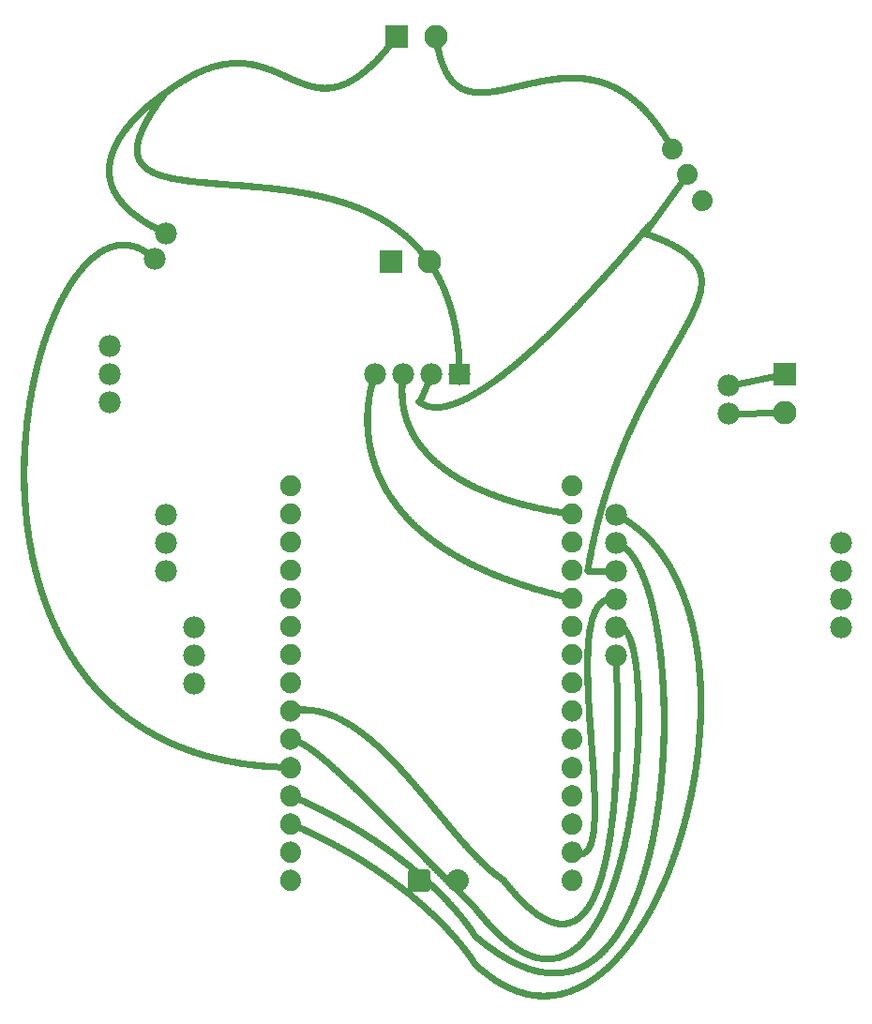
<source format=gtl>
G04 MADE WITH FRITZING*
G04 WWW.FRITZING.ORG*
G04 DOUBLE SIDED*
G04 HOLES PLATED*
G04 CONTOUR ON CENTER OF CONTOUR VECTOR*
%ASAXBY*%
%FSLAX23Y23*%
%MOIN*%
%OFA0B0*%
%SFA1.0B1.0*%
%ADD10C,0.074106*%
%ADD11C,0.078000*%
%ADD12C,0.083307*%
%ADD13C,0.080000*%
%ADD14C,0.074000*%
%ADD15R,0.077986X0.077944*%
%ADD16R,0.083307X0.083307*%
%ADD17C,0.024000*%
%ADD18C,0.020000*%
%ADD19R,0.001000X0.001000*%
%LNCOPPER1*%
G90*
G70*
G54D10*
X2294Y559D03*
X2294Y659D03*
X2294Y759D03*
X2294Y859D03*
X2294Y959D03*
X2294Y1060D03*
X2294Y1160D03*
X2294Y1260D03*
X2294Y1360D03*
X2294Y1460D03*
X2294Y1560D03*
X2294Y1660D03*
X2294Y1761D03*
X2294Y1861D03*
X2294Y1961D03*
X1293Y559D03*
X1293Y659D03*
X1293Y759D03*
X1293Y859D03*
X1293Y959D03*
X1293Y1060D03*
X1293Y1160D03*
X1293Y1260D03*
X1293Y1360D03*
X1293Y1460D03*
X1293Y1560D03*
X1293Y1660D03*
X1293Y1761D03*
X1293Y1861D03*
X1293Y1961D03*
G54D11*
X1895Y2359D03*
X1794Y2359D03*
X1694Y2359D03*
X1594Y2359D03*
X2450Y1859D03*
X2450Y1759D03*
X2450Y1659D03*
X2450Y1559D03*
X2450Y1459D03*
X2450Y1359D03*
G54D12*
X1650Y2759D03*
X1788Y2759D03*
X1650Y2759D03*
X1788Y2759D03*
X1672Y3559D03*
X1810Y3559D03*
G54D13*
X1750Y559D03*
X1888Y559D03*
X1750Y559D03*
X1888Y559D03*
G54D14*
X2650Y3159D03*
X2704Y3067D03*
X2758Y2974D03*
X2650Y3159D03*
X2704Y3067D03*
X2758Y2974D03*
G54D11*
X3250Y1759D03*
X3250Y1659D03*
X3250Y1559D03*
X3250Y1459D03*
X3250Y1759D03*
X3250Y1659D03*
X3250Y1559D03*
X3250Y1459D03*
X650Y2459D03*
X650Y2359D03*
X650Y2259D03*
X650Y2459D03*
X650Y2359D03*
X650Y2259D03*
X850Y1859D03*
X850Y1759D03*
X850Y1659D03*
X2850Y2318D03*
X2850Y2218D03*
X850Y2859D03*
X810Y2768D03*
X950Y1459D03*
X950Y1359D03*
X950Y1259D03*
G54D12*
X3050Y2359D03*
X3050Y2221D03*
G54D15*
X1895Y2359D03*
G54D16*
X1650Y2759D03*
X1650Y2759D03*
X1672Y3559D03*
X3050Y2359D03*
G54D17*
X3029Y2355D02*
X2869Y2322D01*
D02*
X3028Y2221D02*
X2869Y2219D01*
D02*
X1787Y2342D02*
X1750Y2259D01*
D02*
X2350Y1659D02*
X2431Y1659D01*
D02*
X2550Y2859D02*
X2692Y3050D01*
G54D18*
X1720Y589D02*
X1780Y589D01*
X1780Y529D01*
X1720Y529D01*
X1720Y589D01*
D02*
X1720Y589D02*
X1780Y589D01*
X1780Y529D01*
X1720Y529D01*
X1720Y589D01*
D02*
G54D19*
X1669Y3570D02*
X1676Y3570D01*
X1807Y3570D02*
X1814Y3570D01*
X1667Y3569D02*
X1678Y3569D01*
X1805Y3569D02*
X1816Y3569D01*
X1665Y3568D02*
X1679Y3568D01*
X1803Y3568D02*
X1817Y3568D01*
X1664Y3567D02*
X1681Y3567D01*
X1802Y3567D02*
X1818Y3567D01*
X1663Y3566D02*
X1681Y3566D01*
X1801Y3566D02*
X1819Y3566D01*
X1663Y3565D02*
X1682Y3565D01*
X1801Y3565D02*
X1820Y3565D01*
X1662Y3564D02*
X1683Y3564D01*
X1800Y3564D02*
X1820Y3564D01*
X1661Y3563D02*
X1683Y3563D01*
X1800Y3563D02*
X1821Y3563D01*
X1660Y3562D02*
X1683Y3562D01*
X1799Y3562D02*
X1821Y3562D01*
X1660Y3561D02*
X1684Y3561D01*
X1799Y3561D02*
X1821Y3561D01*
X1659Y3560D02*
X1684Y3560D01*
X1799Y3560D02*
X1822Y3560D01*
X1658Y3559D02*
X1684Y3559D01*
X1799Y3559D02*
X1822Y3559D01*
X1657Y3558D02*
X1684Y3558D01*
X1799Y3558D02*
X1822Y3558D01*
X1656Y3557D02*
X1684Y3557D01*
X1799Y3557D02*
X1822Y3557D01*
X1656Y3556D02*
X1684Y3556D01*
X1799Y3556D02*
X1822Y3556D01*
X1655Y3555D02*
X1683Y3555D01*
X1799Y3555D02*
X1822Y3555D01*
X1654Y3554D02*
X1683Y3554D01*
X1799Y3554D02*
X1823Y3554D01*
X1653Y3553D02*
X1682Y3553D01*
X1799Y3553D02*
X1823Y3553D01*
X1653Y3552D02*
X1682Y3552D01*
X1800Y3552D02*
X1823Y3552D01*
X1652Y3551D02*
X1681Y3551D01*
X1800Y3551D02*
X1823Y3551D01*
X1651Y3550D02*
X1680Y3550D01*
X1800Y3550D02*
X1823Y3550D01*
X1650Y3549D02*
X1680Y3549D01*
X1800Y3549D02*
X1823Y3549D01*
X1650Y3548D02*
X1679Y3548D01*
X1800Y3548D02*
X1824Y3548D01*
X1649Y3547D02*
X1678Y3547D01*
X1800Y3547D02*
X1824Y3547D01*
X1648Y3546D02*
X1677Y3546D01*
X1801Y3546D02*
X1824Y3546D01*
X1647Y3545D02*
X1677Y3545D01*
X1801Y3545D02*
X1824Y3545D01*
X1646Y3544D02*
X1676Y3544D01*
X1801Y3544D02*
X1824Y3544D01*
X1646Y3543D02*
X1675Y3543D01*
X1801Y3543D02*
X1824Y3543D01*
X1645Y3542D02*
X1674Y3542D01*
X1801Y3542D02*
X1824Y3542D01*
X1644Y3541D02*
X1673Y3541D01*
X1801Y3541D02*
X1825Y3541D01*
X1643Y3540D02*
X1673Y3540D01*
X1801Y3540D02*
X1825Y3540D01*
X1642Y3539D02*
X1672Y3539D01*
X1802Y3539D02*
X1825Y3539D01*
X1642Y3538D02*
X1671Y3538D01*
X1802Y3538D02*
X1825Y3538D01*
X1641Y3537D02*
X1670Y3537D01*
X1802Y3537D02*
X1825Y3537D01*
X1640Y3536D02*
X1670Y3536D01*
X1802Y3536D02*
X1825Y3536D01*
X1639Y3535D02*
X1669Y3535D01*
X1802Y3535D02*
X1826Y3535D01*
X1638Y3534D02*
X1668Y3534D01*
X1802Y3534D02*
X1826Y3534D01*
X1637Y3533D02*
X1667Y3533D01*
X1803Y3533D02*
X1826Y3533D01*
X1637Y3532D02*
X1666Y3532D01*
X1803Y3532D02*
X1826Y3532D01*
X1636Y3531D02*
X1666Y3531D01*
X1803Y3531D02*
X1826Y3531D01*
X1635Y3530D02*
X1665Y3530D01*
X1803Y3530D02*
X1827Y3530D01*
X1634Y3529D02*
X1664Y3529D01*
X1803Y3529D02*
X1827Y3529D01*
X1633Y3528D02*
X1663Y3528D01*
X1804Y3528D02*
X1827Y3528D01*
X1633Y3527D02*
X1662Y3527D01*
X1804Y3527D02*
X1827Y3527D01*
X1632Y3526D02*
X1662Y3526D01*
X1804Y3526D02*
X1827Y3526D01*
X1631Y3525D02*
X1661Y3525D01*
X1804Y3525D02*
X1828Y3525D01*
X1630Y3524D02*
X1660Y3524D01*
X1804Y3524D02*
X1828Y3524D01*
X1629Y3523D02*
X1659Y3523D01*
X1805Y3523D02*
X1828Y3523D01*
X1628Y3522D02*
X1658Y3522D01*
X1805Y3522D02*
X1828Y3522D01*
X1628Y3521D02*
X1658Y3521D01*
X1805Y3521D02*
X1828Y3521D01*
X1627Y3520D02*
X1657Y3520D01*
X1805Y3520D02*
X1829Y3520D01*
X1626Y3519D02*
X1656Y3519D01*
X1805Y3519D02*
X1829Y3519D01*
X1625Y3518D02*
X1655Y3518D01*
X1806Y3518D02*
X1829Y3518D01*
X1624Y3517D02*
X1654Y3517D01*
X1806Y3517D02*
X1829Y3517D01*
X1623Y3516D02*
X1654Y3516D01*
X1806Y3516D02*
X1829Y3516D01*
X1622Y3515D02*
X1653Y3515D01*
X1806Y3515D02*
X1830Y3515D01*
X1622Y3514D02*
X1652Y3514D01*
X1806Y3514D02*
X1830Y3514D01*
X1621Y3513D02*
X1651Y3513D01*
X1806Y3513D02*
X1830Y3513D01*
X1620Y3512D02*
X1650Y3512D01*
X1807Y3512D02*
X1830Y3512D01*
X1619Y3511D02*
X1649Y3511D01*
X1807Y3511D02*
X1830Y3511D01*
X1618Y3510D02*
X1649Y3510D01*
X1807Y3510D02*
X1831Y3510D01*
X1617Y3509D02*
X1648Y3509D01*
X1807Y3509D02*
X1831Y3509D01*
X1616Y3508D02*
X1647Y3508D01*
X1808Y3508D02*
X1831Y3508D01*
X1616Y3507D02*
X1646Y3507D01*
X1808Y3507D02*
X1831Y3507D01*
X1615Y3506D02*
X1645Y3506D01*
X1808Y3506D02*
X1832Y3506D01*
X1614Y3505D02*
X1644Y3505D01*
X1808Y3505D02*
X1832Y3505D01*
X1613Y3504D02*
X1644Y3504D01*
X1808Y3504D02*
X1832Y3504D01*
X1612Y3503D02*
X1643Y3503D01*
X1809Y3503D02*
X1832Y3503D01*
X1611Y3502D02*
X1642Y3502D01*
X1809Y3502D02*
X1833Y3502D01*
X1610Y3501D02*
X1641Y3501D01*
X1809Y3501D02*
X1833Y3501D01*
X1609Y3500D02*
X1640Y3500D01*
X1809Y3500D02*
X1833Y3500D01*
X1608Y3499D02*
X1639Y3499D01*
X1810Y3499D02*
X1833Y3499D01*
X1607Y3498D02*
X1638Y3498D01*
X1810Y3498D02*
X1834Y3498D01*
X1606Y3497D02*
X1638Y3497D01*
X1810Y3497D02*
X1834Y3497D01*
X1606Y3496D02*
X1637Y3496D01*
X1810Y3496D02*
X1834Y3496D01*
X1605Y3495D02*
X1636Y3495D01*
X1811Y3495D02*
X1834Y3495D01*
X1604Y3494D02*
X1635Y3494D01*
X1811Y3494D02*
X1835Y3494D01*
X1603Y3493D02*
X1634Y3493D01*
X1811Y3493D02*
X1835Y3493D01*
X1602Y3492D02*
X1633Y3492D01*
X1811Y3492D02*
X1835Y3492D01*
X1601Y3491D02*
X1632Y3491D01*
X1812Y3491D02*
X1836Y3491D01*
X1600Y3490D02*
X1631Y3490D01*
X1812Y3490D02*
X1836Y3490D01*
X1599Y3489D02*
X1631Y3489D01*
X1812Y3489D02*
X1836Y3489D01*
X1598Y3488D02*
X1630Y3488D01*
X1813Y3488D02*
X1836Y3488D01*
X1597Y3487D02*
X1629Y3487D01*
X1813Y3487D02*
X1837Y3487D01*
X1596Y3486D02*
X1628Y3486D01*
X1813Y3486D02*
X1837Y3486D01*
X1595Y3485D02*
X1627Y3485D01*
X1813Y3485D02*
X1837Y3485D01*
X1594Y3484D02*
X1626Y3484D01*
X1814Y3484D02*
X1838Y3484D01*
X1593Y3483D02*
X1625Y3483D01*
X1814Y3483D02*
X1838Y3483D01*
X1592Y3482D02*
X1624Y3482D01*
X1814Y3482D02*
X1838Y3482D01*
X1591Y3481D02*
X1623Y3481D01*
X1814Y3481D02*
X1838Y3481D01*
X1590Y3480D02*
X1622Y3480D01*
X1815Y3480D02*
X1839Y3480D01*
X1590Y3479D02*
X1622Y3479D01*
X1815Y3479D02*
X1839Y3479D01*
X1589Y3478D02*
X1621Y3478D01*
X1815Y3478D02*
X1839Y3478D01*
X1588Y3477D02*
X1620Y3477D01*
X1816Y3477D02*
X1840Y3477D01*
X1587Y3476D02*
X1619Y3476D01*
X1816Y3476D02*
X1840Y3476D01*
X1586Y3475D02*
X1618Y3475D01*
X1816Y3475D02*
X1840Y3475D01*
X1084Y3474D02*
X1127Y3474D01*
X1585Y3474D02*
X1617Y3474D01*
X1817Y3474D02*
X1841Y3474D01*
X1073Y3473D02*
X1137Y3473D01*
X1584Y3473D02*
X1616Y3473D01*
X1817Y3473D02*
X1841Y3473D01*
X1066Y3472D02*
X1144Y3472D01*
X1582Y3472D02*
X1615Y3472D01*
X1817Y3472D02*
X1841Y3472D01*
X1059Y3471D02*
X1152Y3471D01*
X1581Y3471D02*
X1614Y3471D01*
X1818Y3471D02*
X1842Y3471D01*
X1053Y3470D02*
X1157Y3470D01*
X1580Y3470D02*
X1613Y3470D01*
X1818Y3470D02*
X1842Y3470D01*
X1048Y3469D02*
X1162Y3469D01*
X1579Y3469D02*
X1612Y3469D01*
X1818Y3469D02*
X1842Y3469D01*
X1042Y3468D02*
X1167Y3468D01*
X1578Y3468D02*
X1611Y3468D01*
X1819Y3468D02*
X1843Y3468D01*
X1038Y3467D02*
X1172Y3467D01*
X1577Y3467D02*
X1610Y3467D01*
X1819Y3467D02*
X1843Y3467D01*
X1034Y3466D02*
X1176Y3466D01*
X1576Y3466D02*
X1609Y3466D01*
X1819Y3466D02*
X1843Y3466D01*
X1030Y3465D02*
X1180Y3465D01*
X1575Y3465D02*
X1608Y3465D01*
X1820Y3465D02*
X1844Y3465D01*
X1026Y3464D02*
X1184Y3464D01*
X1574Y3464D02*
X1607Y3464D01*
X1820Y3464D02*
X1844Y3464D01*
X1022Y3463D02*
X1188Y3463D01*
X1573Y3463D02*
X1606Y3463D01*
X1820Y3463D02*
X1845Y3463D01*
X1019Y3462D02*
X1191Y3462D01*
X1572Y3462D02*
X1605Y3462D01*
X1821Y3462D02*
X1845Y3462D01*
X1015Y3461D02*
X1194Y3461D01*
X1571Y3461D02*
X1604Y3461D01*
X1821Y3461D02*
X1845Y3461D01*
X1012Y3460D02*
X1198Y3460D01*
X1570Y3460D02*
X1603Y3460D01*
X1821Y3460D02*
X1846Y3460D01*
X1009Y3459D02*
X1201Y3459D01*
X1569Y3459D02*
X1602Y3459D01*
X1822Y3459D02*
X1846Y3459D01*
X1006Y3458D02*
X1204Y3458D01*
X1568Y3458D02*
X1601Y3458D01*
X1822Y3458D02*
X1847Y3458D01*
X1003Y3457D02*
X1207Y3457D01*
X1567Y3457D02*
X1600Y3457D01*
X1822Y3457D02*
X1847Y3457D01*
X1000Y3456D02*
X1210Y3456D01*
X1566Y3456D02*
X1599Y3456D01*
X1823Y3456D02*
X1847Y3456D01*
X997Y3455D02*
X1213Y3455D01*
X1564Y3455D02*
X1598Y3455D01*
X1823Y3455D02*
X1848Y3455D01*
X994Y3454D02*
X1216Y3454D01*
X1563Y3454D02*
X1597Y3454D01*
X1823Y3454D02*
X1848Y3454D01*
X991Y3453D02*
X1218Y3453D01*
X1562Y3453D02*
X1596Y3453D01*
X1824Y3453D02*
X1849Y3453D01*
X989Y3452D02*
X1221Y3452D01*
X1561Y3452D02*
X1595Y3452D01*
X1824Y3452D02*
X1849Y3452D01*
X986Y3451D02*
X1224Y3451D01*
X1560Y3451D02*
X1594Y3451D01*
X1825Y3451D02*
X1850Y3451D01*
X984Y3450D02*
X1083Y3450D01*
X1127Y3450D02*
X1226Y3450D01*
X1559Y3450D02*
X1593Y3450D01*
X1825Y3450D02*
X1850Y3450D01*
X981Y3449D02*
X1072Y3449D01*
X1137Y3449D02*
X1229Y3449D01*
X1558Y3449D02*
X1592Y3449D01*
X1825Y3449D02*
X1850Y3449D01*
X979Y3448D02*
X1065Y3448D01*
X1144Y3448D02*
X1232Y3448D01*
X1556Y3448D02*
X1591Y3448D01*
X1826Y3448D02*
X1851Y3448D01*
X976Y3447D02*
X1059Y3447D01*
X1151Y3447D02*
X1234Y3447D01*
X1555Y3447D02*
X1590Y3447D01*
X1826Y3447D02*
X1851Y3447D01*
X974Y3446D02*
X1053Y3446D01*
X1156Y3446D02*
X1237Y3446D01*
X1554Y3446D02*
X1589Y3446D01*
X1827Y3446D02*
X1852Y3446D01*
X972Y3445D02*
X1048Y3445D01*
X1161Y3445D02*
X1239Y3445D01*
X1553Y3445D02*
X1588Y3445D01*
X1827Y3445D02*
X1852Y3445D01*
X969Y3444D02*
X1044Y3444D01*
X1166Y3444D02*
X1241Y3444D01*
X1552Y3444D02*
X1587Y3444D01*
X1828Y3444D02*
X1853Y3444D01*
X967Y3443D02*
X1039Y3443D01*
X1170Y3443D02*
X1244Y3443D01*
X1551Y3443D02*
X1586Y3443D01*
X1828Y3443D02*
X1853Y3443D01*
X965Y3442D02*
X1035Y3442D01*
X1174Y3442D02*
X1246Y3442D01*
X1549Y3442D02*
X1585Y3442D01*
X1828Y3442D02*
X1854Y3442D01*
X963Y3441D02*
X1031Y3441D01*
X1178Y3441D02*
X1249Y3441D01*
X1548Y3441D02*
X1584Y3441D01*
X1829Y3441D02*
X1854Y3441D01*
X960Y3440D02*
X1028Y3440D01*
X1182Y3440D02*
X1251Y3440D01*
X1547Y3440D02*
X1583Y3440D01*
X1829Y3440D02*
X1855Y3440D01*
X958Y3439D02*
X1024Y3439D01*
X1185Y3439D02*
X1253Y3439D01*
X1546Y3439D02*
X1582Y3439D01*
X1830Y3439D02*
X1855Y3439D01*
X956Y3438D02*
X1021Y3438D01*
X1189Y3438D02*
X1256Y3438D01*
X1544Y3438D02*
X1580Y3438D01*
X1830Y3438D02*
X1856Y3438D01*
X954Y3437D02*
X1018Y3437D01*
X1192Y3437D02*
X1258Y3437D01*
X1543Y3437D02*
X1579Y3437D01*
X1831Y3437D02*
X1856Y3437D01*
X952Y3436D02*
X1014Y3436D01*
X1195Y3436D02*
X1260Y3436D01*
X1542Y3436D02*
X1578Y3436D01*
X1831Y3436D02*
X1857Y3436D01*
X950Y3435D02*
X1012Y3435D01*
X1198Y3435D02*
X1262Y3435D01*
X1541Y3435D02*
X1577Y3435D01*
X1832Y3435D02*
X1858Y3435D01*
X948Y3434D02*
X1009Y3434D01*
X1201Y3434D02*
X1265Y3434D01*
X1539Y3434D02*
X1576Y3434D01*
X1832Y3434D02*
X1858Y3434D01*
X946Y3433D02*
X1006Y3433D01*
X1204Y3433D02*
X1267Y3433D01*
X1538Y3433D02*
X1575Y3433D01*
X1833Y3433D02*
X1859Y3433D01*
X944Y3432D02*
X1003Y3432D01*
X1207Y3432D02*
X1269Y3432D01*
X1537Y3432D02*
X1574Y3432D01*
X1833Y3432D02*
X1859Y3432D01*
X942Y3431D02*
X1000Y3431D01*
X1210Y3431D02*
X1271Y3431D01*
X1535Y3431D02*
X1573Y3431D01*
X1834Y3431D02*
X1860Y3431D01*
X940Y3430D02*
X997Y3430D01*
X1212Y3430D02*
X1274Y3430D01*
X1534Y3430D02*
X1571Y3430D01*
X1834Y3430D02*
X1860Y3430D01*
X938Y3429D02*
X995Y3429D01*
X1215Y3429D02*
X1276Y3429D01*
X1533Y3429D02*
X1570Y3429D01*
X1835Y3429D02*
X1861Y3429D01*
X936Y3428D02*
X992Y3428D01*
X1218Y3428D02*
X1278Y3428D01*
X1531Y3428D02*
X1569Y3428D01*
X1835Y3428D02*
X1862Y3428D01*
X935Y3427D02*
X990Y3427D01*
X1220Y3427D02*
X1280Y3427D01*
X1530Y3427D02*
X1568Y3427D01*
X1836Y3427D02*
X1862Y3427D01*
X933Y3426D02*
X987Y3426D01*
X1223Y3426D02*
X1283Y3426D01*
X1528Y3426D02*
X1567Y3426D01*
X1836Y3426D02*
X1863Y3426D01*
X931Y3425D02*
X985Y3425D01*
X1226Y3425D02*
X1285Y3425D01*
X1527Y3425D02*
X1565Y3425D01*
X1837Y3425D02*
X1863Y3425D01*
X929Y3424D02*
X982Y3424D01*
X1228Y3424D02*
X1287Y3424D01*
X1526Y3424D02*
X1564Y3424D01*
X1837Y3424D02*
X1864Y3424D01*
X927Y3423D02*
X980Y3423D01*
X1230Y3423D02*
X1289Y3423D01*
X1524Y3423D02*
X1563Y3423D01*
X1838Y3423D02*
X1865Y3423D01*
X925Y3422D02*
X978Y3422D01*
X1233Y3422D02*
X1291Y3422D01*
X1523Y3422D02*
X1562Y3422D01*
X1838Y3422D02*
X1866Y3422D01*
X923Y3421D02*
X976Y3421D01*
X1235Y3421D02*
X1294Y3421D01*
X1521Y3421D02*
X1561Y3421D01*
X1839Y3421D02*
X1866Y3421D01*
X2266Y3421D02*
X2322Y3421D01*
X922Y3420D02*
X973Y3420D01*
X1238Y3420D02*
X1296Y3420D01*
X1520Y3420D02*
X1559Y3420D01*
X1839Y3420D02*
X1867Y3420D01*
X2253Y3420D02*
X2334Y3420D01*
X920Y3419D02*
X971Y3419D01*
X1240Y3419D02*
X1298Y3419D01*
X1518Y3419D02*
X1558Y3419D01*
X1840Y3419D02*
X1868Y3419D01*
X2242Y3419D02*
X2343Y3419D01*
X918Y3418D02*
X969Y3418D01*
X1242Y3418D02*
X1300Y3418D01*
X1516Y3418D02*
X1557Y3418D01*
X1841Y3418D02*
X1868Y3418D01*
X2234Y3418D02*
X2350Y3418D01*
X917Y3417D02*
X967Y3417D01*
X1245Y3417D02*
X1303Y3417D01*
X1515Y3417D02*
X1555Y3417D01*
X1841Y3417D02*
X1869Y3417D01*
X2226Y3417D02*
X2357Y3417D01*
X915Y3416D02*
X965Y3416D01*
X1247Y3416D02*
X1305Y3416D01*
X1513Y3416D02*
X1554Y3416D01*
X1842Y3416D02*
X1870Y3416D01*
X2219Y3416D02*
X2363Y3416D01*
X913Y3415D02*
X963Y3415D01*
X1249Y3415D02*
X1307Y3415D01*
X1512Y3415D02*
X1553Y3415D01*
X1842Y3415D02*
X1870Y3415D01*
X2212Y3415D02*
X2368Y3415D01*
X912Y3414D02*
X961Y3414D01*
X1252Y3414D02*
X1310Y3414D01*
X1510Y3414D02*
X1552Y3414D01*
X1843Y3414D02*
X1871Y3414D01*
X2205Y3414D02*
X2373Y3414D01*
X910Y3413D02*
X959Y3413D01*
X1254Y3413D02*
X1312Y3413D01*
X1508Y3413D02*
X1550Y3413D01*
X1844Y3413D02*
X1872Y3413D01*
X2199Y3413D02*
X2378Y3413D01*
X908Y3412D02*
X957Y3412D01*
X1256Y3412D02*
X1314Y3412D01*
X1507Y3412D02*
X1549Y3412D01*
X1844Y3412D02*
X1873Y3412D01*
X2194Y3412D02*
X2382Y3412D01*
X906Y3411D02*
X955Y3411D01*
X1258Y3411D02*
X1316Y3411D01*
X1505Y3411D02*
X1548Y3411D01*
X1845Y3411D02*
X1874Y3411D01*
X2188Y3411D02*
X2386Y3411D01*
X905Y3410D02*
X953Y3410D01*
X1261Y3410D02*
X1319Y3410D01*
X1503Y3410D02*
X1546Y3410D01*
X1846Y3410D02*
X1875Y3410D01*
X2183Y3410D02*
X2390Y3410D01*
X903Y3409D02*
X951Y3409D01*
X1263Y3409D02*
X1321Y3409D01*
X1501Y3409D02*
X1545Y3409D01*
X1846Y3409D02*
X1875Y3409D01*
X2178Y3409D02*
X2393Y3409D01*
X901Y3408D02*
X949Y3408D01*
X1265Y3408D02*
X1324Y3408D01*
X1500Y3408D02*
X1543Y3408D01*
X1847Y3408D02*
X1876Y3408D01*
X2173Y3408D02*
X2397Y3408D01*
X900Y3407D02*
X947Y3407D01*
X1267Y3407D02*
X1326Y3407D01*
X1498Y3407D02*
X1542Y3407D01*
X1848Y3407D02*
X1877Y3407D01*
X2168Y3407D02*
X2400Y3407D01*
X898Y3406D02*
X945Y3406D01*
X1269Y3406D02*
X1329Y3406D01*
X1496Y3406D02*
X1541Y3406D01*
X1848Y3406D02*
X1878Y3406D01*
X2163Y3406D02*
X2404Y3406D01*
X897Y3405D02*
X943Y3405D01*
X1272Y3405D02*
X1331Y3405D01*
X1494Y3405D02*
X1539Y3405D01*
X1849Y3405D02*
X1879Y3405D01*
X2158Y3405D02*
X2407Y3405D01*
X895Y3404D02*
X941Y3404D01*
X1274Y3404D02*
X1334Y3404D01*
X1492Y3404D02*
X1538Y3404D01*
X1850Y3404D02*
X1880Y3404D01*
X2154Y3404D02*
X2410Y3404D01*
X894Y3403D02*
X939Y3403D01*
X1276Y3403D02*
X1336Y3403D01*
X1490Y3403D02*
X1536Y3403D01*
X1851Y3403D02*
X1881Y3403D01*
X2149Y3403D02*
X2413Y3403D01*
X892Y3402D02*
X938Y3402D01*
X1278Y3402D02*
X1339Y3402D01*
X1487Y3402D02*
X1535Y3402D01*
X1851Y3402D02*
X1882Y3402D01*
X2145Y3402D02*
X2415Y3402D01*
X891Y3401D02*
X936Y3401D01*
X1281Y3401D02*
X1342Y3401D01*
X1485Y3401D02*
X1533Y3401D01*
X1852Y3401D02*
X1883Y3401D01*
X2140Y3401D02*
X2418Y3401D01*
X889Y3400D02*
X934Y3400D01*
X1283Y3400D02*
X1344Y3400D01*
X1483Y3400D02*
X1532Y3400D01*
X1853Y3400D02*
X1884Y3400D01*
X2136Y3400D02*
X2421Y3400D01*
X887Y3399D02*
X932Y3399D01*
X1285Y3399D02*
X1347Y3399D01*
X1480Y3399D02*
X1530Y3399D01*
X1854Y3399D02*
X1885Y3399D01*
X2131Y3399D02*
X2423Y3399D01*
X886Y3398D02*
X930Y3398D01*
X1287Y3398D02*
X1350Y3398D01*
X1478Y3398D02*
X1529Y3398D01*
X1854Y3398D02*
X1886Y3398D01*
X2127Y3398D02*
X2288Y3398D01*
X2299Y3398D02*
X2426Y3398D01*
X884Y3397D02*
X929Y3397D01*
X1290Y3397D02*
X1353Y3397D01*
X1475Y3397D02*
X1527Y3397D01*
X1855Y3397D02*
X1887Y3397D01*
X2123Y3397D02*
X2264Y3397D01*
X2324Y3397D02*
X2428Y3397D01*
X883Y3396D02*
X927Y3396D01*
X1292Y3396D02*
X1356Y3396D01*
X1472Y3396D02*
X1525Y3396D01*
X1856Y3396D02*
X1888Y3396D01*
X2118Y3396D02*
X2252Y3396D01*
X2334Y3396D02*
X2431Y3396D01*
X881Y3395D02*
X925Y3395D01*
X1294Y3395D02*
X1360Y3395D01*
X1470Y3395D02*
X1524Y3395D01*
X1857Y3395D02*
X1890Y3395D01*
X2114Y3395D02*
X2242Y3395D01*
X2343Y3395D02*
X2433Y3395D01*
X880Y3394D02*
X924Y3394D01*
X1296Y3394D02*
X1363Y3394D01*
X1467Y3394D02*
X1522Y3394D01*
X1858Y3394D02*
X1891Y3394D01*
X2110Y3394D02*
X2233Y3394D01*
X2350Y3394D02*
X2436Y3394D01*
X878Y3393D02*
X922Y3393D01*
X1299Y3393D02*
X1367Y3393D01*
X1463Y3393D02*
X1521Y3393D01*
X1859Y3393D02*
X1892Y3393D01*
X2105Y3393D02*
X2226Y3393D01*
X2356Y3393D02*
X2438Y3393D01*
X877Y3392D02*
X920Y3392D01*
X1301Y3392D02*
X1371Y3392D01*
X1460Y3392D02*
X1519Y3392D01*
X1860Y3392D02*
X1893Y3392D01*
X2101Y3392D02*
X2219Y3392D01*
X2362Y3392D02*
X2440Y3392D01*
X875Y3391D02*
X919Y3391D01*
X1303Y3391D02*
X1375Y3391D01*
X1456Y3391D02*
X1517Y3391D01*
X1860Y3391D02*
X1895Y3391D01*
X2097Y3391D02*
X2212Y3391D01*
X2367Y3391D02*
X2442Y3391D01*
X874Y3390D02*
X917Y3390D01*
X1306Y3390D02*
X1379Y3390D01*
X1452Y3390D02*
X1515Y3390D01*
X1861Y3390D02*
X1896Y3390D01*
X2093Y3390D02*
X2206Y3390D01*
X2371Y3390D02*
X2444Y3390D01*
X873Y3389D02*
X915Y3389D01*
X1308Y3389D02*
X1384Y3389D01*
X1447Y3389D02*
X1513Y3389D01*
X1862Y3389D02*
X1898Y3389D01*
X2088Y3389D02*
X2200Y3389D01*
X2376Y3389D02*
X2447Y3389D01*
X871Y3388D02*
X914Y3388D01*
X1310Y3388D02*
X1390Y3388D01*
X1442Y3388D02*
X1512Y3388D01*
X1863Y3388D02*
X1899Y3388D01*
X2084Y3388D02*
X2195Y3388D01*
X2380Y3388D02*
X2449Y3388D01*
X870Y3387D02*
X912Y3387D01*
X1313Y3387D02*
X1398Y3387D01*
X1435Y3387D02*
X1510Y3387D01*
X1864Y3387D02*
X1901Y3387D01*
X2080Y3387D02*
X2189Y3387D01*
X2384Y3387D02*
X2451Y3387D01*
X868Y3386D02*
X911Y3386D01*
X1315Y3386D02*
X1413Y3386D01*
X1418Y3386D02*
X1508Y3386D01*
X1865Y3386D02*
X1903Y3386D01*
X2075Y3386D02*
X2184Y3386D01*
X2387Y3386D02*
X2453Y3386D01*
X867Y3385D02*
X909Y3385D01*
X1318Y3385D02*
X1506Y3385D01*
X1866Y3385D02*
X1905Y3385D01*
X2071Y3385D02*
X2179Y3385D01*
X2391Y3385D02*
X2455Y3385D01*
X865Y3384D02*
X907Y3384D01*
X1320Y3384D02*
X1504Y3384D01*
X1867Y3384D02*
X1907Y3384D01*
X2066Y3384D02*
X2174Y3384D01*
X2394Y3384D02*
X2457Y3384D01*
X864Y3383D02*
X906Y3383D01*
X1323Y3383D02*
X1502Y3383D01*
X1868Y3383D02*
X1908Y3383D01*
X2062Y3383D02*
X2169Y3383D01*
X2397Y3383D02*
X2459Y3383D01*
X862Y3382D02*
X904Y3382D01*
X1325Y3382D02*
X1500Y3382D01*
X1869Y3382D02*
X1911Y3382D01*
X2057Y3382D02*
X2164Y3382D01*
X2401Y3382D02*
X2460Y3382D01*
X861Y3381D02*
X903Y3381D01*
X1328Y3381D02*
X1498Y3381D01*
X1871Y3381D02*
X1913Y3381D01*
X2052Y3381D02*
X2160Y3381D01*
X2404Y3381D02*
X2462Y3381D01*
X860Y3380D02*
X901Y3380D01*
X1330Y3380D02*
X1496Y3380D01*
X1872Y3380D02*
X1915Y3380D01*
X2048Y3380D02*
X2155Y3380D01*
X2407Y3380D02*
X2464Y3380D01*
X858Y3379D02*
X900Y3379D01*
X1333Y3379D02*
X1493Y3379D01*
X1873Y3379D02*
X1918Y3379D01*
X2043Y3379D02*
X2151Y3379D01*
X2409Y3379D02*
X2466Y3379D01*
X857Y3378D02*
X898Y3378D01*
X1336Y3378D02*
X1491Y3378D01*
X1874Y3378D02*
X1921Y3378D01*
X2038Y3378D02*
X2146Y3378D01*
X2412Y3378D02*
X2468Y3378D01*
X856Y3377D02*
X896Y3377D01*
X1339Y3377D02*
X1489Y3377D01*
X1875Y3377D02*
X1924Y3377D01*
X2032Y3377D02*
X2142Y3377D01*
X2415Y3377D02*
X2469Y3377D01*
X854Y3376D02*
X895Y3376D01*
X1341Y3376D02*
X1486Y3376D01*
X1877Y3376D02*
X1927Y3376D01*
X2026Y3376D02*
X2137Y3376D01*
X2417Y3376D02*
X2471Y3376D01*
X853Y3375D02*
X893Y3375D01*
X1344Y3375D02*
X1484Y3375D01*
X1878Y3375D02*
X1931Y3375D01*
X2021Y3375D02*
X2133Y3375D01*
X2420Y3375D02*
X2473Y3375D01*
X851Y3374D02*
X892Y3374D01*
X1347Y3374D02*
X1481Y3374D01*
X1879Y3374D02*
X1935Y3374D01*
X2014Y3374D02*
X2129Y3374D01*
X2423Y3374D02*
X2475Y3374D01*
X850Y3373D02*
X891Y3373D01*
X1351Y3373D02*
X1478Y3373D01*
X1880Y3373D02*
X1940Y3373D01*
X2007Y3373D02*
X2124Y3373D01*
X2425Y3373D02*
X2476Y3373D01*
X849Y3372D02*
X889Y3372D01*
X1354Y3372D02*
X1475Y3372D01*
X1882Y3372D02*
X1947Y3372D01*
X1998Y3372D02*
X2120Y3372D01*
X2427Y3372D02*
X2478Y3372D01*
X847Y3371D02*
X888Y3371D01*
X1357Y3371D02*
X1473Y3371D01*
X1883Y3371D02*
X1957Y3371D01*
X1986Y3371D02*
X2116Y3371D01*
X2430Y3371D02*
X2480Y3371D01*
X846Y3370D02*
X886Y3370D01*
X1361Y3370D02*
X1469Y3370D01*
X1885Y3370D02*
X2111Y3370D01*
X2432Y3370D02*
X2481Y3370D01*
X845Y3369D02*
X885Y3369D01*
X1365Y3369D02*
X1466Y3369D01*
X1886Y3369D02*
X2107Y3369D01*
X2434Y3369D02*
X2483Y3369D01*
X843Y3368D02*
X883Y3368D01*
X1369Y3368D02*
X1462Y3368D01*
X1888Y3368D02*
X2103Y3368D01*
X2436Y3368D02*
X2484Y3368D01*
X842Y3367D02*
X882Y3367D01*
X1373Y3367D02*
X1458Y3367D01*
X1889Y3367D02*
X2099Y3367D01*
X2438Y3367D02*
X2486Y3367D01*
X840Y3366D02*
X880Y3366D01*
X1378Y3366D02*
X1453Y3366D01*
X1891Y3366D02*
X2094Y3366D01*
X2440Y3366D02*
X2487Y3366D01*
X839Y3365D02*
X879Y3365D01*
X1383Y3365D02*
X1449Y3365D01*
X1893Y3365D02*
X2090Y3365D01*
X2442Y3365D02*
X2489Y3365D01*
X837Y3364D02*
X877Y3364D01*
X1390Y3364D02*
X1442Y3364D01*
X1894Y3364D02*
X2086Y3364D01*
X2444Y3364D02*
X2490Y3364D01*
X836Y3363D02*
X876Y3363D01*
X1399Y3363D02*
X1434Y3363D01*
X1896Y3363D02*
X2081Y3363D01*
X2446Y3363D02*
X2492Y3363D01*
X835Y3362D02*
X875Y3362D01*
X1898Y3362D02*
X2077Y3362D01*
X2448Y3362D02*
X2493Y3362D01*
X833Y3361D02*
X873Y3361D01*
X1900Y3361D02*
X2072Y3361D01*
X2450Y3361D02*
X2495Y3361D01*
X832Y3360D02*
X872Y3360D01*
X1902Y3360D02*
X2068Y3360D01*
X2452Y3360D02*
X2496Y3360D01*
X830Y3359D02*
X871Y3359D01*
X1905Y3359D02*
X2063Y3359D01*
X2454Y3359D02*
X2498Y3359D01*
X829Y3358D02*
X869Y3358D01*
X1907Y3358D02*
X2058Y3358D01*
X2456Y3358D02*
X2499Y3358D01*
X827Y3357D02*
X868Y3357D01*
X1909Y3357D02*
X2054Y3357D01*
X2457Y3357D02*
X2501Y3357D01*
X826Y3356D02*
X866Y3356D01*
X1912Y3356D02*
X2049Y3356D01*
X2459Y3356D02*
X2502Y3356D01*
X825Y3355D02*
X865Y3355D01*
X1915Y3355D02*
X2044Y3355D01*
X2461Y3355D02*
X2503Y3355D01*
X823Y3354D02*
X864Y3354D01*
X1918Y3354D02*
X2039Y3354D01*
X2463Y3354D02*
X2505Y3354D01*
X822Y3353D02*
X862Y3353D01*
X1921Y3353D02*
X2033Y3353D01*
X2464Y3353D02*
X2506Y3353D01*
X821Y3352D02*
X861Y3352D01*
X1925Y3352D02*
X2027Y3352D01*
X2466Y3352D02*
X2507Y3352D01*
X819Y3351D02*
X860Y3351D01*
X1929Y3351D02*
X2021Y3351D01*
X2467Y3351D02*
X2509Y3351D01*
X818Y3350D02*
X858Y3350D01*
X1933Y3350D02*
X2014Y3350D01*
X2469Y3350D02*
X2510Y3350D01*
X817Y3349D02*
X858Y3349D01*
X1939Y3349D02*
X2006Y3349D01*
X2471Y3349D02*
X2511Y3349D01*
X815Y3348D02*
X857Y3348D01*
X1946Y3348D02*
X1997Y3348D01*
X2472Y3348D02*
X2513Y3348D01*
X814Y3347D02*
X856Y3347D01*
X1957Y3347D02*
X1984Y3347D01*
X2474Y3347D02*
X2514Y3347D01*
X813Y3346D02*
X855Y3346D01*
X2475Y3346D02*
X2515Y3346D01*
X811Y3345D02*
X855Y3345D01*
X2477Y3345D02*
X2516Y3345D01*
X810Y3344D02*
X854Y3344D01*
X2478Y3344D02*
X2518Y3344D01*
X809Y3343D02*
X853Y3343D01*
X2480Y3343D02*
X2519Y3343D01*
X807Y3342D02*
X852Y3342D01*
X2481Y3342D02*
X2520Y3342D01*
X806Y3341D02*
X852Y3341D01*
X2483Y3341D02*
X2521Y3341D01*
X805Y3340D02*
X851Y3340D01*
X2484Y3340D02*
X2523Y3340D01*
X803Y3339D02*
X850Y3339D01*
X2486Y3339D02*
X2524Y3339D01*
X802Y3338D02*
X849Y3338D01*
X2487Y3338D02*
X2525Y3338D01*
X801Y3337D02*
X849Y3337D01*
X2488Y3337D02*
X2526Y3337D01*
X800Y3336D02*
X848Y3336D01*
X2490Y3336D02*
X2527Y3336D01*
X799Y3335D02*
X847Y3335D01*
X2491Y3335D02*
X2528Y3335D01*
X797Y3334D02*
X846Y3334D01*
X2492Y3334D02*
X2530Y3334D01*
X796Y3333D02*
X846Y3333D01*
X2494Y3333D02*
X2531Y3333D01*
X795Y3332D02*
X845Y3332D01*
X2495Y3332D02*
X2532Y3332D01*
X794Y3331D02*
X844Y3331D01*
X2496Y3331D02*
X2533Y3331D01*
X792Y3330D02*
X843Y3330D01*
X2498Y3330D02*
X2534Y3330D01*
X791Y3329D02*
X843Y3329D01*
X2499Y3329D02*
X2535Y3329D01*
X790Y3328D02*
X842Y3328D01*
X2500Y3328D02*
X2536Y3328D01*
X789Y3327D02*
X841Y3327D01*
X2502Y3327D02*
X2537Y3327D01*
X788Y3326D02*
X840Y3326D01*
X2503Y3326D02*
X2539Y3326D01*
X786Y3325D02*
X840Y3325D01*
X2504Y3325D02*
X2540Y3325D01*
X785Y3324D02*
X839Y3324D01*
X2505Y3324D02*
X2541Y3324D01*
X784Y3323D02*
X838Y3323D01*
X2506Y3323D02*
X2542Y3323D01*
X783Y3322D02*
X838Y3322D01*
X2508Y3322D02*
X2543Y3322D01*
X782Y3321D02*
X837Y3321D01*
X2509Y3321D02*
X2544Y3321D01*
X780Y3320D02*
X836Y3320D01*
X2510Y3320D02*
X2545Y3320D01*
X779Y3319D02*
X835Y3319D01*
X2511Y3319D02*
X2546Y3319D01*
X778Y3318D02*
X835Y3318D01*
X2512Y3318D02*
X2547Y3318D01*
X777Y3317D02*
X834Y3317D01*
X2514Y3317D02*
X2548Y3317D01*
X776Y3316D02*
X833Y3316D01*
X2515Y3316D02*
X2549Y3316D01*
X775Y3315D02*
X833Y3315D01*
X2516Y3315D02*
X2550Y3315D01*
X774Y3314D02*
X832Y3314D01*
X2517Y3314D02*
X2551Y3314D01*
X772Y3313D02*
X831Y3313D01*
X2518Y3313D02*
X2552Y3313D01*
X771Y3312D02*
X830Y3312D01*
X2519Y3312D02*
X2553Y3312D01*
X770Y3311D02*
X830Y3311D01*
X2520Y3311D02*
X2554Y3311D01*
X769Y3310D02*
X829Y3310D01*
X2521Y3310D02*
X2555Y3310D01*
X768Y3309D02*
X828Y3309D01*
X2523Y3309D02*
X2556Y3309D01*
X767Y3308D02*
X828Y3308D01*
X2524Y3308D02*
X2557Y3308D01*
X766Y3307D02*
X827Y3307D01*
X2525Y3307D02*
X2558Y3307D01*
X765Y3306D02*
X826Y3306D01*
X2526Y3306D02*
X2559Y3306D01*
X764Y3305D02*
X826Y3305D01*
X2527Y3305D02*
X2560Y3305D01*
X762Y3304D02*
X825Y3304D01*
X2528Y3304D02*
X2561Y3304D01*
X761Y3303D02*
X824Y3303D01*
X2529Y3303D02*
X2562Y3303D01*
X760Y3302D02*
X824Y3302D01*
X2530Y3302D02*
X2563Y3302D01*
X759Y3301D02*
X823Y3301D01*
X2531Y3301D02*
X2564Y3301D01*
X758Y3300D02*
X822Y3300D01*
X2532Y3300D02*
X2565Y3300D01*
X757Y3299D02*
X792Y3299D01*
X794Y3299D02*
X822Y3299D01*
X2533Y3299D02*
X2566Y3299D01*
X756Y3298D02*
X791Y3298D01*
X793Y3298D02*
X821Y3298D01*
X2534Y3298D02*
X2566Y3298D01*
X755Y3297D02*
X790Y3297D01*
X792Y3297D02*
X820Y3297D01*
X2535Y3297D02*
X2567Y3297D01*
X754Y3296D02*
X788Y3296D01*
X792Y3296D02*
X819Y3296D01*
X2536Y3296D02*
X2568Y3296D01*
X753Y3295D02*
X787Y3295D01*
X791Y3295D02*
X819Y3295D01*
X2537Y3295D02*
X2569Y3295D01*
X752Y3294D02*
X786Y3294D01*
X791Y3294D02*
X818Y3294D01*
X2538Y3294D02*
X2570Y3294D01*
X751Y3293D02*
X785Y3293D01*
X790Y3293D02*
X818Y3293D01*
X2539Y3293D02*
X2571Y3293D01*
X750Y3292D02*
X784Y3292D01*
X789Y3292D02*
X817Y3292D01*
X2540Y3292D02*
X2572Y3292D01*
X749Y3291D02*
X783Y3291D01*
X789Y3291D02*
X816Y3291D01*
X2541Y3291D02*
X2573Y3291D01*
X748Y3290D02*
X782Y3290D01*
X788Y3290D02*
X816Y3290D01*
X2542Y3290D02*
X2574Y3290D01*
X747Y3289D02*
X781Y3289D01*
X787Y3289D02*
X815Y3289D01*
X2543Y3289D02*
X2575Y3289D01*
X746Y3288D02*
X779Y3288D01*
X787Y3288D02*
X814Y3288D01*
X2544Y3288D02*
X2575Y3288D01*
X745Y3287D02*
X778Y3287D01*
X786Y3287D02*
X814Y3287D01*
X2545Y3287D02*
X2576Y3287D01*
X744Y3286D02*
X777Y3286D01*
X786Y3286D02*
X813Y3286D01*
X2546Y3286D02*
X2577Y3286D01*
X743Y3285D02*
X776Y3285D01*
X785Y3285D02*
X812Y3285D01*
X2547Y3285D02*
X2578Y3285D01*
X742Y3284D02*
X775Y3284D01*
X784Y3284D02*
X812Y3284D01*
X2548Y3284D02*
X2579Y3284D01*
X741Y3283D02*
X774Y3283D01*
X784Y3283D02*
X811Y3283D01*
X2549Y3283D02*
X2580Y3283D01*
X740Y3282D02*
X773Y3282D01*
X783Y3282D02*
X810Y3282D01*
X2550Y3282D02*
X2581Y3282D01*
X739Y3281D02*
X772Y3281D01*
X783Y3281D02*
X810Y3281D01*
X2551Y3281D02*
X2581Y3281D01*
X738Y3280D02*
X771Y3280D01*
X782Y3280D02*
X809Y3280D01*
X2551Y3280D02*
X2582Y3280D01*
X737Y3279D02*
X770Y3279D01*
X781Y3279D02*
X808Y3279D01*
X2552Y3279D02*
X2583Y3279D01*
X736Y3278D02*
X769Y3278D01*
X781Y3278D02*
X808Y3278D01*
X2553Y3278D02*
X2584Y3278D01*
X735Y3277D02*
X768Y3277D01*
X780Y3277D02*
X807Y3277D01*
X2554Y3277D02*
X2585Y3277D01*
X734Y3276D02*
X767Y3276D01*
X780Y3276D02*
X807Y3276D01*
X2555Y3276D02*
X2586Y3276D01*
X733Y3275D02*
X766Y3275D01*
X779Y3275D02*
X806Y3275D01*
X2556Y3275D02*
X2586Y3275D01*
X732Y3274D02*
X765Y3274D01*
X778Y3274D02*
X805Y3274D01*
X2557Y3274D02*
X2587Y3274D01*
X731Y3273D02*
X764Y3273D01*
X778Y3273D02*
X805Y3273D01*
X2558Y3273D02*
X2588Y3273D01*
X730Y3272D02*
X763Y3272D01*
X777Y3272D02*
X804Y3272D01*
X2559Y3272D02*
X2589Y3272D01*
X729Y3271D02*
X762Y3271D01*
X777Y3271D02*
X804Y3271D01*
X2559Y3271D02*
X2590Y3271D01*
X728Y3270D02*
X761Y3270D01*
X776Y3270D02*
X803Y3270D01*
X2560Y3270D02*
X2590Y3270D01*
X727Y3269D02*
X760Y3269D01*
X775Y3269D02*
X802Y3269D01*
X2561Y3269D02*
X2591Y3269D01*
X727Y3268D02*
X759Y3268D01*
X775Y3268D02*
X802Y3268D01*
X2562Y3268D02*
X2592Y3268D01*
X726Y3267D02*
X758Y3267D01*
X774Y3267D02*
X801Y3267D01*
X2563Y3267D02*
X2593Y3267D01*
X725Y3266D02*
X757Y3266D01*
X774Y3266D02*
X801Y3266D01*
X2564Y3266D02*
X2594Y3266D01*
X724Y3265D02*
X756Y3265D01*
X773Y3265D02*
X800Y3265D01*
X2565Y3265D02*
X2594Y3265D01*
X723Y3264D02*
X755Y3264D01*
X773Y3264D02*
X799Y3264D01*
X2565Y3264D02*
X2595Y3264D01*
X722Y3263D02*
X754Y3263D01*
X772Y3263D02*
X799Y3263D01*
X2566Y3263D02*
X2596Y3263D01*
X721Y3262D02*
X753Y3262D01*
X772Y3262D02*
X798Y3262D01*
X2567Y3262D02*
X2597Y3262D01*
X720Y3261D02*
X752Y3261D01*
X771Y3261D02*
X798Y3261D01*
X2568Y3261D02*
X2598Y3261D01*
X719Y3260D02*
X751Y3260D01*
X770Y3260D02*
X797Y3260D01*
X2569Y3260D02*
X2598Y3260D01*
X718Y3259D02*
X750Y3259D01*
X770Y3259D02*
X796Y3259D01*
X2570Y3259D02*
X2599Y3259D01*
X718Y3258D02*
X749Y3258D01*
X769Y3258D02*
X796Y3258D01*
X2570Y3258D02*
X2600Y3258D01*
X717Y3257D02*
X748Y3257D01*
X769Y3257D02*
X795Y3257D01*
X2571Y3257D02*
X2601Y3257D01*
X716Y3256D02*
X747Y3256D01*
X768Y3256D02*
X795Y3256D01*
X2572Y3256D02*
X2601Y3256D01*
X715Y3255D02*
X746Y3255D01*
X768Y3255D02*
X794Y3255D01*
X2573Y3255D02*
X2602Y3255D01*
X714Y3254D02*
X745Y3254D01*
X767Y3254D02*
X794Y3254D01*
X2574Y3254D02*
X2603Y3254D01*
X713Y3253D02*
X744Y3253D01*
X767Y3253D02*
X793Y3253D01*
X2574Y3253D02*
X2604Y3253D01*
X712Y3252D02*
X743Y3252D01*
X766Y3252D02*
X792Y3252D01*
X2575Y3252D02*
X2604Y3252D01*
X712Y3251D02*
X742Y3251D01*
X766Y3251D02*
X792Y3251D01*
X2576Y3251D02*
X2605Y3251D01*
X711Y3250D02*
X741Y3250D01*
X765Y3250D02*
X791Y3250D01*
X2577Y3250D02*
X2606Y3250D01*
X710Y3249D02*
X741Y3249D01*
X765Y3249D02*
X791Y3249D01*
X2578Y3249D02*
X2607Y3249D01*
X709Y3248D02*
X740Y3248D01*
X764Y3248D02*
X790Y3248D01*
X2578Y3248D02*
X2607Y3248D01*
X708Y3247D02*
X739Y3247D01*
X764Y3247D02*
X790Y3247D01*
X2579Y3247D02*
X2608Y3247D01*
X707Y3246D02*
X738Y3246D01*
X763Y3246D02*
X789Y3246D01*
X2580Y3246D02*
X2609Y3246D01*
X707Y3245D02*
X737Y3245D01*
X763Y3245D02*
X789Y3245D01*
X2581Y3245D02*
X2609Y3245D01*
X706Y3244D02*
X736Y3244D01*
X762Y3244D02*
X788Y3244D01*
X2581Y3244D02*
X2610Y3244D01*
X705Y3243D02*
X735Y3243D01*
X762Y3243D02*
X788Y3243D01*
X2582Y3243D02*
X2611Y3243D01*
X704Y3242D02*
X734Y3242D01*
X761Y3242D02*
X787Y3242D01*
X2583Y3242D02*
X2612Y3242D01*
X703Y3241D02*
X734Y3241D01*
X761Y3241D02*
X787Y3241D01*
X2584Y3241D02*
X2612Y3241D01*
X703Y3240D02*
X733Y3240D01*
X760Y3240D02*
X786Y3240D01*
X2584Y3240D02*
X2613Y3240D01*
X702Y3239D02*
X732Y3239D01*
X760Y3239D02*
X786Y3239D01*
X2585Y3239D02*
X2614Y3239D01*
X701Y3238D02*
X731Y3238D01*
X759Y3238D02*
X785Y3238D01*
X2586Y3238D02*
X2614Y3238D01*
X700Y3237D02*
X730Y3237D01*
X759Y3237D02*
X784Y3237D01*
X2587Y3237D02*
X2615Y3237D01*
X699Y3236D02*
X729Y3236D01*
X758Y3236D02*
X784Y3236D01*
X2587Y3236D02*
X2616Y3236D01*
X699Y3235D02*
X728Y3235D01*
X758Y3235D02*
X783Y3235D01*
X2588Y3235D02*
X2617Y3235D01*
X698Y3234D02*
X728Y3234D01*
X757Y3234D02*
X783Y3234D01*
X2589Y3234D02*
X2617Y3234D01*
X697Y3233D02*
X727Y3233D01*
X757Y3233D02*
X782Y3233D01*
X2590Y3233D02*
X2618Y3233D01*
X696Y3232D02*
X726Y3232D01*
X757Y3232D02*
X782Y3232D01*
X2590Y3232D02*
X2619Y3232D01*
X696Y3231D02*
X725Y3231D01*
X756Y3231D02*
X782Y3231D01*
X2591Y3231D02*
X2619Y3231D01*
X695Y3230D02*
X724Y3230D01*
X756Y3230D02*
X781Y3230D01*
X2592Y3230D02*
X2620Y3230D01*
X694Y3229D02*
X723Y3229D01*
X755Y3229D02*
X781Y3229D01*
X2592Y3229D02*
X2621Y3229D01*
X693Y3228D02*
X723Y3228D01*
X755Y3228D02*
X780Y3228D01*
X2593Y3228D02*
X2621Y3228D01*
X693Y3227D02*
X722Y3227D01*
X754Y3227D02*
X780Y3227D01*
X2594Y3227D02*
X2622Y3227D01*
X692Y3226D02*
X721Y3226D01*
X754Y3226D02*
X779Y3226D01*
X2595Y3226D02*
X2623Y3226D01*
X691Y3225D02*
X720Y3225D01*
X754Y3225D02*
X779Y3225D01*
X2595Y3225D02*
X2623Y3225D01*
X691Y3224D02*
X720Y3224D01*
X753Y3224D02*
X778Y3224D01*
X2596Y3224D02*
X2624Y3224D01*
X690Y3223D02*
X719Y3223D01*
X753Y3223D02*
X778Y3223D01*
X2597Y3223D02*
X2625Y3223D01*
X689Y3222D02*
X718Y3222D01*
X752Y3222D02*
X777Y3222D01*
X2597Y3222D02*
X2625Y3222D01*
X688Y3221D02*
X717Y3221D01*
X752Y3221D02*
X777Y3221D01*
X2598Y3221D02*
X2626Y3221D01*
X688Y3220D02*
X716Y3220D01*
X751Y3220D02*
X776Y3220D01*
X2599Y3220D02*
X2627Y3220D01*
X687Y3219D02*
X716Y3219D01*
X751Y3219D02*
X776Y3219D01*
X2599Y3219D02*
X2627Y3219D01*
X686Y3218D02*
X715Y3218D01*
X751Y3218D02*
X776Y3218D01*
X2600Y3218D02*
X2628Y3218D01*
X686Y3217D02*
X714Y3217D01*
X750Y3217D02*
X775Y3217D01*
X2601Y3217D02*
X2629Y3217D01*
X685Y3216D02*
X713Y3216D01*
X750Y3216D02*
X775Y3216D01*
X2602Y3216D02*
X2629Y3216D01*
X684Y3215D02*
X713Y3215D01*
X750Y3215D02*
X774Y3215D01*
X2602Y3215D02*
X2630Y3215D01*
X684Y3214D02*
X712Y3214D01*
X749Y3214D02*
X774Y3214D01*
X2603Y3214D02*
X2631Y3214D01*
X683Y3213D02*
X711Y3213D01*
X749Y3213D02*
X773Y3213D01*
X2604Y3213D02*
X2631Y3213D01*
X682Y3212D02*
X710Y3212D01*
X748Y3212D02*
X773Y3212D01*
X2604Y3212D02*
X2632Y3212D01*
X682Y3211D02*
X710Y3211D01*
X748Y3211D02*
X773Y3211D01*
X2605Y3211D02*
X2633Y3211D01*
X681Y3210D02*
X709Y3210D01*
X748Y3210D02*
X772Y3210D01*
X2606Y3210D02*
X2633Y3210D01*
X680Y3209D02*
X708Y3209D01*
X747Y3209D02*
X772Y3209D01*
X2606Y3209D02*
X2634Y3209D01*
X680Y3208D02*
X708Y3208D01*
X747Y3208D02*
X771Y3208D01*
X2607Y3208D02*
X2634Y3208D01*
X679Y3207D02*
X707Y3207D01*
X747Y3207D02*
X771Y3207D01*
X2608Y3207D02*
X2635Y3207D01*
X678Y3206D02*
X706Y3206D01*
X746Y3206D02*
X771Y3206D01*
X2608Y3206D02*
X2636Y3206D01*
X678Y3205D02*
X705Y3205D01*
X746Y3205D02*
X770Y3205D01*
X2609Y3205D02*
X2636Y3205D01*
X677Y3204D02*
X705Y3204D01*
X746Y3204D02*
X770Y3204D01*
X2610Y3204D02*
X2637Y3204D01*
X676Y3203D02*
X704Y3203D01*
X745Y3203D02*
X770Y3203D01*
X2610Y3203D02*
X2638Y3203D01*
X676Y3202D02*
X703Y3202D01*
X745Y3202D02*
X769Y3202D01*
X2611Y3202D02*
X2638Y3202D01*
X675Y3201D02*
X703Y3201D01*
X745Y3201D02*
X769Y3201D01*
X2611Y3201D02*
X2639Y3201D01*
X675Y3200D02*
X702Y3200D01*
X744Y3200D02*
X769Y3200D01*
X2612Y3200D02*
X2639Y3200D01*
X674Y3199D02*
X701Y3199D01*
X744Y3199D02*
X768Y3199D01*
X2613Y3199D02*
X2640Y3199D01*
X673Y3198D02*
X701Y3198D01*
X744Y3198D02*
X768Y3198D01*
X2613Y3198D02*
X2641Y3198D01*
X673Y3197D02*
X700Y3197D01*
X743Y3197D02*
X767Y3197D01*
X2614Y3197D02*
X2641Y3197D01*
X672Y3196D02*
X699Y3196D01*
X743Y3196D02*
X767Y3196D01*
X2615Y3196D02*
X2642Y3196D01*
X672Y3195D02*
X699Y3195D01*
X743Y3195D02*
X767Y3195D01*
X2615Y3195D02*
X2642Y3195D01*
X671Y3194D02*
X698Y3194D01*
X743Y3194D02*
X766Y3194D01*
X2616Y3194D02*
X2643Y3194D01*
X670Y3193D02*
X697Y3193D01*
X742Y3193D02*
X766Y3193D01*
X2617Y3193D02*
X2644Y3193D01*
X670Y3192D02*
X697Y3192D01*
X742Y3192D02*
X766Y3192D01*
X2617Y3192D02*
X2644Y3192D01*
X669Y3191D02*
X696Y3191D01*
X742Y3191D02*
X766Y3191D01*
X2618Y3191D02*
X2645Y3191D01*
X669Y3190D02*
X696Y3190D01*
X742Y3190D02*
X765Y3190D01*
X2618Y3190D02*
X2645Y3190D01*
X668Y3189D02*
X695Y3189D01*
X741Y3189D02*
X765Y3189D01*
X2619Y3189D02*
X2646Y3189D01*
X668Y3188D02*
X694Y3188D01*
X741Y3188D02*
X765Y3188D01*
X2620Y3188D02*
X2647Y3188D01*
X667Y3187D02*
X694Y3187D01*
X741Y3187D02*
X764Y3187D01*
X2620Y3187D02*
X2647Y3187D01*
X667Y3186D02*
X693Y3186D01*
X741Y3186D02*
X764Y3186D01*
X2621Y3186D02*
X2648Y3186D01*
X666Y3185D02*
X693Y3185D01*
X740Y3185D02*
X764Y3185D01*
X2621Y3185D02*
X2648Y3185D01*
X665Y3184D02*
X692Y3184D01*
X740Y3184D02*
X764Y3184D01*
X2622Y3184D02*
X2649Y3184D01*
X665Y3183D02*
X691Y3183D01*
X740Y3183D02*
X763Y3183D01*
X2623Y3183D02*
X2650Y3183D01*
X664Y3182D02*
X691Y3182D01*
X740Y3182D02*
X763Y3182D01*
X2623Y3182D02*
X2650Y3182D01*
X664Y3181D02*
X690Y3181D01*
X739Y3181D02*
X763Y3181D01*
X2624Y3181D02*
X2651Y3181D01*
X663Y3180D02*
X690Y3180D01*
X739Y3180D02*
X763Y3180D01*
X2625Y3180D02*
X2651Y3180D01*
X663Y3179D02*
X689Y3179D01*
X739Y3179D02*
X763Y3179D01*
X2625Y3179D02*
X2652Y3179D01*
X662Y3178D02*
X689Y3178D01*
X739Y3178D02*
X762Y3178D01*
X2626Y3178D02*
X2653Y3178D01*
X662Y3177D02*
X688Y3177D01*
X739Y3177D02*
X762Y3177D01*
X2626Y3177D02*
X2653Y3177D01*
X661Y3176D02*
X687Y3176D01*
X739Y3176D02*
X762Y3176D01*
X2627Y3176D02*
X2654Y3176D01*
X661Y3175D02*
X687Y3175D01*
X738Y3175D02*
X762Y3175D01*
X2627Y3175D02*
X2654Y3175D01*
X660Y3174D02*
X686Y3174D01*
X738Y3174D02*
X762Y3174D01*
X2628Y3174D02*
X2655Y3174D01*
X660Y3173D02*
X686Y3173D01*
X738Y3173D02*
X761Y3173D01*
X2629Y3173D02*
X2655Y3173D01*
X660Y3172D02*
X685Y3172D01*
X738Y3172D02*
X761Y3172D01*
X2629Y3172D02*
X2656Y3172D01*
X659Y3171D02*
X685Y3171D01*
X738Y3171D02*
X761Y3171D01*
X2630Y3171D02*
X2656Y3171D01*
X659Y3170D02*
X684Y3170D01*
X738Y3170D02*
X761Y3170D01*
X2630Y3170D02*
X2657Y3170D01*
X658Y3169D02*
X684Y3169D01*
X738Y3169D02*
X761Y3169D01*
X2631Y3169D02*
X2658Y3169D01*
X658Y3168D02*
X683Y3168D01*
X738Y3168D02*
X761Y3168D01*
X2632Y3168D02*
X2658Y3168D01*
X657Y3167D02*
X683Y3167D01*
X737Y3167D02*
X761Y3167D01*
X2632Y3167D02*
X2659Y3167D01*
X657Y3166D02*
X682Y3166D01*
X737Y3166D02*
X760Y3166D01*
X2633Y3166D02*
X2659Y3166D01*
X656Y3165D02*
X682Y3165D01*
X737Y3165D02*
X760Y3165D01*
X2633Y3165D02*
X2660Y3165D01*
X656Y3164D02*
X681Y3164D01*
X737Y3164D02*
X760Y3164D01*
X2634Y3164D02*
X2660Y3164D01*
X655Y3163D02*
X681Y3163D01*
X737Y3163D02*
X760Y3163D01*
X2634Y3163D02*
X2661Y3163D01*
X655Y3162D02*
X680Y3162D01*
X737Y3162D02*
X760Y3162D01*
X2635Y3162D02*
X2661Y3162D01*
X655Y3161D02*
X680Y3161D01*
X737Y3161D02*
X760Y3161D01*
X2636Y3161D02*
X2661Y3161D01*
X654Y3160D02*
X679Y3160D01*
X737Y3160D02*
X760Y3160D01*
X2636Y3160D02*
X2661Y3160D01*
X654Y3159D02*
X679Y3159D01*
X737Y3159D02*
X760Y3159D01*
X2637Y3159D02*
X2662Y3159D01*
X653Y3158D02*
X678Y3158D01*
X737Y3158D02*
X760Y3158D01*
X2637Y3158D02*
X2662Y3158D01*
X653Y3157D02*
X678Y3157D01*
X737Y3157D02*
X760Y3157D01*
X2638Y3157D02*
X2661Y3157D01*
X653Y3156D02*
X678Y3156D01*
X737Y3156D02*
X760Y3156D01*
X2638Y3156D02*
X2661Y3156D01*
X652Y3155D02*
X677Y3155D01*
X737Y3155D02*
X760Y3155D01*
X2639Y3155D02*
X2661Y3155D01*
X652Y3154D02*
X677Y3154D01*
X737Y3154D02*
X760Y3154D01*
X2639Y3154D02*
X2661Y3154D01*
X651Y3153D02*
X676Y3153D01*
X737Y3153D02*
X760Y3153D01*
X2640Y3153D02*
X2660Y3153D01*
X651Y3152D02*
X676Y3152D01*
X737Y3152D02*
X760Y3152D01*
X2641Y3152D02*
X2659Y3152D01*
X651Y3151D02*
X675Y3151D01*
X737Y3151D02*
X760Y3151D01*
X2641Y3151D02*
X2659Y3151D01*
X650Y3150D02*
X675Y3150D01*
X737Y3150D02*
X760Y3150D01*
X2642Y3150D02*
X2658Y3150D01*
X650Y3149D02*
X675Y3149D01*
X737Y3149D02*
X760Y3149D01*
X2644Y3149D02*
X2656Y3149D01*
X650Y3148D02*
X674Y3148D01*
X737Y3148D02*
X760Y3148D01*
X2645Y3148D02*
X2655Y3148D01*
X649Y3147D02*
X674Y3147D01*
X737Y3147D02*
X760Y3147D01*
X2649Y3147D02*
X2652Y3147D01*
X649Y3146D02*
X673Y3146D01*
X737Y3146D02*
X760Y3146D01*
X649Y3145D02*
X673Y3145D01*
X737Y3145D02*
X760Y3145D01*
X648Y3144D02*
X673Y3144D01*
X737Y3144D02*
X760Y3144D01*
X648Y3143D02*
X672Y3143D01*
X738Y3143D02*
X760Y3143D01*
X647Y3142D02*
X672Y3142D01*
X738Y3142D02*
X760Y3142D01*
X647Y3141D02*
X671Y3141D01*
X738Y3141D02*
X761Y3141D01*
X647Y3140D02*
X671Y3140D01*
X738Y3140D02*
X761Y3140D01*
X647Y3139D02*
X671Y3139D01*
X738Y3139D02*
X761Y3139D01*
X646Y3138D02*
X670Y3138D01*
X738Y3138D02*
X761Y3138D01*
X646Y3137D02*
X670Y3137D01*
X738Y3137D02*
X761Y3137D01*
X646Y3136D02*
X670Y3136D01*
X739Y3136D02*
X762Y3136D01*
X645Y3135D02*
X669Y3135D01*
X739Y3135D02*
X762Y3135D01*
X645Y3134D02*
X669Y3134D01*
X739Y3134D02*
X762Y3134D01*
X645Y3133D02*
X669Y3133D01*
X739Y3133D02*
X763Y3133D01*
X644Y3132D02*
X668Y3132D01*
X739Y3132D02*
X763Y3132D01*
X644Y3131D02*
X668Y3131D01*
X740Y3131D02*
X763Y3131D01*
X644Y3130D02*
X668Y3130D01*
X740Y3130D02*
X764Y3130D01*
X644Y3129D02*
X668Y3129D01*
X740Y3129D02*
X764Y3129D01*
X643Y3128D02*
X667Y3128D01*
X740Y3128D02*
X764Y3128D01*
X643Y3127D02*
X667Y3127D01*
X741Y3127D02*
X765Y3127D01*
X643Y3126D02*
X667Y3126D01*
X741Y3126D02*
X765Y3126D01*
X643Y3125D02*
X666Y3125D01*
X741Y3125D02*
X766Y3125D01*
X642Y3124D02*
X666Y3124D01*
X741Y3124D02*
X766Y3124D01*
X642Y3123D02*
X666Y3123D01*
X742Y3123D02*
X767Y3123D01*
X642Y3122D02*
X666Y3122D01*
X742Y3122D02*
X767Y3122D01*
X642Y3121D02*
X665Y3121D01*
X743Y3121D02*
X768Y3121D01*
X642Y3120D02*
X665Y3120D01*
X743Y3120D02*
X768Y3120D01*
X641Y3119D02*
X665Y3119D01*
X743Y3119D02*
X769Y3119D01*
X641Y3118D02*
X665Y3118D01*
X744Y3118D02*
X770Y3118D01*
X641Y3117D02*
X664Y3117D01*
X744Y3117D02*
X770Y3117D01*
X641Y3116D02*
X664Y3116D01*
X744Y3116D02*
X771Y3116D01*
X641Y3115D02*
X664Y3115D01*
X745Y3115D02*
X771Y3115D01*
X640Y3114D02*
X664Y3114D01*
X745Y3114D02*
X772Y3114D01*
X640Y3113D02*
X664Y3113D01*
X746Y3113D02*
X773Y3113D01*
X640Y3112D02*
X663Y3112D01*
X746Y3112D02*
X774Y3112D01*
X640Y3111D02*
X663Y3111D01*
X747Y3111D02*
X774Y3111D01*
X640Y3110D02*
X663Y3110D01*
X747Y3110D02*
X775Y3110D01*
X640Y3109D02*
X663Y3109D01*
X748Y3109D02*
X776Y3109D01*
X639Y3108D02*
X663Y3108D01*
X749Y3108D02*
X777Y3108D01*
X639Y3107D02*
X662Y3107D01*
X749Y3107D02*
X778Y3107D01*
X639Y3106D02*
X662Y3106D01*
X750Y3106D02*
X779Y3106D01*
X639Y3105D02*
X662Y3105D01*
X750Y3105D02*
X780Y3105D01*
X639Y3104D02*
X662Y3104D01*
X751Y3104D02*
X781Y3104D01*
X639Y3103D02*
X662Y3103D01*
X752Y3103D02*
X782Y3103D01*
X639Y3102D02*
X662Y3102D01*
X752Y3102D02*
X783Y3102D01*
X638Y3101D02*
X662Y3101D01*
X753Y3101D02*
X785Y3101D01*
X638Y3100D02*
X662Y3100D01*
X754Y3100D02*
X786Y3100D01*
X638Y3099D02*
X661Y3099D01*
X755Y3099D02*
X787Y3099D01*
X638Y3098D02*
X661Y3098D01*
X755Y3098D02*
X788Y3098D01*
X638Y3097D02*
X661Y3097D01*
X756Y3097D02*
X790Y3097D01*
X638Y3096D02*
X661Y3096D01*
X757Y3096D02*
X791Y3096D01*
X638Y3095D02*
X661Y3095D01*
X758Y3095D02*
X793Y3095D01*
X638Y3094D02*
X661Y3094D01*
X759Y3094D02*
X794Y3094D01*
X638Y3093D02*
X661Y3093D01*
X760Y3093D02*
X796Y3093D01*
X638Y3092D02*
X661Y3092D01*
X760Y3092D02*
X797Y3092D01*
X638Y3091D02*
X661Y3091D01*
X761Y3091D02*
X799Y3091D01*
X638Y3090D02*
X661Y3090D01*
X762Y3090D02*
X801Y3090D01*
X638Y3089D02*
X661Y3089D01*
X763Y3089D02*
X803Y3089D01*
X638Y3088D02*
X660Y3088D01*
X764Y3088D02*
X805Y3088D01*
X638Y3087D02*
X660Y3087D01*
X766Y3087D02*
X807Y3087D01*
X638Y3086D02*
X660Y3086D01*
X767Y3086D02*
X809Y3086D01*
X638Y3085D02*
X660Y3085D01*
X768Y3085D02*
X811Y3085D01*
X638Y3084D02*
X660Y3084D01*
X769Y3084D02*
X813Y3084D01*
X637Y3083D02*
X660Y3083D01*
X770Y3083D02*
X815Y3083D01*
X637Y3082D02*
X660Y3082D01*
X771Y3082D02*
X818Y3082D01*
X637Y3081D02*
X660Y3081D01*
X772Y3081D02*
X820Y3081D01*
X637Y3080D02*
X660Y3080D01*
X774Y3080D02*
X823Y3080D01*
X637Y3079D02*
X660Y3079D01*
X775Y3079D02*
X825Y3079D01*
X637Y3078D02*
X660Y3078D01*
X776Y3078D02*
X828Y3078D01*
X637Y3077D02*
X660Y3077D01*
X778Y3077D02*
X831Y3077D01*
X638Y3076D02*
X660Y3076D01*
X779Y3076D02*
X834Y3076D01*
X638Y3075D02*
X660Y3075D01*
X781Y3075D02*
X837Y3075D01*
X638Y3074D02*
X660Y3074D01*
X782Y3074D02*
X840Y3074D01*
X638Y3073D02*
X661Y3073D01*
X784Y3073D02*
X843Y3073D01*
X638Y3072D02*
X661Y3072D01*
X785Y3072D02*
X847Y3072D01*
X638Y3071D02*
X661Y3071D01*
X787Y3071D02*
X850Y3071D01*
X638Y3070D02*
X661Y3070D01*
X789Y3070D02*
X854Y3070D01*
X638Y3069D02*
X661Y3069D01*
X790Y3069D02*
X858Y3069D01*
X638Y3068D02*
X661Y3068D01*
X792Y3068D02*
X862Y3068D01*
X638Y3067D02*
X661Y3067D01*
X794Y3067D02*
X867Y3067D01*
X638Y3066D02*
X661Y3066D01*
X796Y3066D02*
X871Y3066D01*
X638Y3065D02*
X661Y3065D01*
X798Y3065D02*
X876Y3065D01*
X638Y3064D02*
X661Y3064D01*
X800Y3064D02*
X881Y3064D01*
X638Y3063D02*
X661Y3063D01*
X802Y3063D02*
X887Y3063D01*
X639Y3062D02*
X662Y3062D01*
X804Y3062D02*
X892Y3062D01*
X639Y3061D02*
X662Y3061D01*
X807Y3061D02*
X898Y3061D01*
X639Y3060D02*
X662Y3060D01*
X809Y3060D02*
X904Y3060D01*
X639Y3059D02*
X662Y3059D01*
X812Y3059D02*
X911Y3059D01*
X639Y3058D02*
X662Y3058D01*
X814Y3058D02*
X918Y3058D01*
X639Y3057D02*
X662Y3057D01*
X817Y3057D02*
X925Y3057D01*
X639Y3056D02*
X662Y3056D01*
X819Y3056D02*
X932Y3056D01*
X639Y3055D02*
X663Y3055D01*
X822Y3055D02*
X941Y3055D01*
X640Y3054D02*
X663Y3054D01*
X825Y3054D02*
X950Y3054D01*
X640Y3053D02*
X663Y3053D01*
X828Y3053D02*
X958Y3053D01*
X640Y3052D02*
X663Y3052D01*
X831Y3052D02*
X968Y3052D01*
X640Y3051D02*
X663Y3051D01*
X834Y3051D02*
X978Y3051D01*
X640Y3050D02*
X664Y3050D01*
X838Y3050D02*
X989Y3050D01*
X641Y3049D02*
X664Y3049D01*
X841Y3049D02*
X1000Y3049D01*
X641Y3048D02*
X664Y3048D01*
X845Y3048D02*
X1012Y3048D01*
X641Y3047D02*
X664Y3047D01*
X849Y3047D02*
X1025Y3047D01*
X641Y3046D02*
X665Y3046D01*
X853Y3046D02*
X1037Y3046D01*
X641Y3045D02*
X665Y3045D01*
X857Y3045D02*
X1050Y3045D01*
X641Y3044D02*
X665Y3044D01*
X861Y3044D02*
X1062Y3044D01*
X642Y3043D02*
X665Y3043D01*
X866Y3043D02*
X1075Y3043D01*
X642Y3042D02*
X666Y3042D01*
X871Y3042D02*
X1088Y3042D01*
X642Y3041D02*
X666Y3041D01*
X876Y3041D02*
X1101Y3041D01*
X642Y3040D02*
X666Y3040D01*
X881Y3040D02*
X1114Y3040D01*
X643Y3039D02*
X666Y3039D01*
X886Y3039D02*
X1126Y3039D01*
X643Y3038D02*
X667Y3038D01*
X892Y3038D02*
X1138Y3038D01*
X643Y3037D02*
X667Y3037D01*
X898Y3037D02*
X1149Y3037D01*
X643Y3036D02*
X667Y3036D01*
X904Y3036D02*
X1161Y3036D01*
X644Y3035D02*
X668Y3035D01*
X911Y3035D02*
X1173Y3035D01*
X644Y3034D02*
X668Y3034D01*
X918Y3034D02*
X1184Y3034D01*
X644Y3033D02*
X668Y3033D01*
X925Y3033D02*
X1194Y3033D01*
X645Y3032D02*
X669Y3032D01*
X933Y3032D02*
X1204Y3032D01*
X645Y3031D02*
X669Y3031D01*
X941Y3031D02*
X1213Y3031D01*
X645Y3030D02*
X670Y3030D01*
X950Y3030D02*
X1222Y3030D01*
X646Y3029D02*
X670Y3029D01*
X959Y3029D02*
X1231Y3029D01*
X646Y3028D02*
X670Y3028D01*
X969Y3028D02*
X1240Y3028D01*
X646Y3027D02*
X671Y3027D01*
X978Y3027D02*
X1248Y3027D01*
X647Y3026D02*
X671Y3026D01*
X989Y3026D02*
X1256Y3026D01*
X647Y3025D02*
X672Y3025D01*
X1000Y3025D02*
X1264Y3025D01*
X647Y3024D02*
X672Y3024D01*
X1012Y3024D02*
X1272Y3024D01*
X648Y3023D02*
X672Y3023D01*
X1025Y3023D02*
X1279Y3023D01*
X648Y3022D02*
X673Y3022D01*
X1037Y3022D02*
X1286Y3022D01*
X648Y3021D02*
X673Y3021D01*
X1050Y3021D02*
X1293Y3021D01*
X649Y3020D02*
X674Y3020D01*
X1062Y3020D02*
X1300Y3020D01*
X649Y3019D02*
X674Y3019D01*
X1075Y3019D02*
X1307Y3019D01*
X649Y3018D02*
X674Y3018D01*
X1088Y3018D02*
X1313Y3018D01*
X650Y3017D02*
X675Y3017D01*
X1101Y3017D02*
X1319Y3017D01*
X650Y3016D02*
X675Y3016D01*
X1114Y3016D02*
X1325Y3016D01*
X651Y3015D02*
X676Y3015D01*
X1126Y3015D02*
X1332Y3015D01*
X651Y3014D02*
X676Y3014D01*
X1139Y3014D02*
X1337Y3014D01*
X652Y3013D02*
X677Y3013D01*
X1150Y3013D02*
X1343Y3013D01*
X652Y3012D02*
X677Y3012D01*
X1162Y3012D02*
X1348Y3012D01*
X652Y3011D02*
X678Y3011D01*
X1173Y3011D02*
X1353Y3011D01*
X653Y3010D02*
X678Y3010D01*
X1183Y3010D02*
X1359Y3010D01*
X653Y3009D02*
X679Y3009D01*
X1194Y3009D02*
X1364Y3009D01*
X654Y3008D02*
X680Y3008D01*
X1204Y3008D02*
X1369Y3008D01*
X654Y3007D02*
X680Y3007D01*
X1213Y3007D02*
X1374Y3007D01*
X655Y3006D02*
X681Y3006D01*
X1222Y3006D02*
X1379Y3006D01*
X655Y3005D02*
X681Y3005D01*
X1231Y3005D02*
X1383Y3005D01*
X656Y3004D02*
X682Y3004D01*
X1240Y3004D02*
X1388Y3004D01*
X656Y3003D02*
X682Y3003D01*
X1248Y3003D02*
X1393Y3003D01*
X657Y3002D02*
X683Y3002D01*
X1256Y3002D02*
X1398Y3002D01*
X657Y3001D02*
X684Y3001D01*
X1264Y3001D02*
X1402Y3001D01*
X658Y3000D02*
X684Y3000D01*
X1272Y3000D02*
X1406Y3000D01*
X658Y2999D02*
X685Y2999D01*
X1279Y2999D02*
X1411Y2999D01*
X659Y2998D02*
X685Y2998D01*
X1286Y2998D02*
X1415Y2998D01*
X659Y2997D02*
X686Y2997D01*
X1293Y2997D02*
X1419Y2997D01*
X660Y2996D02*
X687Y2996D01*
X1300Y2996D02*
X1423Y2996D01*
X660Y2995D02*
X687Y2995D01*
X1306Y2995D02*
X1427Y2995D01*
X661Y2994D02*
X688Y2994D01*
X1313Y2994D02*
X1431Y2994D01*
X662Y2993D02*
X689Y2993D01*
X1319Y2993D02*
X1435Y2993D01*
X662Y2992D02*
X689Y2992D01*
X1325Y2992D02*
X1439Y2992D01*
X663Y2991D02*
X690Y2991D01*
X1331Y2991D02*
X1442Y2991D01*
X663Y2990D02*
X691Y2990D01*
X1337Y2990D02*
X1446Y2990D01*
X664Y2989D02*
X691Y2989D01*
X1342Y2989D02*
X1450Y2989D01*
X665Y2988D02*
X692Y2988D01*
X1347Y2988D02*
X1453Y2988D01*
X665Y2987D02*
X693Y2987D01*
X1353Y2987D02*
X1457Y2987D01*
X666Y2986D02*
X694Y2986D01*
X1358Y2986D02*
X1460Y2986D01*
X666Y2985D02*
X694Y2985D01*
X1363Y2985D02*
X1464Y2985D01*
X667Y2984D02*
X695Y2984D01*
X1368Y2984D02*
X1467Y2984D01*
X668Y2983D02*
X696Y2983D01*
X1373Y2983D02*
X1470Y2983D01*
X668Y2982D02*
X697Y2982D01*
X1378Y2982D02*
X1474Y2982D01*
X669Y2981D02*
X698Y2981D01*
X1383Y2981D02*
X1477Y2981D01*
X670Y2980D02*
X698Y2980D01*
X1387Y2980D02*
X1480Y2980D01*
X670Y2979D02*
X699Y2979D01*
X1392Y2979D02*
X1483Y2979D01*
X671Y2978D02*
X700Y2978D01*
X1396Y2978D02*
X1486Y2978D01*
X672Y2977D02*
X701Y2977D01*
X1401Y2977D02*
X1489Y2977D01*
X672Y2976D02*
X702Y2976D01*
X1405Y2976D02*
X1492Y2976D01*
X673Y2975D02*
X702Y2975D01*
X1409Y2975D02*
X1495Y2975D01*
X674Y2974D02*
X703Y2974D01*
X1413Y2974D02*
X1498Y2974D01*
X675Y2973D02*
X704Y2973D01*
X1417Y2973D02*
X1501Y2973D01*
X675Y2972D02*
X705Y2972D01*
X1422Y2972D02*
X1504Y2972D01*
X676Y2971D02*
X706Y2971D01*
X1425Y2971D02*
X1507Y2971D01*
X677Y2970D02*
X707Y2970D01*
X1429Y2970D02*
X1510Y2970D01*
X678Y2969D02*
X708Y2969D01*
X1433Y2969D02*
X1513Y2969D01*
X678Y2968D02*
X709Y2968D01*
X1437Y2968D02*
X1516Y2968D01*
X679Y2967D02*
X710Y2967D01*
X1441Y2967D02*
X1518Y2967D01*
X680Y2966D02*
X711Y2966D01*
X1444Y2966D02*
X1521Y2966D01*
X681Y2965D02*
X711Y2965D01*
X1448Y2965D02*
X1524Y2965D01*
X682Y2964D02*
X712Y2964D01*
X1451Y2964D02*
X1526Y2964D01*
X682Y2963D02*
X713Y2963D01*
X1455Y2963D02*
X1529Y2963D01*
X683Y2962D02*
X714Y2962D01*
X1458Y2962D02*
X1532Y2962D01*
X684Y2961D02*
X715Y2961D01*
X1462Y2961D02*
X1534Y2961D01*
X685Y2960D02*
X716Y2960D01*
X1465Y2960D02*
X1537Y2960D01*
X686Y2959D02*
X717Y2959D01*
X1468Y2959D02*
X1539Y2959D01*
X687Y2958D02*
X718Y2958D01*
X1471Y2958D02*
X1542Y2958D01*
X687Y2957D02*
X719Y2957D01*
X1475Y2957D02*
X1544Y2957D01*
X688Y2956D02*
X720Y2956D01*
X1478Y2956D02*
X1547Y2956D01*
X689Y2955D02*
X721Y2955D01*
X1481Y2955D02*
X1549Y2955D01*
X690Y2954D02*
X723Y2954D01*
X1484Y2954D02*
X1551Y2954D01*
X691Y2953D02*
X724Y2953D01*
X1487Y2953D02*
X1554Y2953D01*
X692Y2952D02*
X725Y2952D01*
X1490Y2952D02*
X1556Y2952D01*
X693Y2951D02*
X726Y2951D01*
X1493Y2951D02*
X1558Y2951D01*
X694Y2950D02*
X727Y2950D01*
X1496Y2950D02*
X1561Y2950D01*
X695Y2949D02*
X728Y2949D01*
X1499Y2949D02*
X1563Y2949D01*
X696Y2948D02*
X729Y2948D01*
X1502Y2948D02*
X1565Y2948D01*
X697Y2947D02*
X730Y2947D01*
X1504Y2947D02*
X1567Y2947D01*
X698Y2946D02*
X731Y2946D01*
X1507Y2946D02*
X1570Y2946D01*
X698Y2945D02*
X732Y2945D01*
X1510Y2945D02*
X1572Y2945D01*
X699Y2944D02*
X734Y2944D01*
X1513Y2944D02*
X1574Y2944D01*
X700Y2943D02*
X735Y2943D01*
X1515Y2943D02*
X1576Y2943D01*
X701Y2942D02*
X736Y2942D01*
X1518Y2942D02*
X1578Y2942D01*
X702Y2941D02*
X737Y2941D01*
X1521Y2941D02*
X1580Y2941D01*
X703Y2940D02*
X738Y2940D01*
X1523Y2940D02*
X1583Y2940D01*
X704Y2939D02*
X739Y2939D01*
X1526Y2939D02*
X1585Y2939D01*
X706Y2938D02*
X741Y2938D01*
X1528Y2938D02*
X1587Y2938D01*
X707Y2937D02*
X742Y2937D01*
X1531Y2937D02*
X1589Y2937D01*
X708Y2936D02*
X743Y2936D01*
X1533Y2936D02*
X1591Y2936D01*
X709Y2935D02*
X745Y2935D01*
X1536Y2935D02*
X1593Y2935D01*
X710Y2934D02*
X746Y2934D01*
X1538Y2934D02*
X1595Y2934D01*
X711Y2933D02*
X747Y2933D01*
X1541Y2933D02*
X1597Y2933D01*
X712Y2932D02*
X748Y2932D01*
X1543Y2932D02*
X1599Y2932D01*
X713Y2931D02*
X750Y2931D01*
X1545Y2931D02*
X1601Y2931D01*
X714Y2930D02*
X751Y2930D01*
X1548Y2930D02*
X1603Y2930D01*
X715Y2929D02*
X752Y2929D01*
X1550Y2929D02*
X1604Y2929D01*
X716Y2928D02*
X754Y2928D01*
X1552Y2928D02*
X1606Y2928D01*
X718Y2927D02*
X755Y2927D01*
X1555Y2927D02*
X1608Y2927D01*
X719Y2926D02*
X756Y2926D01*
X1557Y2926D02*
X1610Y2926D01*
X720Y2925D02*
X758Y2925D01*
X1559Y2925D02*
X1612Y2925D01*
X721Y2924D02*
X759Y2924D01*
X1561Y2924D02*
X1614Y2924D01*
X722Y2923D02*
X761Y2923D01*
X1563Y2923D02*
X1616Y2923D01*
X723Y2922D02*
X762Y2922D01*
X1566Y2922D02*
X1617Y2922D01*
X725Y2921D02*
X763Y2921D01*
X1568Y2921D02*
X1619Y2921D01*
X726Y2920D02*
X765Y2920D01*
X1570Y2920D02*
X1621Y2920D01*
X727Y2919D02*
X766Y2919D01*
X1572Y2919D02*
X1623Y2919D01*
X728Y2918D02*
X768Y2918D01*
X1574Y2918D02*
X1624Y2918D01*
X730Y2917D02*
X769Y2917D01*
X1576Y2917D02*
X1626Y2917D01*
X731Y2916D02*
X771Y2916D01*
X1578Y2916D02*
X1628Y2916D01*
X732Y2915D02*
X772Y2915D01*
X1580Y2915D02*
X1630Y2915D01*
X734Y2914D02*
X774Y2914D01*
X1582Y2914D02*
X1631Y2914D01*
X735Y2913D02*
X775Y2913D01*
X1584Y2913D02*
X1633Y2913D01*
X736Y2912D02*
X777Y2912D01*
X1586Y2912D02*
X1635Y2912D01*
X737Y2911D02*
X778Y2911D01*
X1588Y2911D02*
X1636Y2911D01*
X739Y2910D02*
X780Y2910D01*
X1590Y2910D02*
X1638Y2910D01*
X740Y2909D02*
X781Y2909D01*
X1592Y2909D02*
X1640Y2909D01*
X741Y2908D02*
X783Y2908D01*
X1594Y2908D02*
X1641Y2908D01*
X743Y2907D02*
X785Y2907D01*
X1596Y2907D02*
X1643Y2907D01*
X744Y2906D02*
X786Y2906D01*
X1598Y2906D02*
X1644Y2906D01*
X746Y2905D02*
X788Y2905D01*
X1600Y2905D02*
X1646Y2905D01*
X747Y2904D02*
X790Y2904D01*
X1601Y2904D02*
X1648Y2904D01*
X748Y2903D02*
X791Y2903D01*
X1603Y2903D02*
X1649Y2903D01*
X750Y2902D02*
X793Y2902D01*
X1605Y2902D02*
X1651Y2902D01*
X751Y2901D02*
X795Y2901D01*
X1607Y2901D02*
X1652Y2901D01*
X753Y2900D02*
X796Y2900D01*
X1609Y2900D02*
X1654Y2900D01*
X754Y2899D02*
X798Y2899D01*
X1610Y2899D02*
X1655Y2899D01*
X2567Y2899D02*
X2574Y2899D01*
X756Y2898D02*
X800Y2898D01*
X1612Y2898D02*
X1657Y2898D01*
X2565Y2898D02*
X2576Y2898D01*
X757Y2897D02*
X802Y2897D01*
X1614Y2897D02*
X1658Y2897D01*
X2564Y2897D02*
X2578Y2897D01*
X759Y2896D02*
X803Y2896D01*
X1616Y2896D02*
X1660Y2896D01*
X2562Y2896D02*
X2579Y2896D01*
X760Y2895D02*
X805Y2895D01*
X1617Y2895D02*
X1661Y2895D01*
X2561Y2895D02*
X2580Y2895D01*
X762Y2894D02*
X807Y2894D01*
X1619Y2894D02*
X1663Y2894D01*
X2560Y2894D02*
X2581Y2894D01*
X763Y2893D02*
X809Y2893D01*
X1621Y2893D02*
X1664Y2893D01*
X2560Y2893D02*
X2581Y2893D01*
X765Y2892D02*
X811Y2892D01*
X1622Y2892D02*
X1666Y2892D01*
X2559Y2892D02*
X2582Y2892D01*
X766Y2891D02*
X812Y2891D01*
X1624Y2891D02*
X1667Y2891D01*
X2558Y2891D02*
X2582Y2891D01*
X768Y2890D02*
X814Y2890D01*
X1626Y2890D02*
X1669Y2890D01*
X2557Y2890D02*
X2582Y2890D01*
X769Y2889D02*
X816Y2889D01*
X1627Y2889D02*
X1670Y2889D01*
X2556Y2889D02*
X2582Y2889D01*
X771Y2888D02*
X818Y2888D01*
X1629Y2888D02*
X1671Y2888D01*
X2555Y2888D02*
X2582Y2888D01*
X773Y2887D02*
X820Y2887D01*
X1631Y2887D02*
X1673Y2887D01*
X2554Y2887D02*
X2582Y2887D01*
X774Y2886D02*
X822Y2886D01*
X1632Y2886D02*
X1674Y2886D01*
X2554Y2886D02*
X2582Y2886D01*
X776Y2885D02*
X824Y2885D01*
X1634Y2885D02*
X1676Y2885D01*
X2553Y2885D02*
X2582Y2885D01*
X778Y2884D02*
X826Y2884D01*
X1635Y2884D02*
X1677Y2884D01*
X2552Y2884D02*
X2582Y2884D01*
X779Y2883D02*
X828Y2883D01*
X1637Y2883D02*
X1678Y2883D01*
X2551Y2883D02*
X2581Y2883D01*
X781Y2882D02*
X830Y2882D01*
X1638Y2882D02*
X1680Y2882D01*
X2550Y2882D02*
X2581Y2882D01*
X782Y2881D02*
X832Y2881D01*
X1640Y2881D02*
X1681Y2881D01*
X2549Y2881D02*
X2580Y2881D01*
X784Y2880D02*
X833Y2880D01*
X1642Y2880D02*
X1682Y2880D01*
X2548Y2880D02*
X2580Y2880D01*
X786Y2879D02*
X835Y2879D01*
X1643Y2879D02*
X1684Y2879D01*
X2548Y2879D02*
X2579Y2879D01*
X788Y2878D02*
X838Y2878D01*
X1645Y2878D02*
X1685Y2878D01*
X2547Y2878D02*
X2578Y2878D01*
X789Y2877D02*
X840Y2877D01*
X1646Y2877D02*
X1686Y2877D01*
X2546Y2877D02*
X2578Y2877D01*
X791Y2876D02*
X842Y2876D01*
X1648Y2876D02*
X1688Y2876D01*
X2545Y2876D02*
X2577Y2876D01*
X793Y2875D02*
X844Y2875D01*
X1649Y2875D02*
X1689Y2875D01*
X2544Y2875D02*
X2576Y2875D01*
X795Y2874D02*
X846Y2874D01*
X1651Y2874D02*
X1690Y2874D01*
X2543Y2874D02*
X2576Y2874D01*
X796Y2873D02*
X848Y2873D01*
X1652Y2873D02*
X1691Y2873D01*
X2542Y2873D02*
X2575Y2873D01*
X798Y2872D02*
X850Y2872D01*
X1653Y2872D02*
X1693Y2872D01*
X2542Y2872D02*
X2574Y2872D01*
X800Y2871D02*
X852Y2871D01*
X1655Y2871D02*
X1694Y2871D01*
X2541Y2871D02*
X2573Y2871D01*
X802Y2870D02*
X854Y2870D01*
X1656Y2870D02*
X1695Y2870D01*
X2540Y2870D02*
X2573Y2870D01*
X804Y2869D02*
X856Y2869D01*
X1658Y2869D02*
X1696Y2869D01*
X2539Y2869D02*
X2572Y2869D01*
X805Y2868D02*
X858Y2868D01*
X1659Y2868D02*
X1698Y2868D01*
X2538Y2868D02*
X2571Y2868D01*
X807Y2867D02*
X859Y2867D01*
X1661Y2867D02*
X1699Y2867D01*
X2537Y2867D02*
X2570Y2867D01*
X809Y2866D02*
X859Y2866D01*
X1662Y2866D02*
X1700Y2866D01*
X2536Y2866D02*
X2570Y2866D01*
X811Y2865D02*
X860Y2865D01*
X1663Y2865D02*
X1701Y2865D01*
X2536Y2865D02*
X2569Y2865D01*
X813Y2864D02*
X861Y2864D01*
X1665Y2864D02*
X1703Y2864D01*
X2535Y2864D02*
X2571Y2864D01*
X815Y2863D02*
X861Y2863D01*
X1666Y2863D02*
X1704Y2863D01*
X2534Y2863D02*
X2574Y2863D01*
X817Y2862D02*
X861Y2862D01*
X1667Y2862D02*
X1705Y2862D01*
X2533Y2862D02*
X2577Y2862D01*
X819Y2861D02*
X862Y2861D01*
X1669Y2861D02*
X1706Y2861D01*
X2532Y2861D02*
X2579Y2861D01*
X821Y2860D02*
X862Y2860D01*
X1670Y2860D02*
X1707Y2860D01*
X2531Y2860D02*
X2582Y2860D01*
X823Y2859D02*
X862Y2859D01*
X1671Y2859D02*
X1709Y2859D01*
X2530Y2859D02*
X2584Y2859D01*
X825Y2858D02*
X862Y2858D01*
X1673Y2858D02*
X1710Y2858D01*
X2530Y2858D02*
X2587Y2858D01*
X827Y2857D02*
X862Y2857D01*
X1674Y2857D02*
X1711Y2857D01*
X2529Y2857D02*
X2590Y2857D01*
X829Y2856D02*
X861Y2856D01*
X1675Y2856D02*
X1712Y2856D01*
X2528Y2856D02*
X2592Y2856D01*
X831Y2855D02*
X861Y2855D01*
X1677Y2855D02*
X1713Y2855D01*
X2527Y2855D02*
X2595Y2855D01*
X833Y2854D02*
X861Y2854D01*
X1678Y2854D02*
X1714Y2854D01*
X2526Y2854D02*
X2597Y2854D01*
X835Y2853D02*
X860Y2853D01*
X1679Y2853D02*
X1715Y2853D01*
X2525Y2853D02*
X2600Y2853D01*
X837Y2852D02*
X860Y2852D01*
X1680Y2852D02*
X1717Y2852D01*
X2524Y2852D02*
X2602Y2852D01*
X839Y2851D02*
X859Y2851D01*
X1682Y2851D02*
X1718Y2851D01*
X2524Y2851D02*
X2605Y2851D01*
X842Y2850D02*
X858Y2850D01*
X1683Y2850D02*
X1719Y2850D01*
X2523Y2850D02*
X2607Y2850D01*
X844Y2849D02*
X857Y2849D01*
X1684Y2849D02*
X1720Y2849D01*
X2522Y2849D02*
X2610Y2849D01*
X846Y2848D02*
X855Y2848D01*
X1685Y2848D02*
X1721Y2848D01*
X2521Y2848D02*
X2612Y2848D01*
X849Y2847D02*
X852Y2847D01*
X1687Y2847D02*
X1722Y2847D01*
X2520Y2847D02*
X2614Y2847D01*
X1688Y2846D02*
X1723Y2846D01*
X2519Y2846D02*
X2617Y2846D01*
X1689Y2845D02*
X1724Y2845D01*
X2518Y2845D02*
X2549Y2845D01*
X2554Y2845D02*
X2619Y2845D01*
X1690Y2844D02*
X1725Y2844D01*
X2518Y2844D02*
X2548Y2844D01*
X2557Y2844D02*
X2621Y2844D01*
X1691Y2843D02*
X1726Y2843D01*
X2517Y2843D02*
X2547Y2843D01*
X2559Y2843D02*
X2624Y2843D01*
X1693Y2842D02*
X1727Y2842D01*
X2516Y2842D02*
X2546Y2842D01*
X2562Y2842D02*
X2626Y2842D01*
X1694Y2841D02*
X1729Y2841D01*
X2515Y2841D02*
X2546Y2841D01*
X2565Y2841D02*
X2628Y2841D01*
X1695Y2840D02*
X1730Y2840D01*
X2514Y2840D02*
X2545Y2840D01*
X2568Y2840D02*
X2630Y2840D01*
X1696Y2839D02*
X1731Y2839D01*
X2513Y2839D02*
X2544Y2839D01*
X2571Y2839D02*
X2633Y2839D01*
X1697Y2838D02*
X1732Y2838D01*
X2512Y2838D02*
X2543Y2838D01*
X2573Y2838D02*
X2635Y2838D01*
X1699Y2837D02*
X1733Y2837D01*
X2512Y2837D02*
X2542Y2837D01*
X2576Y2837D02*
X2637Y2837D01*
X1700Y2836D02*
X1734Y2836D01*
X2511Y2836D02*
X2541Y2836D01*
X2578Y2836D02*
X2639Y2836D01*
X1701Y2835D02*
X1735Y2835D01*
X2510Y2835D02*
X2540Y2835D01*
X2581Y2835D02*
X2641Y2835D01*
X1702Y2834D02*
X1736Y2834D01*
X2509Y2834D02*
X2540Y2834D01*
X2584Y2834D02*
X2643Y2834D01*
X1703Y2833D02*
X1737Y2833D01*
X2508Y2833D02*
X2539Y2833D01*
X2586Y2833D02*
X2645Y2833D01*
X1704Y2832D02*
X1738Y2832D01*
X2507Y2832D02*
X2538Y2832D01*
X2589Y2832D02*
X2647Y2832D01*
X1705Y2831D02*
X1739Y2831D01*
X2506Y2831D02*
X2537Y2831D01*
X2591Y2831D02*
X2649Y2831D01*
X1706Y2830D02*
X1740Y2830D01*
X2506Y2830D02*
X2536Y2830D01*
X2594Y2830D02*
X2651Y2830D01*
X1707Y2829D02*
X1741Y2829D01*
X2505Y2829D02*
X2535Y2829D01*
X2596Y2829D02*
X2653Y2829D01*
X685Y2828D02*
X716Y2828D01*
X1709Y2828D02*
X1742Y2828D01*
X2504Y2828D02*
X2534Y2828D01*
X2599Y2828D02*
X2655Y2828D01*
X678Y2827D02*
X723Y2827D01*
X1710Y2827D02*
X1743Y2827D01*
X2503Y2827D02*
X2534Y2827D01*
X2601Y2827D02*
X2657Y2827D01*
X672Y2826D02*
X728Y2826D01*
X1711Y2826D02*
X1744Y2826D01*
X2502Y2826D02*
X2533Y2826D01*
X2604Y2826D02*
X2659Y2826D01*
X667Y2825D02*
X733Y2825D01*
X1712Y2825D02*
X1745Y2825D01*
X2501Y2825D02*
X2532Y2825D01*
X2606Y2825D02*
X2661Y2825D01*
X663Y2824D02*
X736Y2824D01*
X1713Y2824D02*
X1746Y2824D01*
X2500Y2824D02*
X2531Y2824D01*
X2608Y2824D02*
X2663Y2824D01*
X660Y2823D02*
X740Y2823D01*
X1714Y2823D02*
X1747Y2823D01*
X2499Y2823D02*
X2530Y2823D01*
X2611Y2823D02*
X2664Y2823D01*
X656Y2822D02*
X743Y2822D01*
X1715Y2822D02*
X1748Y2822D01*
X2499Y2822D02*
X2529Y2822D01*
X2613Y2822D02*
X2666Y2822D01*
X653Y2821D02*
X746Y2821D01*
X1716Y2821D02*
X1748Y2821D01*
X2498Y2821D02*
X2528Y2821D01*
X2615Y2821D02*
X2668Y2821D01*
X650Y2820D02*
X749Y2820D01*
X1717Y2820D02*
X1749Y2820D01*
X2497Y2820D02*
X2528Y2820D01*
X2617Y2820D02*
X2670Y2820D01*
X647Y2819D02*
X752Y2819D01*
X1718Y2819D02*
X1750Y2819D01*
X2496Y2819D02*
X2527Y2819D01*
X2620Y2819D02*
X2672Y2819D01*
X645Y2818D02*
X754Y2818D01*
X1719Y2818D02*
X1751Y2818D01*
X2495Y2818D02*
X2526Y2818D01*
X2622Y2818D02*
X2673Y2818D01*
X642Y2817D02*
X756Y2817D01*
X1720Y2817D02*
X1752Y2817D01*
X2494Y2817D02*
X2525Y2817D01*
X2624Y2817D02*
X2675Y2817D01*
X640Y2816D02*
X759Y2816D01*
X1721Y2816D02*
X1753Y2816D01*
X2493Y2816D02*
X2524Y2816D01*
X2626Y2816D02*
X2677Y2816D01*
X638Y2815D02*
X761Y2815D01*
X1722Y2815D02*
X1754Y2815D01*
X2493Y2815D02*
X2523Y2815D01*
X2628Y2815D02*
X2678Y2815D01*
X635Y2814D02*
X763Y2814D01*
X1723Y2814D02*
X1755Y2814D01*
X2492Y2814D02*
X2522Y2814D01*
X2631Y2814D02*
X2680Y2814D01*
X633Y2813D02*
X765Y2813D01*
X1724Y2813D02*
X1756Y2813D01*
X2491Y2813D02*
X2522Y2813D01*
X2633Y2813D02*
X2682Y2813D01*
X631Y2812D02*
X767Y2812D01*
X1725Y2812D02*
X1757Y2812D01*
X2490Y2812D02*
X2521Y2812D01*
X2635Y2812D02*
X2683Y2812D01*
X629Y2811D02*
X769Y2811D01*
X1726Y2811D02*
X1758Y2811D01*
X2489Y2811D02*
X2520Y2811D01*
X2637Y2811D02*
X2685Y2811D01*
X627Y2810D02*
X771Y2810D01*
X1727Y2810D02*
X1759Y2810D01*
X2488Y2810D02*
X2519Y2810D01*
X2639Y2810D02*
X2686Y2810D01*
X625Y2809D02*
X773Y2809D01*
X1728Y2809D02*
X1759Y2809D01*
X2487Y2809D02*
X2518Y2809D01*
X2641Y2809D02*
X2688Y2809D01*
X623Y2808D02*
X775Y2808D01*
X1729Y2808D02*
X1760Y2808D01*
X2487Y2808D02*
X2517Y2808D01*
X2643Y2808D02*
X2689Y2808D01*
X622Y2807D02*
X777Y2807D01*
X1730Y2807D02*
X1761Y2807D01*
X2486Y2807D02*
X2516Y2807D01*
X2645Y2807D02*
X2691Y2807D01*
X620Y2806D02*
X778Y2806D01*
X1731Y2806D02*
X1762Y2806D01*
X2485Y2806D02*
X2516Y2806D01*
X2647Y2806D02*
X2692Y2806D01*
X618Y2805D02*
X695Y2805D01*
X702Y2805D02*
X780Y2805D01*
X1732Y2805D02*
X1763Y2805D01*
X2484Y2805D02*
X2515Y2805D01*
X2648Y2805D02*
X2694Y2805D01*
X617Y2804D02*
X684Y2804D01*
X716Y2804D02*
X781Y2804D01*
X1733Y2804D02*
X1764Y2804D01*
X2483Y2804D02*
X2514Y2804D01*
X2650Y2804D02*
X2695Y2804D01*
X615Y2803D02*
X677Y2803D01*
X722Y2803D02*
X783Y2803D01*
X1734Y2803D02*
X1765Y2803D01*
X2482Y2803D02*
X2513Y2803D01*
X2652Y2803D02*
X2697Y2803D01*
X613Y2802D02*
X673Y2802D01*
X727Y2802D02*
X785Y2802D01*
X1735Y2802D02*
X1765Y2802D01*
X2481Y2802D02*
X2512Y2802D01*
X2654Y2802D02*
X2698Y2802D01*
X612Y2801D02*
X669Y2801D01*
X731Y2801D02*
X786Y2801D01*
X1736Y2801D02*
X1766Y2801D01*
X2480Y2801D02*
X2511Y2801D01*
X2656Y2801D02*
X2700Y2801D01*
X610Y2800D02*
X665Y2800D01*
X734Y2800D02*
X788Y2800D01*
X1736Y2800D02*
X1767Y2800D01*
X2480Y2800D02*
X2510Y2800D01*
X2658Y2800D02*
X2701Y2800D01*
X609Y2799D02*
X662Y2799D01*
X738Y2799D02*
X789Y2799D01*
X1737Y2799D02*
X1768Y2799D01*
X2479Y2799D02*
X2509Y2799D01*
X2659Y2799D02*
X2702Y2799D01*
X607Y2798D02*
X659Y2798D01*
X740Y2798D02*
X791Y2798D01*
X1738Y2798D02*
X1769Y2798D01*
X2478Y2798D02*
X2509Y2798D01*
X2661Y2798D02*
X2704Y2798D01*
X606Y2797D02*
X656Y2797D01*
X743Y2797D02*
X792Y2797D01*
X1739Y2797D02*
X1770Y2797D01*
X2477Y2797D02*
X2508Y2797D01*
X2663Y2797D02*
X2705Y2797D01*
X604Y2796D02*
X653Y2796D01*
X746Y2796D02*
X794Y2796D01*
X1740Y2796D02*
X1771Y2796D01*
X2476Y2796D02*
X2507Y2796D01*
X2664Y2796D02*
X2706Y2796D01*
X603Y2795D02*
X651Y2795D01*
X748Y2795D02*
X795Y2795D01*
X1741Y2795D02*
X1771Y2795D01*
X2475Y2795D02*
X2506Y2795D01*
X2666Y2795D02*
X2708Y2795D01*
X601Y2794D02*
X648Y2794D01*
X751Y2794D02*
X796Y2794D01*
X1742Y2794D02*
X1772Y2794D01*
X2474Y2794D02*
X2505Y2794D01*
X2668Y2794D02*
X2709Y2794D01*
X600Y2793D02*
X646Y2793D01*
X753Y2793D02*
X798Y2793D01*
X1743Y2793D02*
X1773Y2793D01*
X2474Y2793D02*
X2504Y2793D01*
X2669Y2793D02*
X2710Y2793D01*
X599Y2792D02*
X644Y2792D01*
X755Y2792D02*
X799Y2792D01*
X1744Y2792D02*
X1774Y2792D01*
X2473Y2792D02*
X2503Y2792D01*
X2671Y2792D02*
X2711Y2792D01*
X597Y2791D02*
X642Y2791D01*
X757Y2791D02*
X800Y2791D01*
X1745Y2791D02*
X1775Y2791D01*
X2472Y2791D02*
X2503Y2791D01*
X2673Y2791D02*
X2712Y2791D01*
X596Y2790D02*
X640Y2790D01*
X759Y2790D02*
X801Y2790D01*
X1745Y2790D02*
X1775Y2790D01*
X2471Y2790D02*
X2502Y2790D01*
X2674Y2790D02*
X2714Y2790D01*
X595Y2789D02*
X638Y2789D01*
X761Y2789D02*
X803Y2789D01*
X1746Y2789D02*
X1776Y2789D01*
X2470Y2789D02*
X2501Y2789D01*
X2676Y2789D02*
X2715Y2789D01*
X593Y2788D02*
X636Y2788D01*
X763Y2788D02*
X804Y2788D01*
X1747Y2788D02*
X1777Y2788D01*
X2469Y2788D02*
X2500Y2788D01*
X2677Y2788D02*
X2716Y2788D01*
X592Y2787D02*
X634Y2787D01*
X765Y2787D02*
X805Y2787D01*
X1748Y2787D02*
X1778Y2787D01*
X2468Y2787D02*
X2499Y2787D01*
X2679Y2787D02*
X2717Y2787D01*
X591Y2786D02*
X632Y2786D01*
X766Y2786D02*
X807Y2786D01*
X1749Y2786D02*
X1779Y2786D01*
X2467Y2786D02*
X2498Y2786D01*
X2680Y2786D02*
X2718Y2786D01*
X589Y2785D02*
X630Y2785D01*
X768Y2785D02*
X808Y2785D01*
X1750Y2785D02*
X1779Y2785D01*
X2467Y2785D02*
X2497Y2785D01*
X2682Y2785D02*
X2719Y2785D01*
X588Y2784D02*
X629Y2784D01*
X770Y2784D02*
X809Y2784D01*
X1751Y2784D02*
X1780Y2784D01*
X2466Y2784D02*
X2496Y2784D01*
X2683Y2784D02*
X2721Y2784D01*
X587Y2783D02*
X627Y2783D01*
X771Y2783D02*
X810Y2783D01*
X1751Y2783D02*
X1781Y2783D01*
X2465Y2783D02*
X2496Y2783D01*
X2685Y2783D02*
X2722Y2783D01*
X586Y2782D02*
X625Y2782D01*
X773Y2782D02*
X811Y2782D01*
X1752Y2782D02*
X1782Y2782D01*
X2464Y2782D02*
X2495Y2782D01*
X2686Y2782D02*
X2723Y2782D01*
X585Y2781D02*
X624Y2781D01*
X774Y2781D02*
X812Y2781D01*
X1753Y2781D02*
X1782Y2781D01*
X2463Y2781D02*
X2494Y2781D01*
X2687Y2781D02*
X2724Y2781D01*
X583Y2780D02*
X622Y2780D01*
X776Y2780D02*
X813Y2780D01*
X1754Y2780D02*
X1783Y2780D01*
X2462Y2780D02*
X2493Y2780D01*
X2689Y2780D02*
X2725Y2780D01*
X582Y2779D02*
X621Y2779D01*
X777Y2779D02*
X815Y2779D01*
X1755Y2779D02*
X1784Y2779D01*
X2461Y2779D02*
X2492Y2779D01*
X2690Y2779D02*
X2726Y2779D01*
X581Y2778D02*
X619Y2778D01*
X779Y2778D02*
X816Y2778D01*
X1755Y2778D02*
X1785Y2778D01*
X2460Y2778D02*
X2491Y2778D01*
X2691Y2778D02*
X2727Y2778D01*
X580Y2777D02*
X618Y2777D01*
X780Y2777D02*
X817Y2777D01*
X1756Y2777D02*
X1785Y2777D01*
X2460Y2777D02*
X2490Y2777D01*
X2693Y2777D02*
X2728Y2777D01*
X579Y2776D02*
X616Y2776D01*
X781Y2776D02*
X818Y2776D01*
X1757Y2776D02*
X1786Y2776D01*
X2459Y2776D02*
X2490Y2776D01*
X2694Y2776D02*
X2728Y2776D01*
X578Y2775D02*
X615Y2775D01*
X783Y2775D02*
X819Y2775D01*
X1758Y2775D02*
X1787Y2775D01*
X2458Y2775D02*
X2489Y2775D01*
X2695Y2775D02*
X2729Y2775D01*
X576Y2774D02*
X613Y2774D01*
X784Y2774D02*
X820Y2774D01*
X1759Y2774D02*
X1788Y2774D01*
X2457Y2774D02*
X2488Y2774D01*
X2697Y2774D02*
X2730Y2774D01*
X575Y2773D02*
X612Y2773D01*
X785Y2773D02*
X820Y2773D01*
X1760Y2773D02*
X1788Y2773D01*
X2456Y2773D02*
X2487Y2773D01*
X2698Y2773D02*
X2731Y2773D01*
X574Y2772D02*
X610Y2772D01*
X787Y2772D02*
X821Y2772D01*
X1760Y2772D02*
X1789Y2772D01*
X2455Y2772D02*
X2486Y2772D01*
X2699Y2772D02*
X2732Y2772D01*
X573Y2771D02*
X609Y2771D01*
X788Y2771D02*
X821Y2771D01*
X1761Y2771D02*
X1790Y2771D01*
X2454Y2771D02*
X2485Y2771D01*
X2700Y2771D02*
X2733Y2771D01*
X572Y2770D02*
X608Y2770D01*
X789Y2770D02*
X821Y2770D01*
X1762Y2770D02*
X1791Y2770D01*
X2453Y2770D02*
X2484Y2770D01*
X2701Y2770D02*
X2734Y2770D01*
X571Y2769D02*
X606Y2769D01*
X790Y2769D02*
X821Y2769D01*
X1763Y2769D02*
X1791Y2769D01*
X2453Y2769D02*
X2483Y2769D01*
X2702Y2769D02*
X2735Y2769D01*
X570Y2768D02*
X605Y2768D01*
X792Y2768D02*
X822Y2768D01*
X1763Y2768D02*
X1792Y2768D01*
X2452Y2768D02*
X2483Y2768D01*
X2704Y2768D02*
X2736Y2768D01*
X569Y2767D02*
X604Y2767D01*
X793Y2767D02*
X822Y2767D01*
X1764Y2767D02*
X1793Y2767D01*
X2451Y2767D02*
X2482Y2767D01*
X2705Y2767D02*
X2737Y2767D01*
X568Y2766D02*
X603Y2766D01*
X794Y2766D02*
X822Y2766D01*
X1765Y2766D02*
X1793Y2766D01*
X2450Y2766D02*
X2481Y2766D01*
X2706Y2766D02*
X2737Y2766D01*
X567Y2765D02*
X601Y2765D01*
X795Y2765D02*
X821Y2765D01*
X1766Y2765D02*
X1794Y2765D01*
X2449Y2765D02*
X2480Y2765D01*
X2707Y2765D02*
X2738Y2765D01*
X566Y2764D02*
X600Y2764D01*
X796Y2764D02*
X821Y2764D01*
X1766Y2764D02*
X1795Y2764D01*
X2448Y2764D02*
X2479Y2764D01*
X2708Y2764D02*
X2739Y2764D01*
X565Y2763D02*
X599Y2763D01*
X797Y2763D02*
X821Y2763D01*
X1767Y2763D02*
X1796Y2763D01*
X2447Y2763D02*
X2478Y2763D01*
X2709Y2763D02*
X2740Y2763D01*
X564Y2762D02*
X598Y2762D01*
X799Y2762D02*
X820Y2762D01*
X1768Y2762D02*
X1796Y2762D01*
X2446Y2762D02*
X2477Y2762D01*
X2710Y2762D02*
X2741Y2762D01*
X563Y2761D02*
X597Y2761D01*
X800Y2761D02*
X820Y2761D01*
X1769Y2761D02*
X1797Y2761D01*
X2446Y2761D02*
X2476Y2761D01*
X2711Y2761D02*
X2741Y2761D01*
X562Y2760D02*
X595Y2760D01*
X801Y2760D02*
X819Y2760D01*
X1769Y2760D02*
X1798Y2760D01*
X2445Y2760D02*
X2476Y2760D01*
X2712Y2760D02*
X2742Y2760D01*
X561Y2759D02*
X594Y2759D01*
X802Y2759D02*
X818Y2759D01*
X1770Y2759D02*
X1798Y2759D01*
X2444Y2759D02*
X2475Y2759D01*
X2713Y2759D02*
X2743Y2759D01*
X560Y2758D02*
X593Y2758D01*
X803Y2758D02*
X817Y2758D01*
X1771Y2758D02*
X1799Y2758D01*
X2443Y2758D02*
X2474Y2758D01*
X2714Y2758D02*
X2743Y2758D01*
X559Y2757D02*
X592Y2757D01*
X805Y2757D02*
X816Y2757D01*
X1772Y2757D02*
X1800Y2757D01*
X2442Y2757D02*
X2473Y2757D01*
X2715Y2757D02*
X2744Y2757D01*
X558Y2756D02*
X591Y2756D01*
X807Y2756D02*
X813Y2756D01*
X1772Y2756D02*
X1800Y2756D01*
X2441Y2756D02*
X2472Y2756D01*
X2716Y2756D02*
X2745Y2756D01*
X557Y2755D02*
X590Y2755D01*
X1773Y2755D02*
X1801Y2755D01*
X2440Y2755D02*
X2471Y2755D01*
X2717Y2755D02*
X2745Y2755D01*
X556Y2754D02*
X589Y2754D01*
X1774Y2754D02*
X1802Y2754D01*
X2439Y2754D02*
X2470Y2754D01*
X2717Y2754D02*
X2746Y2754D01*
X555Y2753D02*
X588Y2753D01*
X1774Y2753D02*
X1802Y2753D01*
X2438Y2753D02*
X2469Y2753D01*
X2718Y2753D02*
X2747Y2753D01*
X554Y2752D02*
X586Y2752D01*
X1775Y2752D02*
X1803Y2752D01*
X2438Y2752D02*
X2469Y2752D01*
X2719Y2752D02*
X2747Y2752D01*
X553Y2751D02*
X585Y2751D01*
X1776Y2751D02*
X1804Y2751D01*
X2437Y2751D02*
X2468Y2751D01*
X2720Y2751D02*
X2748Y2751D01*
X552Y2750D02*
X584Y2750D01*
X1777Y2750D02*
X1804Y2750D01*
X2436Y2750D02*
X2467Y2750D01*
X2721Y2750D02*
X2749Y2750D01*
X551Y2749D02*
X583Y2749D01*
X1777Y2749D02*
X1805Y2749D01*
X2435Y2749D02*
X2466Y2749D01*
X2722Y2749D02*
X2749Y2749D01*
X551Y2748D02*
X582Y2748D01*
X1778Y2748D02*
X1806Y2748D01*
X2434Y2748D02*
X2465Y2748D01*
X2722Y2748D02*
X2750Y2748D01*
X550Y2747D02*
X581Y2747D01*
X1779Y2747D02*
X1806Y2747D01*
X2433Y2747D02*
X2464Y2747D01*
X2723Y2747D02*
X2750Y2747D01*
X549Y2746D02*
X580Y2746D01*
X1779Y2746D02*
X1807Y2746D01*
X2432Y2746D02*
X2463Y2746D01*
X2724Y2746D02*
X2751Y2746D01*
X548Y2745D02*
X579Y2745D01*
X1780Y2745D02*
X1808Y2745D01*
X2431Y2745D02*
X2462Y2745D01*
X2725Y2745D02*
X2752Y2745D01*
X547Y2744D02*
X578Y2744D01*
X1781Y2744D02*
X1808Y2744D01*
X2430Y2744D02*
X2462Y2744D01*
X2725Y2744D02*
X2752Y2744D01*
X546Y2743D02*
X577Y2743D01*
X1781Y2743D02*
X1809Y2743D01*
X2430Y2743D02*
X2461Y2743D01*
X2726Y2743D02*
X2753Y2743D01*
X545Y2742D02*
X576Y2742D01*
X1782Y2742D02*
X1810Y2742D01*
X2429Y2742D02*
X2460Y2742D01*
X2727Y2742D02*
X2753Y2742D01*
X544Y2741D02*
X575Y2741D01*
X1783Y2741D02*
X1810Y2741D01*
X2428Y2741D02*
X2459Y2741D01*
X2727Y2741D02*
X2754Y2741D01*
X543Y2740D02*
X574Y2740D01*
X1783Y2740D02*
X1811Y2740D01*
X2427Y2740D02*
X2458Y2740D01*
X2728Y2740D02*
X2754Y2740D01*
X543Y2739D02*
X574Y2739D01*
X1784Y2739D02*
X1811Y2739D01*
X2426Y2739D02*
X2457Y2739D01*
X2729Y2739D02*
X2755Y2739D01*
X542Y2738D02*
X573Y2738D01*
X1785Y2738D02*
X1812Y2738D01*
X2425Y2738D02*
X2456Y2738D01*
X2729Y2738D02*
X2755Y2738D01*
X541Y2737D02*
X572Y2737D01*
X1785Y2737D02*
X1813Y2737D01*
X2424Y2737D02*
X2455Y2737D01*
X2730Y2737D02*
X2756Y2737D01*
X540Y2736D02*
X571Y2736D01*
X1786Y2736D02*
X1813Y2736D01*
X2423Y2736D02*
X2454Y2736D01*
X2730Y2736D02*
X2756Y2736D01*
X539Y2735D02*
X570Y2735D01*
X1787Y2735D02*
X1814Y2735D01*
X2422Y2735D02*
X2454Y2735D01*
X2731Y2735D02*
X2756Y2735D01*
X539Y2734D02*
X569Y2734D01*
X1787Y2734D02*
X1814Y2734D01*
X2421Y2734D02*
X2453Y2734D01*
X2731Y2734D02*
X2757Y2734D01*
X538Y2733D02*
X568Y2733D01*
X1788Y2733D02*
X1815Y2733D01*
X2421Y2733D02*
X2452Y2733D01*
X2732Y2733D02*
X2757Y2733D01*
X537Y2732D02*
X567Y2732D01*
X1789Y2732D02*
X1816Y2732D01*
X2420Y2732D02*
X2451Y2732D01*
X2733Y2732D02*
X2758Y2732D01*
X536Y2731D02*
X566Y2731D01*
X1789Y2731D02*
X1816Y2731D01*
X2419Y2731D02*
X2450Y2731D01*
X2733Y2731D02*
X2758Y2731D01*
X535Y2730D02*
X565Y2730D01*
X1790Y2730D02*
X1817Y2730D01*
X2418Y2730D02*
X2449Y2730D01*
X2733Y2730D02*
X2759Y2730D01*
X534Y2729D02*
X564Y2729D01*
X1790Y2729D02*
X1817Y2729D01*
X2417Y2729D02*
X2448Y2729D01*
X2734Y2729D02*
X2759Y2729D01*
X534Y2728D02*
X564Y2728D01*
X1791Y2728D02*
X1818Y2728D01*
X2416Y2728D02*
X2447Y2728D01*
X2734Y2728D02*
X2759Y2728D01*
X533Y2727D02*
X563Y2727D01*
X1792Y2727D02*
X1819Y2727D01*
X2415Y2727D02*
X2446Y2727D01*
X2735Y2727D02*
X2760Y2727D01*
X532Y2726D02*
X562Y2726D01*
X1792Y2726D02*
X1819Y2726D01*
X2414Y2726D02*
X2446Y2726D01*
X2735Y2726D02*
X2760Y2726D01*
X531Y2725D02*
X561Y2725D01*
X1793Y2725D02*
X1820Y2725D01*
X2413Y2725D02*
X2445Y2725D01*
X2736Y2725D02*
X2760Y2725D01*
X530Y2724D02*
X560Y2724D01*
X1793Y2724D02*
X1820Y2724D01*
X2413Y2724D02*
X2444Y2724D01*
X2736Y2724D02*
X2761Y2724D01*
X530Y2723D02*
X559Y2723D01*
X1794Y2723D02*
X1821Y2723D01*
X2412Y2723D02*
X2443Y2723D01*
X2737Y2723D02*
X2761Y2723D01*
X529Y2722D02*
X558Y2722D01*
X1795Y2722D02*
X1821Y2722D01*
X2411Y2722D02*
X2442Y2722D01*
X2737Y2722D02*
X2761Y2722D01*
X528Y2721D02*
X558Y2721D01*
X1795Y2721D02*
X1822Y2721D01*
X2410Y2721D02*
X2441Y2721D01*
X2737Y2721D02*
X2762Y2721D01*
X527Y2720D02*
X557Y2720D01*
X1796Y2720D02*
X1823Y2720D01*
X2409Y2720D02*
X2440Y2720D01*
X2738Y2720D02*
X2762Y2720D01*
X527Y2719D02*
X556Y2719D01*
X1796Y2719D02*
X1823Y2719D01*
X2408Y2719D02*
X2439Y2719D01*
X2738Y2719D02*
X2762Y2719D01*
X526Y2718D02*
X555Y2718D01*
X1797Y2718D02*
X1824Y2718D01*
X2407Y2718D02*
X2438Y2718D01*
X2738Y2718D02*
X2762Y2718D01*
X525Y2717D02*
X554Y2717D01*
X1798Y2717D02*
X1824Y2717D01*
X2406Y2717D02*
X2437Y2717D01*
X2739Y2717D02*
X2763Y2717D01*
X524Y2716D02*
X553Y2716D01*
X1798Y2716D02*
X1825Y2716D01*
X2405Y2716D02*
X2437Y2716D01*
X2739Y2716D02*
X2763Y2716D01*
X524Y2715D02*
X553Y2715D01*
X1799Y2715D02*
X1825Y2715D01*
X2404Y2715D02*
X2436Y2715D01*
X2739Y2715D02*
X2763Y2715D01*
X523Y2714D02*
X552Y2714D01*
X1799Y2714D02*
X1826Y2714D01*
X2404Y2714D02*
X2435Y2714D01*
X2740Y2714D02*
X2763Y2714D01*
X522Y2713D02*
X551Y2713D01*
X1800Y2713D02*
X1826Y2713D01*
X2403Y2713D02*
X2434Y2713D01*
X2740Y2713D02*
X2764Y2713D01*
X521Y2712D02*
X550Y2712D01*
X1801Y2712D02*
X1827Y2712D01*
X2402Y2712D02*
X2433Y2712D01*
X2740Y2712D02*
X2764Y2712D01*
X521Y2711D02*
X549Y2711D01*
X1801Y2711D02*
X1828Y2711D01*
X2401Y2711D02*
X2432Y2711D01*
X2740Y2711D02*
X2764Y2711D01*
X520Y2710D02*
X549Y2710D01*
X1802Y2710D02*
X1828Y2710D01*
X2400Y2710D02*
X2431Y2710D01*
X2741Y2710D02*
X2764Y2710D01*
X519Y2709D02*
X548Y2709D01*
X1802Y2709D02*
X1829Y2709D01*
X2399Y2709D02*
X2430Y2709D01*
X2741Y2709D02*
X2764Y2709D01*
X518Y2708D02*
X547Y2708D01*
X1803Y2708D02*
X1829Y2708D01*
X2398Y2708D02*
X2429Y2708D01*
X2741Y2708D02*
X2764Y2708D01*
X518Y2707D02*
X546Y2707D01*
X1803Y2707D02*
X1830Y2707D01*
X2397Y2707D02*
X2429Y2707D01*
X2741Y2707D02*
X2765Y2707D01*
X517Y2706D02*
X546Y2706D01*
X1804Y2706D02*
X1830Y2706D01*
X2396Y2706D02*
X2428Y2706D01*
X2742Y2706D02*
X2765Y2706D01*
X516Y2705D02*
X545Y2705D01*
X1804Y2705D02*
X1831Y2705D01*
X2395Y2705D02*
X2427Y2705D01*
X2742Y2705D02*
X2765Y2705D01*
X516Y2704D02*
X544Y2704D01*
X1805Y2704D02*
X1831Y2704D01*
X2394Y2704D02*
X2426Y2704D01*
X2742Y2704D02*
X2765Y2704D01*
X515Y2703D02*
X543Y2703D01*
X1806Y2703D02*
X1832Y2703D01*
X2394Y2703D02*
X2425Y2703D01*
X2742Y2703D02*
X2765Y2703D01*
X514Y2702D02*
X543Y2702D01*
X1806Y2702D02*
X1832Y2702D01*
X2393Y2702D02*
X2424Y2702D01*
X2742Y2702D02*
X2765Y2702D01*
X514Y2701D02*
X542Y2701D01*
X1807Y2701D02*
X1833Y2701D01*
X2392Y2701D02*
X2423Y2701D01*
X2742Y2701D02*
X2765Y2701D01*
X513Y2700D02*
X541Y2700D01*
X1807Y2700D02*
X1833Y2700D01*
X2391Y2700D02*
X2422Y2700D01*
X2743Y2700D02*
X2766Y2700D01*
X512Y2699D02*
X540Y2699D01*
X1808Y2699D02*
X1834Y2699D01*
X2390Y2699D02*
X2421Y2699D01*
X2743Y2699D02*
X2766Y2699D01*
X511Y2698D02*
X540Y2698D01*
X1808Y2698D02*
X1834Y2698D01*
X2389Y2698D02*
X2420Y2698D01*
X2743Y2698D02*
X2766Y2698D01*
X511Y2697D02*
X539Y2697D01*
X1809Y2697D02*
X1835Y2697D01*
X2388Y2697D02*
X2419Y2697D01*
X2743Y2697D02*
X2766Y2697D01*
X510Y2696D02*
X538Y2696D01*
X1809Y2696D02*
X1835Y2696D01*
X2387Y2696D02*
X2419Y2696D01*
X2743Y2696D02*
X2766Y2696D01*
X509Y2695D02*
X538Y2695D01*
X1810Y2695D02*
X1836Y2695D01*
X2386Y2695D02*
X2418Y2695D01*
X2743Y2695D02*
X2766Y2695D01*
X509Y2694D02*
X537Y2694D01*
X1810Y2694D02*
X1836Y2694D01*
X2385Y2694D02*
X2417Y2694D01*
X2743Y2694D02*
X2766Y2694D01*
X508Y2693D02*
X536Y2693D01*
X1811Y2693D02*
X1837Y2693D01*
X2384Y2693D02*
X2416Y2693D01*
X2743Y2693D02*
X2766Y2693D01*
X507Y2692D02*
X535Y2692D01*
X1811Y2692D02*
X1837Y2692D01*
X2384Y2692D02*
X2415Y2692D01*
X2743Y2692D02*
X2766Y2692D01*
X507Y2691D02*
X535Y2691D01*
X1812Y2691D02*
X1838Y2691D01*
X2383Y2691D02*
X2414Y2691D01*
X2743Y2691D02*
X2766Y2691D01*
X506Y2690D02*
X534Y2690D01*
X1812Y2690D02*
X1838Y2690D01*
X2382Y2690D02*
X2413Y2690D01*
X2743Y2690D02*
X2766Y2690D01*
X505Y2689D02*
X533Y2689D01*
X1813Y2689D02*
X1839Y2689D01*
X2381Y2689D02*
X2412Y2689D01*
X2743Y2689D02*
X2766Y2689D01*
X505Y2688D02*
X533Y2688D01*
X1813Y2688D02*
X1839Y2688D01*
X2380Y2688D02*
X2411Y2688D01*
X2744Y2688D02*
X2766Y2688D01*
X504Y2687D02*
X532Y2687D01*
X1814Y2687D02*
X1840Y2687D01*
X2379Y2687D02*
X2410Y2687D01*
X2744Y2687D02*
X2766Y2687D01*
X503Y2686D02*
X531Y2686D01*
X1814Y2686D02*
X1840Y2686D01*
X2378Y2686D02*
X2410Y2686D01*
X2744Y2686D02*
X2766Y2686D01*
X503Y2685D02*
X531Y2685D01*
X1815Y2685D02*
X1841Y2685D01*
X2377Y2685D02*
X2409Y2685D01*
X2744Y2685D02*
X2766Y2685D01*
X502Y2684D02*
X530Y2684D01*
X1815Y2684D02*
X1841Y2684D01*
X2376Y2684D02*
X2408Y2684D01*
X2744Y2684D02*
X2766Y2684D01*
X502Y2683D02*
X529Y2683D01*
X1816Y2683D02*
X1841Y2683D01*
X2375Y2683D02*
X2407Y2683D01*
X2744Y2683D02*
X2766Y2683D01*
X501Y2682D02*
X529Y2682D01*
X1816Y2682D02*
X1842Y2682D01*
X2374Y2682D02*
X2406Y2682D01*
X2744Y2682D02*
X2766Y2682D01*
X500Y2681D02*
X528Y2681D01*
X1817Y2681D02*
X1842Y2681D01*
X2373Y2681D02*
X2405Y2681D01*
X2744Y2681D02*
X2766Y2681D01*
X500Y2680D02*
X527Y2680D01*
X1817Y2680D02*
X1843Y2680D01*
X2373Y2680D02*
X2404Y2680D01*
X2743Y2680D02*
X2766Y2680D01*
X499Y2679D02*
X527Y2679D01*
X1818Y2679D02*
X1843Y2679D01*
X2372Y2679D02*
X2403Y2679D01*
X2743Y2679D02*
X2766Y2679D01*
X498Y2678D02*
X526Y2678D01*
X1818Y2678D02*
X1844Y2678D01*
X2371Y2678D02*
X2402Y2678D01*
X2743Y2678D02*
X2766Y2678D01*
X498Y2677D02*
X525Y2677D01*
X1819Y2677D02*
X1844Y2677D01*
X2370Y2677D02*
X2401Y2677D01*
X2743Y2677D02*
X2766Y2677D01*
X497Y2676D02*
X525Y2676D01*
X1819Y2676D02*
X1845Y2676D01*
X2369Y2676D02*
X2400Y2676D01*
X2743Y2676D02*
X2766Y2676D01*
X497Y2675D02*
X524Y2675D01*
X1820Y2675D02*
X1845Y2675D01*
X2368Y2675D02*
X2400Y2675D01*
X2743Y2675D02*
X2766Y2675D01*
X496Y2674D02*
X523Y2674D01*
X1820Y2674D02*
X1846Y2674D01*
X2367Y2674D02*
X2399Y2674D01*
X2743Y2674D02*
X2766Y2674D01*
X495Y2673D02*
X523Y2673D01*
X1821Y2673D02*
X1846Y2673D01*
X2366Y2673D02*
X2398Y2673D01*
X2743Y2673D02*
X2766Y2673D01*
X495Y2672D02*
X522Y2672D01*
X1821Y2672D02*
X1846Y2672D01*
X2365Y2672D02*
X2397Y2672D01*
X2743Y2672D02*
X2766Y2672D01*
X494Y2671D02*
X521Y2671D01*
X1822Y2671D02*
X1847Y2671D01*
X2364Y2671D02*
X2396Y2671D01*
X2743Y2671D02*
X2766Y2671D01*
X493Y2670D02*
X521Y2670D01*
X1822Y2670D02*
X1847Y2670D01*
X2363Y2670D02*
X2395Y2670D01*
X2743Y2670D02*
X2766Y2670D01*
X493Y2669D02*
X520Y2669D01*
X1823Y2669D02*
X1848Y2669D01*
X2362Y2669D02*
X2394Y2669D01*
X2742Y2669D02*
X2765Y2669D01*
X492Y2668D02*
X519Y2668D01*
X1823Y2668D02*
X1848Y2668D01*
X2361Y2668D02*
X2393Y2668D01*
X2742Y2668D02*
X2765Y2668D01*
X492Y2667D02*
X519Y2667D01*
X1823Y2667D02*
X1849Y2667D01*
X2361Y2667D02*
X2392Y2667D01*
X2742Y2667D02*
X2765Y2667D01*
X491Y2666D02*
X518Y2666D01*
X1824Y2666D02*
X1849Y2666D01*
X2360Y2666D02*
X2391Y2666D01*
X2742Y2666D02*
X2765Y2666D01*
X490Y2665D02*
X518Y2665D01*
X1824Y2665D02*
X1849Y2665D01*
X2359Y2665D02*
X2390Y2665D01*
X2742Y2665D02*
X2765Y2665D01*
X490Y2664D02*
X517Y2664D01*
X1825Y2664D02*
X1850Y2664D01*
X2358Y2664D02*
X2389Y2664D01*
X2742Y2664D02*
X2765Y2664D01*
X489Y2663D02*
X516Y2663D01*
X1825Y2663D02*
X1850Y2663D01*
X2357Y2663D02*
X2388Y2663D01*
X2742Y2663D02*
X2765Y2663D01*
X489Y2662D02*
X516Y2662D01*
X1826Y2662D02*
X1851Y2662D01*
X2356Y2662D02*
X2388Y2662D01*
X2742Y2662D02*
X2765Y2662D01*
X488Y2661D02*
X515Y2661D01*
X1826Y2661D02*
X1851Y2661D01*
X2355Y2661D02*
X2387Y2661D01*
X2741Y2661D02*
X2764Y2661D01*
X488Y2660D02*
X514Y2660D01*
X1826Y2660D02*
X1852Y2660D01*
X2354Y2660D02*
X2386Y2660D01*
X2741Y2660D02*
X2764Y2660D01*
X487Y2659D02*
X514Y2659D01*
X1827Y2659D02*
X1852Y2659D01*
X2353Y2659D02*
X2385Y2659D01*
X2741Y2659D02*
X2764Y2659D01*
X486Y2658D02*
X513Y2658D01*
X1827Y2658D02*
X1852Y2658D01*
X2352Y2658D02*
X2384Y2658D01*
X2741Y2658D02*
X2764Y2658D01*
X486Y2657D02*
X513Y2657D01*
X1828Y2657D02*
X1853Y2657D01*
X2351Y2657D02*
X2383Y2657D01*
X2741Y2657D02*
X2764Y2657D01*
X485Y2656D02*
X512Y2656D01*
X1828Y2656D02*
X1853Y2656D01*
X2350Y2656D02*
X2382Y2656D01*
X2740Y2656D02*
X2764Y2656D01*
X485Y2655D02*
X511Y2655D01*
X1829Y2655D02*
X1854Y2655D01*
X2349Y2655D02*
X2381Y2655D01*
X2740Y2655D02*
X2763Y2655D01*
X484Y2654D02*
X511Y2654D01*
X1829Y2654D02*
X1854Y2654D01*
X2349Y2654D02*
X2380Y2654D01*
X2740Y2654D02*
X2763Y2654D01*
X484Y2653D02*
X510Y2653D01*
X1830Y2653D02*
X1854Y2653D01*
X2348Y2653D02*
X2379Y2653D01*
X2740Y2653D02*
X2763Y2653D01*
X483Y2652D02*
X510Y2652D01*
X1830Y2652D02*
X1855Y2652D01*
X2347Y2652D02*
X2378Y2652D01*
X2740Y2652D02*
X2763Y2652D01*
X482Y2651D02*
X509Y2651D01*
X1830Y2651D02*
X1855Y2651D01*
X2346Y2651D02*
X2377Y2651D01*
X2739Y2651D02*
X2763Y2651D01*
X482Y2650D02*
X508Y2650D01*
X1831Y2650D02*
X1856Y2650D01*
X2345Y2650D02*
X2376Y2650D01*
X2739Y2650D02*
X2763Y2650D01*
X481Y2649D02*
X508Y2649D01*
X1831Y2649D02*
X1856Y2649D01*
X2344Y2649D02*
X2376Y2649D01*
X2739Y2649D02*
X2762Y2649D01*
X481Y2648D02*
X507Y2648D01*
X1832Y2648D02*
X1856Y2648D01*
X2343Y2648D02*
X2375Y2648D01*
X2739Y2648D02*
X2762Y2648D01*
X480Y2647D02*
X507Y2647D01*
X1832Y2647D02*
X1857Y2647D01*
X2342Y2647D02*
X2374Y2647D01*
X2738Y2647D02*
X2762Y2647D01*
X480Y2646D02*
X506Y2646D01*
X1832Y2646D02*
X1857Y2646D01*
X2341Y2646D02*
X2373Y2646D01*
X2738Y2646D02*
X2762Y2646D01*
X479Y2645D02*
X506Y2645D01*
X1833Y2645D02*
X1858Y2645D01*
X2340Y2645D02*
X2372Y2645D01*
X2738Y2645D02*
X2761Y2645D01*
X479Y2644D02*
X505Y2644D01*
X1833Y2644D02*
X1858Y2644D01*
X2339Y2644D02*
X2371Y2644D01*
X2738Y2644D02*
X2761Y2644D01*
X478Y2643D02*
X504Y2643D01*
X1834Y2643D02*
X1858Y2643D01*
X2338Y2643D02*
X2370Y2643D01*
X2737Y2643D02*
X2761Y2643D01*
X477Y2642D02*
X504Y2642D01*
X1834Y2642D02*
X1859Y2642D01*
X2337Y2642D02*
X2369Y2642D01*
X2737Y2642D02*
X2761Y2642D01*
X477Y2641D02*
X503Y2641D01*
X1834Y2641D02*
X1859Y2641D01*
X2336Y2641D02*
X2368Y2641D01*
X2737Y2641D02*
X2760Y2641D01*
X476Y2640D02*
X503Y2640D01*
X1835Y2640D02*
X1859Y2640D01*
X2335Y2640D02*
X2367Y2640D01*
X2737Y2640D02*
X2760Y2640D01*
X476Y2639D02*
X502Y2639D01*
X1835Y2639D02*
X1860Y2639D01*
X2334Y2639D02*
X2366Y2639D01*
X2736Y2639D02*
X2760Y2639D01*
X475Y2638D02*
X502Y2638D01*
X1836Y2638D02*
X1860Y2638D01*
X2333Y2638D02*
X2365Y2638D01*
X2736Y2638D02*
X2760Y2638D01*
X475Y2637D02*
X501Y2637D01*
X1836Y2637D02*
X1860Y2637D01*
X2332Y2637D02*
X2364Y2637D01*
X2736Y2637D02*
X2760Y2637D01*
X474Y2636D02*
X500Y2636D01*
X1836Y2636D02*
X1861Y2636D01*
X2332Y2636D02*
X2364Y2636D01*
X2735Y2636D02*
X2759Y2636D01*
X474Y2635D02*
X500Y2635D01*
X1837Y2635D02*
X1861Y2635D01*
X2331Y2635D02*
X2363Y2635D01*
X2735Y2635D02*
X2759Y2635D01*
X473Y2634D02*
X499Y2634D01*
X1837Y2634D02*
X1862Y2634D01*
X2330Y2634D02*
X2362Y2634D01*
X2735Y2634D02*
X2759Y2634D01*
X473Y2633D02*
X499Y2633D01*
X1837Y2633D02*
X1862Y2633D01*
X2329Y2633D02*
X2361Y2633D01*
X2734Y2633D02*
X2758Y2633D01*
X472Y2632D02*
X498Y2632D01*
X1838Y2632D02*
X1862Y2632D01*
X2328Y2632D02*
X2360Y2632D01*
X2734Y2632D02*
X2758Y2632D01*
X472Y2631D02*
X498Y2631D01*
X1838Y2631D02*
X1863Y2631D01*
X2327Y2631D02*
X2359Y2631D01*
X2734Y2631D02*
X2758Y2631D01*
X471Y2630D02*
X497Y2630D01*
X1839Y2630D02*
X1863Y2630D01*
X2326Y2630D02*
X2358Y2630D01*
X2734Y2630D02*
X2758Y2630D01*
X471Y2629D02*
X497Y2629D01*
X1839Y2629D02*
X1863Y2629D01*
X2325Y2629D02*
X2357Y2629D01*
X2733Y2629D02*
X2757Y2629D01*
X470Y2628D02*
X496Y2628D01*
X1839Y2628D02*
X1864Y2628D01*
X2324Y2628D02*
X2356Y2628D01*
X2733Y2628D02*
X2757Y2628D01*
X469Y2627D02*
X496Y2627D01*
X1840Y2627D02*
X1864Y2627D01*
X2323Y2627D02*
X2355Y2627D01*
X2732Y2627D02*
X2757Y2627D01*
X469Y2626D02*
X495Y2626D01*
X1840Y2626D02*
X1864Y2626D01*
X2322Y2626D02*
X2354Y2626D01*
X2732Y2626D02*
X2756Y2626D01*
X468Y2625D02*
X494Y2625D01*
X1840Y2625D02*
X1865Y2625D01*
X2321Y2625D02*
X2353Y2625D01*
X2732Y2625D02*
X2756Y2625D01*
X468Y2624D02*
X494Y2624D01*
X1841Y2624D02*
X1865Y2624D01*
X2320Y2624D02*
X2352Y2624D01*
X2731Y2624D02*
X2756Y2624D01*
X467Y2623D02*
X493Y2623D01*
X1841Y2623D02*
X1865Y2623D01*
X2319Y2623D02*
X2351Y2623D01*
X2731Y2623D02*
X2755Y2623D01*
X467Y2622D02*
X493Y2622D01*
X1841Y2622D02*
X1866Y2622D01*
X2318Y2622D02*
X2350Y2622D01*
X2731Y2622D02*
X2755Y2622D01*
X466Y2621D02*
X492Y2621D01*
X1842Y2621D02*
X1866Y2621D01*
X2317Y2621D02*
X2349Y2621D01*
X2730Y2621D02*
X2755Y2621D01*
X466Y2620D02*
X492Y2620D01*
X1842Y2620D02*
X1866Y2620D01*
X2316Y2620D02*
X2348Y2620D01*
X2730Y2620D02*
X2754Y2620D01*
X465Y2619D02*
X491Y2619D01*
X1842Y2619D02*
X1867Y2619D01*
X2316Y2619D02*
X2347Y2619D01*
X2730Y2619D02*
X2754Y2619D01*
X465Y2618D02*
X491Y2618D01*
X1843Y2618D02*
X1867Y2618D01*
X2315Y2618D02*
X2347Y2618D01*
X2729Y2618D02*
X2754Y2618D01*
X464Y2617D02*
X490Y2617D01*
X1843Y2617D02*
X1867Y2617D01*
X2314Y2617D02*
X2346Y2617D01*
X2729Y2617D02*
X2753Y2617D01*
X464Y2616D02*
X490Y2616D01*
X1844Y2616D02*
X1868Y2616D01*
X2313Y2616D02*
X2345Y2616D01*
X2729Y2616D02*
X2753Y2616D01*
X463Y2615D02*
X489Y2615D01*
X1844Y2615D02*
X1868Y2615D01*
X2312Y2615D02*
X2344Y2615D01*
X2728Y2615D02*
X2753Y2615D01*
X463Y2614D02*
X489Y2614D01*
X1844Y2614D02*
X1868Y2614D01*
X2311Y2614D02*
X2343Y2614D01*
X2728Y2614D02*
X2752Y2614D01*
X462Y2613D02*
X488Y2613D01*
X1845Y2613D02*
X1869Y2613D01*
X2310Y2613D02*
X2342Y2613D01*
X2727Y2613D02*
X2752Y2613D01*
X462Y2612D02*
X488Y2612D01*
X1845Y2612D02*
X1869Y2612D01*
X2309Y2612D02*
X2341Y2612D01*
X2727Y2612D02*
X2752Y2612D01*
X461Y2611D02*
X487Y2611D01*
X1845Y2611D02*
X1869Y2611D01*
X2308Y2611D02*
X2340Y2611D01*
X2727Y2611D02*
X2751Y2611D01*
X461Y2610D02*
X487Y2610D01*
X1845Y2610D02*
X1870Y2610D01*
X2307Y2610D02*
X2339Y2610D01*
X2726Y2610D02*
X2751Y2610D01*
X460Y2609D02*
X486Y2609D01*
X1846Y2609D02*
X1870Y2609D01*
X2306Y2609D02*
X2338Y2609D01*
X2726Y2609D02*
X2751Y2609D01*
X460Y2608D02*
X486Y2608D01*
X1846Y2608D02*
X1870Y2608D01*
X2305Y2608D02*
X2337Y2608D01*
X2726Y2608D02*
X2750Y2608D01*
X459Y2607D02*
X485Y2607D01*
X1846Y2607D02*
X1871Y2607D01*
X2304Y2607D02*
X2336Y2607D01*
X2725Y2607D02*
X2750Y2607D01*
X459Y2606D02*
X485Y2606D01*
X1847Y2606D02*
X1871Y2606D01*
X2303Y2606D02*
X2335Y2606D01*
X2725Y2606D02*
X2749Y2606D01*
X459Y2605D02*
X484Y2605D01*
X1847Y2605D02*
X1871Y2605D01*
X2302Y2605D02*
X2334Y2605D01*
X2724Y2605D02*
X2749Y2605D01*
X458Y2604D02*
X484Y2604D01*
X1847Y2604D02*
X1871Y2604D01*
X2301Y2604D02*
X2333Y2604D01*
X2724Y2604D02*
X2749Y2604D01*
X458Y2603D02*
X483Y2603D01*
X1848Y2603D02*
X1872Y2603D01*
X2300Y2603D02*
X2332Y2603D01*
X2724Y2603D02*
X2748Y2603D01*
X457Y2602D02*
X483Y2602D01*
X1848Y2602D02*
X1872Y2602D01*
X2299Y2602D02*
X2331Y2602D01*
X2723Y2602D02*
X2748Y2602D01*
X457Y2601D02*
X482Y2601D01*
X1848Y2601D02*
X1872Y2601D01*
X2298Y2601D02*
X2330Y2601D01*
X2723Y2601D02*
X2748Y2601D01*
X456Y2600D02*
X482Y2600D01*
X1849Y2600D02*
X1873Y2600D01*
X2297Y2600D02*
X2330Y2600D01*
X2722Y2600D02*
X2747Y2600D01*
X456Y2599D02*
X481Y2599D01*
X1849Y2599D02*
X1873Y2599D01*
X2296Y2599D02*
X2329Y2599D01*
X2722Y2599D02*
X2747Y2599D01*
X455Y2598D02*
X481Y2598D01*
X1849Y2598D02*
X1873Y2598D01*
X2295Y2598D02*
X2328Y2598D01*
X2721Y2598D02*
X2746Y2598D01*
X455Y2597D02*
X480Y2597D01*
X1850Y2597D02*
X1874Y2597D01*
X2294Y2597D02*
X2327Y2597D01*
X2721Y2597D02*
X2746Y2597D01*
X454Y2596D02*
X480Y2596D01*
X1850Y2596D02*
X1874Y2596D01*
X2293Y2596D02*
X2326Y2596D01*
X2721Y2596D02*
X2746Y2596D01*
X454Y2595D02*
X479Y2595D01*
X1850Y2595D02*
X1874Y2595D01*
X2292Y2595D02*
X2325Y2595D01*
X2720Y2595D02*
X2745Y2595D01*
X453Y2594D02*
X479Y2594D01*
X1851Y2594D02*
X1874Y2594D01*
X2291Y2594D02*
X2324Y2594D01*
X2720Y2594D02*
X2745Y2594D01*
X453Y2593D02*
X478Y2593D01*
X1851Y2593D02*
X1875Y2593D01*
X2290Y2593D02*
X2323Y2593D01*
X2719Y2593D02*
X2744Y2593D01*
X452Y2592D02*
X478Y2592D01*
X1851Y2592D02*
X1875Y2592D01*
X2289Y2592D02*
X2322Y2592D01*
X2719Y2592D02*
X2744Y2592D01*
X452Y2591D02*
X477Y2591D01*
X1851Y2591D02*
X1875Y2591D01*
X2288Y2591D02*
X2321Y2591D01*
X2718Y2591D02*
X2743Y2591D01*
X452Y2590D02*
X477Y2590D01*
X1852Y2590D02*
X1876Y2590D01*
X2288Y2590D02*
X2320Y2590D01*
X2718Y2590D02*
X2743Y2590D01*
X451Y2589D02*
X476Y2589D01*
X1852Y2589D02*
X1876Y2589D01*
X2287Y2589D02*
X2319Y2589D01*
X2717Y2589D02*
X2743Y2589D01*
X451Y2588D02*
X476Y2588D01*
X1852Y2588D02*
X1876Y2588D01*
X2286Y2588D02*
X2318Y2588D01*
X2717Y2588D02*
X2742Y2588D01*
X450Y2587D02*
X476Y2587D01*
X1853Y2587D02*
X1876Y2587D01*
X2285Y2587D02*
X2317Y2587D01*
X2717Y2587D02*
X2742Y2587D01*
X450Y2586D02*
X475Y2586D01*
X1853Y2586D02*
X1877Y2586D01*
X2284Y2586D02*
X2316Y2586D01*
X2716Y2586D02*
X2741Y2586D01*
X449Y2585D02*
X475Y2585D01*
X1853Y2585D02*
X1877Y2585D01*
X2283Y2585D02*
X2315Y2585D01*
X2716Y2585D02*
X2741Y2585D01*
X449Y2584D02*
X474Y2584D01*
X1853Y2584D02*
X1877Y2584D01*
X2282Y2584D02*
X2314Y2584D01*
X2715Y2584D02*
X2740Y2584D01*
X448Y2583D02*
X474Y2583D01*
X1854Y2583D02*
X1878Y2583D01*
X2281Y2583D02*
X2313Y2583D01*
X2715Y2583D02*
X2740Y2583D01*
X448Y2582D02*
X473Y2582D01*
X1854Y2582D02*
X1878Y2582D01*
X2280Y2582D02*
X2312Y2582D01*
X2714Y2582D02*
X2740Y2582D01*
X447Y2581D02*
X473Y2581D01*
X1854Y2581D02*
X1878Y2581D01*
X2279Y2581D02*
X2311Y2581D01*
X2714Y2581D02*
X2739Y2581D01*
X447Y2580D02*
X472Y2580D01*
X1855Y2580D02*
X1878Y2580D01*
X2278Y2580D02*
X2310Y2580D01*
X2713Y2580D02*
X2739Y2580D01*
X447Y2579D02*
X472Y2579D01*
X1855Y2579D02*
X1879Y2579D01*
X2277Y2579D02*
X2309Y2579D01*
X2713Y2579D02*
X2738Y2579D01*
X446Y2578D02*
X471Y2578D01*
X1855Y2578D02*
X1879Y2578D01*
X2276Y2578D02*
X2308Y2578D01*
X2712Y2578D02*
X2738Y2578D01*
X446Y2577D02*
X471Y2577D01*
X1855Y2577D02*
X1879Y2577D01*
X2275Y2577D02*
X2307Y2577D01*
X2712Y2577D02*
X2737Y2577D01*
X445Y2576D02*
X470Y2576D01*
X1856Y2576D02*
X1879Y2576D01*
X2274Y2576D02*
X2306Y2576D01*
X2711Y2576D02*
X2737Y2576D01*
X445Y2575D02*
X470Y2575D01*
X1856Y2575D02*
X1880Y2575D01*
X2273Y2575D02*
X2305Y2575D01*
X2711Y2575D02*
X2736Y2575D01*
X444Y2574D02*
X470Y2574D01*
X1856Y2574D02*
X1880Y2574D01*
X2272Y2574D02*
X2304Y2574D01*
X2710Y2574D02*
X2736Y2574D01*
X444Y2573D02*
X469Y2573D01*
X1856Y2573D02*
X1880Y2573D01*
X2271Y2573D02*
X2303Y2573D01*
X2710Y2573D02*
X2735Y2573D01*
X444Y2572D02*
X469Y2572D01*
X1857Y2572D02*
X1880Y2572D01*
X2270Y2572D02*
X2303Y2572D01*
X2709Y2572D02*
X2735Y2572D01*
X443Y2571D02*
X468Y2571D01*
X1857Y2571D02*
X1881Y2571D01*
X2269Y2571D02*
X2302Y2571D01*
X2709Y2571D02*
X2735Y2571D01*
X443Y2570D02*
X468Y2570D01*
X1857Y2570D02*
X1881Y2570D01*
X2268Y2570D02*
X2301Y2570D01*
X2709Y2570D02*
X2734Y2570D01*
X442Y2569D02*
X467Y2569D01*
X1858Y2569D02*
X1881Y2569D01*
X2267Y2569D02*
X2300Y2569D01*
X2708Y2569D02*
X2734Y2569D01*
X442Y2568D02*
X467Y2568D01*
X1858Y2568D02*
X1881Y2568D01*
X2266Y2568D02*
X2299Y2568D01*
X2708Y2568D02*
X2733Y2568D01*
X441Y2567D02*
X466Y2567D01*
X1858Y2567D02*
X1882Y2567D01*
X2265Y2567D02*
X2298Y2567D01*
X2707Y2567D02*
X2733Y2567D01*
X441Y2566D02*
X466Y2566D01*
X1858Y2566D02*
X1882Y2566D01*
X2264Y2566D02*
X2297Y2566D01*
X2707Y2566D02*
X2732Y2566D01*
X441Y2565D02*
X466Y2565D01*
X1859Y2565D02*
X1882Y2565D01*
X2263Y2565D02*
X2296Y2565D01*
X2706Y2565D02*
X2732Y2565D01*
X440Y2564D02*
X465Y2564D01*
X1859Y2564D02*
X1882Y2564D01*
X2262Y2564D02*
X2295Y2564D01*
X2706Y2564D02*
X2731Y2564D01*
X440Y2563D02*
X465Y2563D01*
X1859Y2563D02*
X1883Y2563D01*
X2261Y2563D02*
X2294Y2563D01*
X2705Y2563D02*
X2731Y2563D01*
X439Y2562D02*
X464Y2562D01*
X1859Y2562D02*
X1883Y2562D01*
X2260Y2562D02*
X2293Y2562D01*
X2705Y2562D02*
X2730Y2562D01*
X439Y2561D02*
X464Y2561D01*
X1860Y2561D02*
X1883Y2561D01*
X2259Y2561D02*
X2292Y2561D01*
X2704Y2561D02*
X2730Y2561D01*
X438Y2560D02*
X463Y2560D01*
X1860Y2560D02*
X1883Y2560D01*
X2258Y2560D02*
X2291Y2560D01*
X2704Y2560D02*
X2729Y2560D01*
X438Y2559D02*
X463Y2559D01*
X1860Y2559D02*
X1884Y2559D01*
X2257Y2559D02*
X2290Y2559D01*
X2703Y2559D02*
X2729Y2559D01*
X438Y2558D02*
X463Y2558D01*
X1860Y2558D02*
X1884Y2558D01*
X2256Y2558D02*
X2289Y2558D01*
X2703Y2558D02*
X2728Y2558D01*
X437Y2557D02*
X462Y2557D01*
X1861Y2557D02*
X1884Y2557D01*
X2255Y2557D02*
X2288Y2557D01*
X2702Y2557D02*
X2728Y2557D01*
X437Y2556D02*
X462Y2556D01*
X1861Y2556D02*
X1884Y2556D01*
X2254Y2556D02*
X2287Y2556D01*
X2702Y2556D02*
X2727Y2556D01*
X436Y2555D02*
X461Y2555D01*
X1861Y2555D02*
X1884Y2555D01*
X2253Y2555D02*
X2286Y2555D01*
X2701Y2555D02*
X2727Y2555D01*
X436Y2554D02*
X461Y2554D01*
X1861Y2554D02*
X1885Y2554D01*
X2252Y2554D02*
X2285Y2554D01*
X2701Y2554D02*
X2726Y2554D01*
X436Y2553D02*
X460Y2553D01*
X1861Y2553D02*
X1885Y2553D01*
X2251Y2553D02*
X2284Y2553D01*
X2700Y2553D02*
X2726Y2553D01*
X435Y2552D02*
X460Y2552D01*
X1862Y2552D02*
X1885Y2552D01*
X2250Y2552D02*
X2283Y2552D01*
X2699Y2552D02*
X2725Y2552D01*
X435Y2551D02*
X460Y2551D01*
X1862Y2551D02*
X1885Y2551D01*
X2249Y2551D02*
X2282Y2551D01*
X2699Y2551D02*
X2725Y2551D01*
X434Y2550D02*
X459Y2550D01*
X1862Y2550D02*
X1886Y2550D01*
X2248Y2550D02*
X2281Y2550D01*
X2698Y2550D02*
X2724Y2550D01*
X434Y2549D02*
X459Y2549D01*
X1862Y2549D02*
X1886Y2549D01*
X2247Y2549D02*
X2280Y2549D01*
X2698Y2549D02*
X2724Y2549D01*
X434Y2548D02*
X458Y2548D01*
X1863Y2548D02*
X1886Y2548D01*
X2246Y2548D02*
X2279Y2548D01*
X2697Y2548D02*
X2723Y2548D01*
X433Y2547D02*
X458Y2547D01*
X1863Y2547D02*
X1886Y2547D01*
X2245Y2547D02*
X2278Y2547D01*
X2697Y2547D02*
X2723Y2547D01*
X433Y2546D02*
X458Y2546D01*
X1863Y2546D02*
X1887Y2546D01*
X2244Y2546D02*
X2277Y2546D01*
X2696Y2546D02*
X2722Y2546D01*
X432Y2545D02*
X457Y2545D01*
X1863Y2545D02*
X1887Y2545D01*
X2243Y2545D02*
X2276Y2545D01*
X2696Y2545D02*
X2722Y2545D01*
X432Y2544D02*
X457Y2544D01*
X1864Y2544D02*
X1887Y2544D01*
X2242Y2544D02*
X2275Y2544D01*
X2695Y2544D02*
X2721Y2544D01*
X432Y2543D02*
X456Y2543D01*
X1864Y2543D02*
X1887Y2543D01*
X2241Y2543D02*
X2274Y2543D01*
X2695Y2543D02*
X2721Y2543D01*
X431Y2542D02*
X456Y2542D01*
X1864Y2542D02*
X1887Y2542D01*
X2240Y2542D02*
X2273Y2542D01*
X2694Y2542D02*
X2720Y2542D01*
X431Y2541D02*
X455Y2541D01*
X1864Y2541D02*
X1888Y2541D01*
X2239Y2541D02*
X2272Y2541D01*
X2694Y2541D02*
X2720Y2541D01*
X430Y2540D02*
X455Y2540D01*
X1864Y2540D02*
X1888Y2540D01*
X2238Y2540D02*
X2271Y2540D01*
X2693Y2540D02*
X2719Y2540D01*
X430Y2539D02*
X455Y2539D01*
X1865Y2539D02*
X1888Y2539D01*
X2237Y2539D02*
X2270Y2539D01*
X2693Y2539D02*
X2719Y2539D01*
X430Y2538D02*
X454Y2538D01*
X1865Y2538D02*
X1888Y2538D01*
X2236Y2538D02*
X2269Y2538D01*
X2692Y2538D02*
X2718Y2538D01*
X429Y2537D02*
X454Y2537D01*
X1865Y2537D02*
X1888Y2537D01*
X2235Y2537D02*
X2268Y2537D01*
X2692Y2537D02*
X2718Y2537D01*
X429Y2536D02*
X453Y2536D01*
X1865Y2536D02*
X1889Y2536D01*
X2234Y2536D02*
X2267Y2536D01*
X2691Y2536D02*
X2717Y2536D01*
X428Y2535D02*
X453Y2535D01*
X1865Y2535D02*
X1889Y2535D01*
X2233Y2535D02*
X2266Y2535D01*
X2690Y2535D02*
X2717Y2535D01*
X428Y2534D02*
X453Y2534D01*
X1866Y2534D02*
X1889Y2534D01*
X2232Y2534D02*
X2265Y2534D01*
X2690Y2534D02*
X2716Y2534D01*
X428Y2533D02*
X452Y2533D01*
X1866Y2533D02*
X1889Y2533D01*
X2231Y2533D02*
X2264Y2533D01*
X2689Y2533D02*
X2716Y2533D01*
X427Y2532D02*
X452Y2532D01*
X1866Y2532D02*
X1889Y2532D01*
X2230Y2532D02*
X2263Y2532D01*
X2689Y2532D02*
X2715Y2532D01*
X427Y2531D02*
X451Y2531D01*
X1866Y2531D02*
X1890Y2531D01*
X2229Y2531D02*
X2262Y2531D01*
X2688Y2531D02*
X2715Y2531D01*
X427Y2530D02*
X451Y2530D01*
X1866Y2530D02*
X1890Y2530D01*
X2228Y2530D02*
X2261Y2530D01*
X2688Y2530D02*
X2714Y2530D01*
X426Y2529D02*
X451Y2529D01*
X1867Y2529D02*
X1890Y2529D01*
X2227Y2529D02*
X2260Y2529D01*
X2687Y2529D02*
X2713Y2529D01*
X426Y2528D02*
X450Y2528D01*
X1867Y2528D02*
X1890Y2528D01*
X2226Y2528D02*
X2259Y2528D01*
X2687Y2528D02*
X2713Y2528D01*
X425Y2527D02*
X450Y2527D01*
X1867Y2527D02*
X1890Y2527D01*
X2225Y2527D02*
X2258Y2527D01*
X2686Y2527D02*
X2712Y2527D01*
X425Y2526D02*
X450Y2526D01*
X1867Y2526D02*
X1891Y2526D01*
X2224Y2526D02*
X2257Y2526D01*
X2686Y2526D02*
X2712Y2526D01*
X425Y2525D02*
X449Y2525D01*
X1867Y2525D02*
X1891Y2525D01*
X2223Y2525D02*
X2256Y2525D01*
X2685Y2525D02*
X2711Y2525D01*
X424Y2524D02*
X449Y2524D01*
X1868Y2524D02*
X1891Y2524D01*
X2222Y2524D02*
X2255Y2524D01*
X2685Y2524D02*
X2711Y2524D01*
X424Y2523D02*
X448Y2523D01*
X1868Y2523D02*
X1891Y2523D01*
X2221Y2523D02*
X2254Y2523D01*
X2684Y2523D02*
X2710Y2523D01*
X423Y2522D02*
X448Y2522D01*
X1868Y2522D02*
X1891Y2522D01*
X2220Y2522D02*
X2253Y2522D01*
X2683Y2522D02*
X2710Y2522D01*
X423Y2521D02*
X448Y2521D01*
X1868Y2521D02*
X1891Y2521D01*
X2219Y2521D02*
X2252Y2521D01*
X2683Y2521D02*
X2709Y2521D01*
X423Y2520D02*
X447Y2520D01*
X1868Y2520D02*
X1892Y2520D01*
X2218Y2520D02*
X2251Y2520D01*
X2682Y2520D02*
X2709Y2520D01*
X422Y2519D02*
X447Y2519D01*
X1869Y2519D02*
X1892Y2519D01*
X2217Y2519D02*
X2250Y2519D01*
X2682Y2519D02*
X2708Y2519D01*
X422Y2518D02*
X446Y2518D01*
X1869Y2518D02*
X1892Y2518D01*
X2216Y2518D02*
X2249Y2518D01*
X2681Y2518D02*
X2708Y2518D01*
X422Y2517D02*
X446Y2517D01*
X1869Y2517D02*
X1892Y2517D01*
X2215Y2517D02*
X2248Y2517D01*
X2681Y2517D02*
X2707Y2517D01*
X421Y2516D02*
X446Y2516D01*
X1869Y2516D02*
X1892Y2516D01*
X2213Y2516D02*
X2247Y2516D01*
X2680Y2516D02*
X2706Y2516D01*
X421Y2515D02*
X445Y2515D01*
X1869Y2515D02*
X1892Y2515D01*
X2212Y2515D02*
X2246Y2515D01*
X2680Y2515D02*
X2706Y2515D01*
X421Y2514D02*
X445Y2514D01*
X1869Y2514D02*
X1893Y2514D01*
X2211Y2514D02*
X2245Y2514D01*
X2679Y2514D02*
X2705Y2514D01*
X420Y2513D02*
X445Y2513D01*
X1870Y2513D02*
X1893Y2513D01*
X2210Y2513D02*
X2244Y2513D01*
X2678Y2513D02*
X2705Y2513D01*
X420Y2512D02*
X444Y2512D01*
X1870Y2512D02*
X1893Y2512D01*
X2209Y2512D02*
X2243Y2512D01*
X2678Y2512D02*
X2704Y2512D01*
X419Y2511D02*
X444Y2511D01*
X1870Y2511D02*
X1893Y2511D01*
X2208Y2511D02*
X2242Y2511D01*
X2677Y2511D02*
X2704Y2511D01*
X419Y2510D02*
X443Y2510D01*
X1870Y2510D02*
X1893Y2510D01*
X2207Y2510D02*
X2241Y2510D01*
X2677Y2510D02*
X2703Y2510D01*
X419Y2509D02*
X443Y2509D01*
X1870Y2509D02*
X1894Y2509D01*
X2206Y2509D02*
X2240Y2509D01*
X2676Y2509D02*
X2703Y2509D01*
X418Y2508D02*
X443Y2508D01*
X1870Y2508D02*
X1894Y2508D01*
X2205Y2508D02*
X2239Y2508D01*
X2676Y2508D02*
X2702Y2508D01*
X418Y2507D02*
X442Y2507D01*
X1871Y2507D02*
X1894Y2507D01*
X2204Y2507D02*
X2238Y2507D01*
X2675Y2507D02*
X2702Y2507D01*
X418Y2506D02*
X442Y2506D01*
X1871Y2506D02*
X1894Y2506D01*
X2203Y2506D02*
X2237Y2506D01*
X2675Y2506D02*
X2701Y2506D01*
X417Y2505D02*
X442Y2505D01*
X1871Y2505D02*
X1894Y2505D01*
X2202Y2505D02*
X2236Y2505D01*
X2674Y2505D02*
X2701Y2505D01*
X417Y2504D02*
X441Y2504D01*
X1871Y2504D02*
X1894Y2504D01*
X2201Y2504D02*
X2235Y2504D01*
X2673Y2504D02*
X2700Y2504D01*
X417Y2503D02*
X441Y2503D01*
X1871Y2503D02*
X1895Y2503D01*
X2200Y2503D02*
X2234Y2503D01*
X2673Y2503D02*
X2699Y2503D01*
X416Y2502D02*
X441Y2502D01*
X1872Y2502D02*
X1895Y2502D01*
X2199Y2502D02*
X2232Y2502D01*
X2672Y2502D02*
X2699Y2502D01*
X416Y2501D02*
X440Y2501D01*
X1872Y2501D02*
X1895Y2501D01*
X2198Y2501D02*
X2231Y2501D01*
X2672Y2501D02*
X2698Y2501D01*
X416Y2500D02*
X440Y2500D01*
X1872Y2500D02*
X1895Y2500D01*
X2197Y2500D02*
X2230Y2500D01*
X2671Y2500D02*
X2698Y2500D01*
X415Y2499D02*
X439Y2499D01*
X1872Y2499D02*
X1895Y2499D01*
X2196Y2499D02*
X2229Y2499D01*
X2671Y2499D02*
X2697Y2499D01*
X415Y2498D02*
X439Y2498D01*
X1872Y2498D02*
X1895Y2498D01*
X2195Y2498D02*
X2228Y2498D01*
X2670Y2498D02*
X2697Y2498D01*
X415Y2497D02*
X439Y2497D01*
X1872Y2497D02*
X1895Y2497D01*
X2194Y2497D02*
X2227Y2497D01*
X2669Y2497D02*
X2696Y2497D01*
X414Y2496D02*
X438Y2496D01*
X1872Y2496D02*
X1896Y2496D01*
X2193Y2496D02*
X2226Y2496D01*
X2669Y2496D02*
X2695Y2496D01*
X414Y2495D02*
X438Y2495D01*
X1873Y2495D02*
X1896Y2495D01*
X2192Y2495D02*
X2225Y2495D01*
X2668Y2495D02*
X2695Y2495D01*
X413Y2494D02*
X438Y2494D01*
X1873Y2494D02*
X1896Y2494D01*
X2190Y2494D02*
X2224Y2494D01*
X2668Y2494D02*
X2694Y2494D01*
X413Y2493D02*
X437Y2493D01*
X1873Y2493D02*
X1896Y2493D01*
X2189Y2493D02*
X2223Y2493D01*
X2667Y2493D02*
X2694Y2493D01*
X413Y2492D02*
X437Y2492D01*
X1873Y2492D02*
X1896Y2492D01*
X2188Y2492D02*
X2222Y2492D01*
X2667Y2492D02*
X2693Y2492D01*
X412Y2491D02*
X437Y2491D01*
X1873Y2491D02*
X1896Y2491D01*
X2187Y2491D02*
X2221Y2491D01*
X2666Y2491D02*
X2693Y2491D01*
X412Y2490D02*
X436Y2490D01*
X1873Y2490D02*
X1896Y2490D01*
X2186Y2490D02*
X2220Y2490D01*
X2666Y2490D02*
X2692Y2490D01*
X412Y2489D02*
X436Y2489D01*
X1873Y2489D02*
X1897Y2489D01*
X2185Y2489D02*
X2219Y2489D01*
X2665Y2489D02*
X2692Y2489D01*
X411Y2488D02*
X436Y2488D01*
X1874Y2488D02*
X1897Y2488D01*
X2184Y2488D02*
X2218Y2488D01*
X2664Y2488D02*
X2691Y2488D01*
X411Y2487D02*
X435Y2487D01*
X1874Y2487D02*
X1897Y2487D01*
X2183Y2487D02*
X2217Y2487D01*
X2664Y2487D02*
X2690Y2487D01*
X411Y2486D02*
X435Y2486D01*
X1874Y2486D02*
X1897Y2486D01*
X2182Y2486D02*
X2216Y2486D01*
X2663Y2486D02*
X2690Y2486D01*
X410Y2485D02*
X435Y2485D01*
X1874Y2485D02*
X1897Y2485D01*
X2181Y2485D02*
X2215Y2485D01*
X2663Y2485D02*
X2689Y2485D01*
X410Y2484D02*
X434Y2484D01*
X1874Y2484D02*
X1897Y2484D01*
X2180Y2484D02*
X2214Y2484D01*
X2662Y2484D02*
X2689Y2484D01*
X410Y2483D02*
X434Y2483D01*
X1874Y2483D02*
X1897Y2483D01*
X2179Y2483D02*
X2213Y2483D01*
X2662Y2483D02*
X2688Y2483D01*
X409Y2482D02*
X434Y2482D01*
X1874Y2482D02*
X1898Y2482D01*
X2178Y2482D02*
X2212Y2482D01*
X2661Y2482D02*
X2688Y2482D01*
X409Y2481D02*
X433Y2481D01*
X1875Y2481D02*
X1898Y2481D01*
X2177Y2481D02*
X2211Y2481D01*
X2660Y2481D02*
X2687Y2481D01*
X409Y2480D02*
X433Y2480D01*
X1875Y2480D02*
X1898Y2480D01*
X2176Y2480D02*
X2210Y2480D01*
X2660Y2480D02*
X2686Y2480D01*
X408Y2479D02*
X433Y2479D01*
X1875Y2479D02*
X1898Y2479D01*
X2175Y2479D02*
X2209Y2479D01*
X2659Y2479D02*
X2686Y2479D01*
X408Y2478D02*
X432Y2478D01*
X1875Y2478D02*
X1898Y2478D01*
X2174Y2478D02*
X2207Y2478D01*
X2659Y2478D02*
X2685Y2478D01*
X408Y2477D02*
X432Y2477D01*
X1875Y2477D02*
X1898Y2477D01*
X2172Y2477D02*
X2206Y2477D01*
X2658Y2477D02*
X2685Y2477D01*
X407Y2476D02*
X432Y2476D01*
X1875Y2476D02*
X1898Y2476D01*
X2171Y2476D02*
X2205Y2476D01*
X2658Y2476D02*
X2684Y2476D01*
X407Y2475D02*
X431Y2475D01*
X1875Y2475D02*
X1898Y2475D01*
X2170Y2475D02*
X2204Y2475D01*
X2657Y2475D02*
X2684Y2475D01*
X407Y2474D02*
X431Y2474D01*
X1876Y2474D02*
X1899Y2474D01*
X2169Y2474D02*
X2203Y2474D01*
X2656Y2474D02*
X2683Y2474D01*
X406Y2473D02*
X431Y2473D01*
X1876Y2473D02*
X1899Y2473D01*
X2168Y2473D02*
X2202Y2473D01*
X2656Y2473D02*
X2683Y2473D01*
X406Y2472D02*
X430Y2472D01*
X1876Y2472D02*
X1899Y2472D01*
X2167Y2472D02*
X2201Y2472D01*
X2655Y2472D02*
X2682Y2472D01*
X406Y2471D02*
X430Y2471D01*
X1876Y2471D02*
X1899Y2471D01*
X2166Y2471D02*
X2200Y2471D01*
X2655Y2471D02*
X2681Y2471D01*
X406Y2470D02*
X430Y2470D01*
X1876Y2470D02*
X1899Y2470D01*
X2165Y2470D02*
X2199Y2470D01*
X2654Y2470D02*
X2681Y2470D01*
X405Y2469D02*
X429Y2469D01*
X1876Y2469D02*
X1899Y2469D01*
X2164Y2469D02*
X2198Y2469D01*
X2654Y2469D02*
X2680Y2469D01*
X405Y2468D02*
X429Y2468D01*
X1876Y2468D02*
X1899Y2468D01*
X2163Y2468D02*
X2197Y2468D01*
X2653Y2468D02*
X2680Y2468D01*
X405Y2467D02*
X429Y2467D01*
X1876Y2467D02*
X1899Y2467D01*
X2162Y2467D02*
X2196Y2467D01*
X2652Y2467D02*
X2679Y2467D01*
X404Y2466D02*
X428Y2466D01*
X1876Y2466D02*
X1900Y2466D01*
X2161Y2466D02*
X2195Y2466D01*
X2652Y2466D02*
X2679Y2466D01*
X404Y2465D02*
X428Y2465D01*
X1877Y2465D02*
X1900Y2465D01*
X2160Y2465D02*
X2194Y2465D01*
X2651Y2465D02*
X2678Y2465D01*
X404Y2464D02*
X428Y2464D01*
X1877Y2464D02*
X1900Y2464D01*
X2158Y2464D02*
X2193Y2464D01*
X2651Y2464D02*
X2677Y2464D01*
X403Y2463D02*
X427Y2463D01*
X1877Y2463D02*
X1900Y2463D01*
X2157Y2463D02*
X2192Y2463D01*
X2650Y2463D02*
X2677Y2463D01*
X403Y2462D02*
X427Y2462D01*
X1877Y2462D02*
X1900Y2462D01*
X2156Y2462D02*
X2191Y2462D01*
X2650Y2462D02*
X2676Y2462D01*
X403Y2461D02*
X427Y2461D01*
X1877Y2461D02*
X1900Y2461D01*
X2155Y2461D02*
X2189Y2461D01*
X2649Y2461D02*
X2676Y2461D01*
X402Y2460D02*
X426Y2460D01*
X1877Y2460D02*
X1900Y2460D01*
X2154Y2460D02*
X2188Y2460D01*
X2648Y2460D02*
X2675Y2460D01*
X402Y2459D02*
X426Y2459D01*
X1877Y2459D02*
X1900Y2459D01*
X2153Y2459D02*
X2187Y2459D01*
X2648Y2459D02*
X2675Y2459D01*
X402Y2458D02*
X426Y2458D01*
X1877Y2458D02*
X1901Y2458D01*
X2152Y2458D02*
X2186Y2458D01*
X2647Y2458D02*
X2674Y2458D01*
X401Y2457D02*
X425Y2457D01*
X1878Y2457D02*
X1901Y2457D01*
X2151Y2457D02*
X2185Y2457D01*
X2647Y2457D02*
X2673Y2457D01*
X401Y2456D02*
X425Y2456D01*
X1878Y2456D02*
X1901Y2456D01*
X2150Y2456D02*
X2184Y2456D01*
X2646Y2456D02*
X2673Y2456D01*
X401Y2455D02*
X425Y2455D01*
X1878Y2455D02*
X1901Y2455D01*
X2149Y2455D02*
X2183Y2455D01*
X2646Y2455D02*
X2672Y2455D01*
X401Y2454D02*
X424Y2454D01*
X1878Y2454D02*
X1901Y2454D01*
X2148Y2454D02*
X2182Y2454D01*
X2645Y2454D02*
X2672Y2454D01*
X400Y2453D02*
X424Y2453D01*
X1878Y2453D02*
X1901Y2453D01*
X2146Y2453D02*
X2181Y2453D01*
X2644Y2453D02*
X2671Y2453D01*
X400Y2452D02*
X424Y2452D01*
X1878Y2452D02*
X1901Y2452D01*
X2145Y2452D02*
X2180Y2452D01*
X2644Y2452D02*
X2670Y2452D01*
X400Y2451D02*
X423Y2451D01*
X1878Y2451D02*
X1901Y2451D01*
X2144Y2451D02*
X2179Y2451D01*
X2643Y2451D02*
X2670Y2451D01*
X399Y2450D02*
X423Y2450D01*
X1878Y2450D02*
X1901Y2450D01*
X2143Y2450D02*
X2178Y2450D01*
X2643Y2450D02*
X2669Y2450D01*
X399Y2449D02*
X423Y2449D01*
X1878Y2449D02*
X1901Y2449D01*
X2142Y2449D02*
X2177Y2449D01*
X2642Y2449D02*
X2669Y2449D01*
X399Y2448D02*
X423Y2448D01*
X1878Y2448D02*
X1901Y2448D01*
X2141Y2448D02*
X2175Y2448D01*
X2641Y2448D02*
X2668Y2448D01*
X398Y2447D02*
X422Y2447D01*
X1879Y2447D02*
X1902Y2447D01*
X2140Y2447D02*
X2174Y2447D01*
X2641Y2447D02*
X2668Y2447D01*
X398Y2446D02*
X422Y2446D01*
X1879Y2446D02*
X1902Y2446D01*
X2139Y2446D02*
X2173Y2446D01*
X2640Y2446D02*
X2667Y2446D01*
X398Y2445D02*
X422Y2445D01*
X1879Y2445D02*
X1902Y2445D01*
X2137Y2445D02*
X2172Y2445D01*
X2640Y2445D02*
X2666Y2445D01*
X397Y2444D02*
X421Y2444D01*
X1879Y2444D02*
X1902Y2444D01*
X2136Y2444D02*
X2171Y2444D01*
X2639Y2444D02*
X2666Y2444D01*
X397Y2443D02*
X421Y2443D01*
X1879Y2443D02*
X1902Y2443D01*
X2135Y2443D02*
X2170Y2443D01*
X2639Y2443D02*
X2665Y2443D01*
X397Y2442D02*
X421Y2442D01*
X1879Y2442D02*
X1902Y2442D01*
X2134Y2442D02*
X2169Y2442D01*
X2638Y2442D02*
X2665Y2442D01*
X397Y2441D02*
X420Y2441D01*
X1879Y2441D02*
X1902Y2441D01*
X2133Y2441D02*
X2168Y2441D01*
X2637Y2441D02*
X2664Y2441D01*
X396Y2440D02*
X420Y2440D01*
X1879Y2440D02*
X1902Y2440D01*
X2132Y2440D02*
X2167Y2440D01*
X2637Y2440D02*
X2664Y2440D01*
X396Y2439D02*
X420Y2439D01*
X1879Y2439D02*
X1902Y2439D01*
X2131Y2439D02*
X2166Y2439D01*
X2636Y2439D02*
X2663Y2439D01*
X396Y2438D02*
X420Y2438D01*
X1879Y2438D02*
X1902Y2438D01*
X2130Y2438D02*
X2165Y2438D01*
X2636Y2438D02*
X2662Y2438D01*
X395Y2437D02*
X419Y2437D01*
X1879Y2437D02*
X1903Y2437D01*
X2129Y2437D02*
X2163Y2437D01*
X2635Y2437D02*
X2662Y2437D01*
X395Y2436D02*
X419Y2436D01*
X1880Y2436D02*
X1903Y2436D01*
X2127Y2436D02*
X2162Y2436D01*
X2635Y2436D02*
X2661Y2436D01*
X395Y2435D02*
X419Y2435D01*
X1880Y2435D02*
X1903Y2435D01*
X2126Y2435D02*
X2161Y2435D01*
X2634Y2435D02*
X2661Y2435D01*
X395Y2434D02*
X418Y2434D01*
X1880Y2434D02*
X1903Y2434D01*
X2125Y2434D02*
X2160Y2434D01*
X2633Y2434D02*
X2660Y2434D01*
X394Y2433D02*
X418Y2433D01*
X1880Y2433D02*
X1903Y2433D01*
X2124Y2433D02*
X2159Y2433D01*
X2633Y2433D02*
X2660Y2433D01*
X394Y2432D02*
X418Y2432D01*
X1880Y2432D02*
X1903Y2432D01*
X2123Y2432D02*
X2158Y2432D01*
X2632Y2432D02*
X2659Y2432D01*
X394Y2431D02*
X417Y2431D01*
X1880Y2431D02*
X1903Y2431D01*
X2122Y2431D02*
X2157Y2431D01*
X2632Y2431D02*
X2658Y2431D01*
X393Y2430D02*
X417Y2430D01*
X1880Y2430D02*
X1903Y2430D01*
X2121Y2430D02*
X2156Y2430D01*
X2631Y2430D02*
X2658Y2430D01*
X393Y2429D02*
X417Y2429D01*
X1880Y2429D02*
X1903Y2429D01*
X2119Y2429D02*
X2155Y2429D01*
X2631Y2429D02*
X2657Y2429D01*
X393Y2428D02*
X417Y2428D01*
X1880Y2428D02*
X1903Y2428D01*
X2118Y2428D02*
X2153Y2428D01*
X2630Y2428D02*
X2657Y2428D01*
X393Y2427D02*
X416Y2427D01*
X1880Y2427D02*
X1903Y2427D01*
X2117Y2427D02*
X2152Y2427D01*
X2629Y2427D02*
X2656Y2427D01*
X392Y2426D02*
X416Y2426D01*
X1880Y2426D02*
X1903Y2426D01*
X2116Y2426D02*
X2151Y2426D01*
X2629Y2426D02*
X2656Y2426D01*
X392Y2425D02*
X416Y2425D01*
X1880Y2425D02*
X1903Y2425D01*
X2115Y2425D02*
X2150Y2425D01*
X2628Y2425D02*
X2655Y2425D01*
X392Y2424D02*
X415Y2424D01*
X1880Y2424D02*
X1903Y2424D01*
X2114Y2424D02*
X2149Y2424D01*
X2628Y2424D02*
X2654Y2424D01*
X391Y2423D02*
X415Y2423D01*
X1881Y2423D02*
X1904Y2423D01*
X2113Y2423D02*
X2148Y2423D01*
X2627Y2423D02*
X2654Y2423D01*
X391Y2422D02*
X415Y2422D01*
X1881Y2422D02*
X1904Y2422D01*
X2111Y2422D02*
X2147Y2422D01*
X2627Y2422D02*
X2653Y2422D01*
X391Y2421D02*
X415Y2421D01*
X1881Y2421D02*
X1904Y2421D01*
X2110Y2421D02*
X2146Y2421D01*
X2626Y2421D02*
X2653Y2421D01*
X391Y2420D02*
X414Y2420D01*
X1881Y2420D02*
X1904Y2420D01*
X2109Y2420D02*
X2144Y2420D01*
X2625Y2420D02*
X2652Y2420D01*
X390Y2419D02*
X414Y2419D01*
X1881Y2419D02*
X1904Y2419D01*
X2108Y2419D02*
X2143Y2419D01*
X2625Y2419D02*
X2652Y2419D01*
X390Y2418D02*
X414Y2418D01*
X1881Y2418D02*
X1904Y2418D01*
X2107Y2418D02*
X2142Y2418D01*
X2624Y2418D02*
X2651Y2418D01*
X390Y2417D02*
X413Y2417D01*
X1881Y2417D02*
X1904Y2417D01*
X2106Y2417D02*
X2141Y2417D01*
X2624Y2417D02*
X2650Y2417D01*
X390Y2416D02*
X413Y2416D01*
X1881Y2416D02*
X1904Y2416D01*
X2104Y2416D02*
X2140Y2416D01*
X2623Y2416D02*
X2650Y2416D01*
X389Y2415D02*
X413Y2415D01*
X1881Y2415D02*
X1904Y2415D01*
X2103Y2415D02*
X2139Y2415D01*
X2623Y2415D02*
X2649Y2415D01*
X389Y2414D02*
X413Y2414D01*
X1881Y2414D02*
X1904Y2414D01*
X2102Y2414D02*
X2138Y2414D01*
X2622Y2414D02*
X2649Y2414D01*
X389Y2413D02*
X412Y2413D01*
X1881Y2413D02*
X1904Y2413D01*
X2101Y2413D02*
X2137Y2413D01*
X2621Y2413D02*
X2648Y2413D01*
X388Y2412D02*
X412Y2412D01*
X1881Y2412D02*
X1904Y2412D01*
X2100Y2412D02*
X2135Y2412D01*
X2621Y2412D02*
X2648Y2412D01*
X388Y2411D02*
X412Y2411D01*
X1881Y2411D02*
X1904Y2411D01*
X2099Y2411D02*
X2134Y2411D01*
X2620Y2411D02*
X2647Y2411D01*
X388Y2410D02*
X412Y2410D01*
X1881Y2410D02*
X1904Y2410D01*
X2097Y2410D02*
X2133Y2410D01*
X2620Y2410D02*
X2646Y2410D01*
X388Y2409D02*
X411Y2409D01*
X1881Y2409D02*
X1905Y2409D01*
X2096Y2409D02*
X2132Y2409D01*
X2619Y2409D02*
X2646Y2409D01*
X387Y2408D02*
X411Y2408D01*
X1882Y2408D02*
X1905Y2408D01*
X2095Y2408D02*
X2131Y2408D01*
X2619Y2408D02*
X2645Y2408D01*
X387Y2407D02*
X411Y2407D01*
X1882Y2407D02*
X1905Y2407D01*
X2094Y2407D02*
X2130Y2407D01*
X2618Y2407D02*
X2645Y2407D01*
X387Y2406D02*
X410Y2406D01*
X1882Y2406D02*
X1905Y2406D01*
X2093Y2406D02*
X2129Y2406D01*
X2617Y2406D02*
X2644Y2406D01*
X387Y2405D02*
X410Y2405D01*
X1882Y2405D02*
X1905Y2405D01*
X2091Y2405D02*
X2127Y2405D01*
X2617Y2405D02*
X2644Y2405D01*
X386Y2404D02*
X410Y2404D01*
X1882Y2404D02*
X1905Y2404D01*
X2090Y2404D02*
X2126Y2404D01*
X2616Y2404D02*
X2643Y2404D01*
X386Y2403D02*
X410Y2403D01*
X1882Y2403D02*
X1905Y2403D01*
X2089Y2403D02*
X2125Y2403D01*
X2616Y2403D02*
X2642Y2403D01*
X386Y2402D02*
X409Y2402D01*
X1882Y2402D02*
X1905Y2402D01*
X2088Y2402D02*
X2124Y2402D01*
X2615Y2402D02*
X2642Y2402D01*
X385Y2401D02*
X409Y2401D01*
X1882Y2401D02*
X1905Y2401D01*
X2087Y2401D02*
X2123Y2401D01*
X2615Y2401D02*
X2641Y2401D01*
X385Y2400D02*
X409Y2400D01*
X1882Y2400D02*
X1905Y2400D01*
X2085Y2400D02*
X2122Y2400D01*
X2614Y2400D02*
X2641Y2400D01*
X385Y2399D02*
X409Y2399D01*
X1882Y2399D02*
X1905Y2399D01*
X2084Y2399D02*
X2120Y2399D01*
X2613Y2399D02*
X2640Y2399D01*
X385Y2398D02*
X408Y2398D01*
X1882Y2398D02*
X1905Y2398D01*
X2083Y2398D02*
X2119Y2398D01*
X2613Y2398D02*
X2640Y2398D01*
X384Y2397D02*
X408Y2397D01*
X1882Y2397D02*
X1905Y2397D01*
X2082Y2397D02*
X2118Y2397D01*
X2612Y2397D02*
X2639Y2397D01*
X384Y2396D02*
X408Y2396D01*
X1882Y2396D02*
X1905Y2396D01*
X2081Y2396D02*
X2117Y2396D01*
X2612Y2396D02*
X2638Y2396D01*
X384Y2395D02*
X407Y2395D01*
X1882Y2395D02*
X1905Y2395D01*
X2079Y2395D02*
X2116Y2395D01*
X2611Y2395D02*
X2638Y2395D01*
X384Y2394D02*
X407Y2394D01*
X1882Y2394D02*
X1905Y2394D01*
X2078Y2394D02*
X2115Y2394D01*
X2611Y2394D02*
X2637Y2394D01*
X383Y2393D02*
X407Y2393D01*
X1882Y2393D02*
X1905Y2393D01*
X2077Y2393D02*
X2113Y2393D01*
X2610Y2393D02*
X2637Y2393D01*
X383Y2392D02*
X407Y2392D01*
X1882Y2392D02*
X1905Y2392D01*
X2076Y2392D02*
X2112Y2392D01*
X2609Y2392D02*
X2636Y2392D01*
X383Y2391D02*
X406Y2391D01*
X1882Y2391D02*
X1905Y2391D01*
X2075Y2391D02*
X2111Y2391D01*
X2609Y2391D02*
X2636Y2391D01*
X383Y2390D02*
X406Y2390D01*
X1882Y2390D02*
X1905Y2390D01*
X2073Y2390D02*
X2110Y2390D01*
X2608Y2390D02*
X2635Y2390D01*
X382Y2389D02*
X406Y2389D01*
X1882Y2389D02*
X1905Y2389D01*
X2072Y2389D02*
X2109Y2389D01*
X2608Y2389D02*
X2634Y2389D01*
X382Y2388D02*
X406Y2388D01*
X1882Y2388D02*
X1905Y2388D01*
X2071Y2388D02*
X2108Y2388D01*
X2607Y2388D02*
X2634Y2388D01*
X382Y2387D02*
X405Y2387D01*
X1882Y2387D02*
X1906Y2387D01*
X2070Y2387D02*
X2106Y2387D01*
X2607Y2387D02*
X2633Y2387D01*
X382Y2386D02*
X405Y2386D01*
X1883Y2386D02*
X1906Y2386D01*
X2068Y2386D02*
X2105Y2386D01*
X2606Y2386D02*
X2633Y2386D01*
X381Y2385D02*
X405Y2385D01*
X1883Y2385D02*
X1906Y2385D01*
X2067Y2385D02*
X2104Y2385D01*
X2605Y2385D02*
X2632Y2385D01*
X381Y2384D02*
X405Y2384D01*
X1883Y2384D02*
X1906Y2384D01*
X2066Y2384D02*
X2103Y2384D01*
X2605Y2384D02*
X2632Y2384D01*
X381Y2383D02*
X404Y2383D01*
X1883Y2383D02*
X1906Y2383D01*
X2065Y2383D02*
X2102Y2383D01*
X2604Y2383D02*
X2631Y2383D01*
X381Y2382D02*
X404Y2382D01*
X1883Y2382D02*
X1906Y2382D01*
X2063Y2382D02*
X2100Y2382D01*
X2604Y2382D02*
X2630Y2382D01*
X380Y2381D02*
X404Y2381D01*
X1883Y2381D02*
X1906Y2381D01*
X2062Y2381D02*
X2099Y2381D01*
X2603Y2381D02*
X2630Y2381D01*
X380Y2380D02*
X404Y2380D01*
X1883Y2380D02*
X1906Y2380D01*
X2061Y2380D02*
X2098Y2380D01*
X2603Y2380D02*
X2629Y2380D01*
X380Y2379D02*
X403Y2379D01*
X1883Y2379D02*
X1906Y2379D01*
X2060Y2379D02*
X2097Y2379D01*
X2602Y2379D02*
X2629Y2379D01*
X380Y2378D02*
X403Y2378D01*
X1883Y2378D02*
X1906Y2378D01*
X2058Y2378D02*
X2095Y2378D01*
X2601Y2378D02*
X2628Y2378D01*
X379Y2377D02*
X403Y2377D01*
X1883Y2377D02*
X1906Y2377D01*
X2057Y2377D02*
X2094Y2377D01*
X2601Y2377D02*
X2628Y2377D01*
X379Y2376D02*
X403Y2376D01*
X1883Y2376D02*
X1906Y2376D01*
X2056Y2376D02*
X2093Y2376D01*
X2600Y2376D02*
X2627Y2376D01*
X379Y2375D02*
X402Y2375D01*
X1883Y2375D02*
X1906Y2375D01*
X2055Y2375D02*
X2092Y2375D01*
X2600Y2375D02*
X2626Y2375D01*
X379Y2374D02*
X402Y2374D01*
X1883Y2374D02*
X1906Y2374D01*
X2053Y2374D02*
X2091Y2374D01*
X2599Y2374D02*
X2626Y2374D01*
X378Y2373D02*
X402Y2373D01*
X1883Y2373D02*
X1906Y2373D01*
X2052Y2373D02*
X2089Y2373D01*
X2599Y2373D02*
X2625Y2373D01*
X378Y2372D02*
X402Y2372D01*
X1883Y2372D02*
X1906Y2372D01*
X2051Y2372D02*
X2088Y2372D01*
X2598Y2372D02*
X2625Y2372D01*
X378Y2371D02*
X401Y2371D01*
X1883Y2371D02*
X1906Y2371D01*
X2050Y2371D02*
X2087Y2371D01*
X2597Y2371D02*
X2624Y2371D01*
X378Y2370D02*
X401Y2370D01*
X1591Y2370D02*
X1599Y2370D01*
X1691Y2370D02*
X1699Y2370D01*
X1883Y2370D02*
X1906Y2370D01*
X2048Y2370D02*
X2086Y2370D01*
X2597Y2370D02*
X2624Y2370D01*
X378Y2369D02*
X401Y2369D01*
X1589Y2369D02*
X1601Y2369D01*
X1689Y2369D02*
X1701Y2369D01*
X1883Y2369D02*
X1906Y2369D01*
X2047Y2369D02*
X2085Y2369D01*
X2596Y2369D02*
X2623Y2369D01*
X377Y2368D02*
X401Y2368D01*
X1587Y2368D02*
X1602Y2368D01*
X1687Y2368D02*
X1702Y2368D01*
X1883Y2368D02*
X1906Y2368D01*
X2046Y2368D02*
X2083Y2368D01*
X2596Y2368D02*
X2622Y2368D01*
X377Y2367D02*
X400Y2367D01*
X1586Y2367D02*
X1603Y2367D01*
X1686Y2367D02*
X1703Y2367D01*
X1883Y2367D02*
X1906Y2367D01*
X2044Y2367D02*
X2082Y2367D01*
X2595Y2367D02*
X2622Y2367D01*
X377Y2366D02*
X400Y2366D01*
X1586Y2366D02*
X1604Y2366D01*
X1686Y2366D02*
X1704Y2366D01*
X1883Y2366D02*
X1906Y2366D01*
X2043Y2366D02*
X2081Y2366D01*
X2595Y2366D02*
X2621Y2366D01*
X377Y2365D02*
X400Y2365D01*
X1585Y2365D02*
X1604Y2365D01*
X1685Y2365D02*
X1704Y2365D01*
X1883Y2365D02*
X1906Y2365D01*
X2042Y2365D02*
X2080Y2365D01*
X2594Y2365D02*
X2621Y2365D01*
X376Y2364D02*
X400Y2364D01*
X1584Y2364D02*
X1605Y2364D01*
X1684Y2364D02*
X1705Y2364D01*
X1883Y2364D02*
X1906Y2364D01*
X2041Y2364D02*
X2078Y2364D01*
X2594Y2364D02*
X2620Y2364D01*
X376Y2363D02*
X400Y2363D01*
X1584Y2363D02*
X1605Y2363D01*
X1684Y2363D02*
X1705Y2363D01*
X1883Y2363D02*
X1906Y2363D01*
X2039Y2363D02*
X2077Y2363D01*
X2593Y2363D02*
X2620Y2363D01*
X376Y2362D02*
X399Y2362D01*
X1584Y2362D02*
X1606Y2362D01*
X1684Y2362D02*
X1706Y2362D01*
X1883Y2362D02*
X1906Y2362D01*
X2038Y2362D02*
X2076Y2362D01*
X2592Y2362D02*
X2619Y2362D01*
X376Y2361D02*
X399Y2361D01*
X1583Y2361D02*
X1606Y2361D01*
X1683Y2361D02*
X1706Y2361D01*
X1883Y2361D02*
X1906Y2361D01*
X2037Y2361D02*
X2075Y2361D01*
X2592Y2361D02*
X2618Y2361D01*
X375Y2360D02*
X399Y2360D01*
X1583Y2360D02*
X1606Y2360D01*
X1683Y2360D02*
X1706Y2360D01*
X1883Y2360D02*
X1906Y2360D01*
X2035Y2360D02*
X2073Y2360D01*
X2591Y2360D02*
X2618Y2360D01*
X375Y2359D02*
X399Y2359D01*
X1582Y2359D02*
X1606Y2359D01*
X1683Y2359D02*
X1706Y2359D01*
X1883Y2359D02*
X1906Y2359D01*
X2034Y2359D02*
X2072Y2359D01*
X2591Y2359D02*
X2617Y2359D01*
X375Y2358D02*
X398Y2358D01*
X1582Y2358D02*
X1606Y2358D01*
X1683Y2358D02*
X1706Y2358D01*
X1883Y2358D02*
X1906Y2358D01*
X2033Y2358D02*
X2071Y2358D01*
X2590Y2358D02*
X2617Y2358D01*
X375Y2357D02*
X398Y2357D01*
X1582Y2357D02*
X1606Y2357D01*
X1683Y2357D02*
X1706Y2357D01*
X1883Y2357D02*
X1906Y2357D01*
X2031Y2357D02*
X2070Y2357D01*
X2590Y2357D02*
X2616Y2357D01*
X374Y2356D02*
X398Y2356D01*
X1581Y2356D02*
X1606Y2356D01*
X1683Y2356D02*
X1706Y2356D01*
X1884Y2356D02*
X1906Y2356D01*
X2030Y2356D02*
X2068Y2356D01*
X2589Y2356D02*
X2616Y2356D01*
X374Y2355D02*
X398Y2355D01*
X1581Y2355D02*
X1605Y2355D01*
X1682Y2355D02*
X1706Y2355D01*
X1884Y2355D02*
X1905Y2355D01*
X2029Y2355D02*
X2067Y2355D01*
X2589Y2355D02*
X2615Y2355D01*
X374Y2354D02*
X397Y2354D01*
X1581Y2354D02*
X1605Y2354D01*
X1682Y2354D02*
X1706Y2354D01*
X1884Y2354D02*
X1905Y2354D01*
X2027Y2354D02*
X2066Y2354D01*
X2588Y2354D02*
X2614Y2354D01*
X374Y2353D02*
X397Y2353D01*
X1580Y2353D02*
X1605Y2353D01*
X1682Y2353D02*
X1705Y2353D01*
X1885Y2353D02*
X1905Y2353D01*
X2026Y2353D02*
X2065Y2353D01*
X2587Y2353D02*
X2614Y2353D01*
X374Y2352D02*
X397Y2352D01*
X1580Y2352D02*
X1604Y2352D01*
X1682Y2352D02*
X1705Y2352D01*
X1885Y2352D02*
X1904Y2352D01*
X2025Y2352D02*
X2063Y2352D01*
X2587Y2352D02*
X2613Y2352D01*
X373Y2351D02*
X397Y2351D01*
X1580Y2351D02*
X1604Y2351D01*
X1682Y2351D02*
X1705Y2351D01*
X1886Y2351D02*
X1903Y2351D01*
X2023Y2351D02*
X2062Y2351D01*
X2586Y2351D02*
X2613Y2351D01*
X373Y2350D02*
X397Y2350D01*
X1579Y2350D02*
X1604Y2350D01*
X1682Y2350D02*
X1705Y2350D01*
X1887Y2350D02*
X1902Y2350D01*
X2022Y2350D02*
X2061Y2350D01*
X2586Y2350D02*
X2612Y2350D01*
X373Y2349D02*
X396Y2349D01*
X1579Y2349D02*
X1603Y2349D01*
X1682Y2349D02*
X1705Y2349D01*
X1889Y2349D02*
X1901Y2349D01*
X2021Y2349D02*
X2059Y2349D01*
X2585Y2349D02*
X2612Y2349D01*
X373Y2348D02*
X396Y2348D01*
X1579Y2348D02*
X1603Y2348D01*
X1682Y2348D02*
X1705Y2348D01*
X1890Y2348D02*
X1899Y2348D01*
X2019Y2348D02*
X2058Y2348D01*
X2585Y2348D02*
X2611Y2348D01*
X372Y2347D02*
X396Y2347D01*
X1578Y2347D02*
X1603Y2347D01*
X1681Y2347D02*
X1705Y2347D01*
X1895Y2347D02*
X1895Y2347D01*
X2018Y2347D02*
X2057Y2347D01*
X2584Y2347D02*
X2611Y2347D01*
X372Y2346D02*
X396Y2346D01*
X1578Y2346D02*
X1602Y2346D01*
X1681Y2346D02*
X1704Y2346D01*
X2017Y2346D02*
X2056Y2346D01*
X2584Y2346D02*
X2610Y2346D01*
X372Y2345D02*
X395Y2345D01*
X1578Y2345D02*
X1602Y2345D01*
X1681Y2345D02*
X1704Y2345D01*
X2015Y2345D02*
X2054Y2345D01*
X2583Y2345D02*
X2609Y2345D01*
X372Y2344D02*
X395Y2344D01*
X1577Y2344D02*
X1602Y2344D01*
X1681Y2344D02*
X1704Y2344D01*
X2014Y2344D02*
X2053Y2344D01*
X2582Y2344D02*
X2609Y2344D01*
X372Y2343D02*
X395Y2343D01*
X1577Y2343D02*
X1601Y2343D01*
X1681Y2343D02*
X1704Y2343D01*
X2013Y2343D02*
X2052Y2343D01*
X2582Y2343D02*
X2608Y2343D01*
X371Y2342D02*
X395Y2342D01*
X1577Y2342D02*
X1601Y2342D01*
X1681Y2342D02*
X1704Y2342D01*
X2011Y2342D02*
X2050Y2342D01*
X2581Y2342D02*
X2608Y2342D01*
X371Y2341D02*
X395Y2341D01*
X1577Y2341D02*
X1601Y2341D01*
X1681Y2341D02*
X1704Y2341D01*
X2010Y2341D02*
X2049Y2341D01*
X2581Y2341D02*
X2607Y2341D01*
X371Y2340D02*
X394Y2340D01*
X1576Y2340D02*
X1600Y2340D01*
X1681Y2340D02*
X1704Y2340D01*
X2008Y2340D02*
X2048Y2340D01*
X2580Y2340D02*
X2607Y2340D01*
X371Y2339D02*
X394Y2339D01*
X1576Y2339D02*
X1600Y2339D01*
X1681Y2339D02*
X1704Y2339D01*
X2007Y2339D02*
X2046Y2339D01*
X2580Y2339D02*
X2606Y2339D01*
X370Y2338D02*
X394Y2338D01*
X1576Y2338D02*
X1600Y2338D01*
X1680Y2338D02*
X1704Y2338D01*
X2006Y2338D02*
X2045Y2338D01*
X2579Y2338D02*
X2606Y2338D01*
X370Y2337D02*
X394Y2337D01*
X1575Y2337D02*
X1599Y2337D01*
X1680Y2337D02*
X1703Y2337D01*
X2004Y2337D02*
X2044Y2337D01*
X2579Y2337D02*
X2605Y2337D01*
X370Y2336D02*
X393Y2336D01*
X1575Y2336D02*
X1599Y2336D01*
X1680Y2336D02*
X1703Y2336D01*
X2003Y2336D02*
X2042Y2336D01*
X2578Y2336D02*
X2604Y2336D01*
X370Y2335D02*
X393Y2335D01*
X1575Y2335D02*
X1599Y2335D01*
X1680Y2335D02*
X1703Y2335D01*
X2001Y2335D02*
X2041Y2335D01*
X2577Y2335D02*
X2604Y2335D01*
X370Y2334D02*
X393Y2334D01*
X1574Y2334D02*
X1598Y2334D01*
X1680Y2334D02*
X1703Y2334D01*
X2000Y2334D02*
X2040Y2334D01*
X2577Y2334D02*
X2603Y2334D01*
X369Y2333D02*
X393Y2333D01*
X1574Y2333D02*
X1598Y2333D01*
X1680Y2333D02*
X1703Y2333D01*
X1999Y2333D02*
X2038Y2333D01*
X2576Y2333D02*
X2603Y2333D01*
X369Y2332D02*
X393Y2332D01*
X1574Y2332D02*
X1598Y2332D01*
X1680Y2332D02*
X1703Y2332D01*
X1997Y2332D02*
X2037Y2332D01*
X2576Y2332D02*
X2602Y2332D01*
X369Y2331D02*
X392Y2331D01*
X1574Y2331D02*
X1598Y2331D01*
X1680Y2331D02*
X1703Y2331D01*
X1996Y2331D02*
X2036Y2331D01*
X2575Y2331D02*
X2602Y2331D01*
X369Y2330D02*
X392Y2330D01*
X1573Y2330D02*
X1597Y2330D01*
X1680Y2330D02*
X1703Y2330D01*
X1994Y2330D02*
X2034Y2330D01*
X2575Y2330D02*
X2601Y2330D01*
X369Y2329D02*
X392Y2329D01*
X1573Y2329D02*
X1597Y2329D01*
X1680Y2329D02*
X1703Y2329D01*
X1993Y2329D02*
X2033Y2329D01*
X2574Y2329D02*
X2601Y2329D01*
X368Y2328D02*
X392Y2328D01*
X1573Y2328D02*
X1597Y2328D01*
X1680Y2328D02*
X1703Y2328D01*
X1991Y2328D02*
X2032Y2328D01*
X2574Y2328D02*
X2600Y2328D01*
X368Y2327D02*
X392Y2327D01*
X1573Y2327D02*
X1596Y2327D01*
X1680Y2327D02*
X1703Y2327D01*
X1990Y2327D02*
X2030Y2327D01*
X2573Y2327D02*
X2599Y2327D01*
X368Y2326D02*
X391Y2326D01*
X1572Y2326D02*
X1596Y2326D01*
X1679Y2326D02*
X1702Y2326D01*
X1988Y2326D02*
X2029Y2326D01*
X2572Y2326D02*
X2599Y2326D01*
X368Y2325D02*
X391Y2325D01*
X1572Y2325D02*
X1596Y2325D01*
X1679Y2325D02*
X1702Y2325D01*
X1987Y2325D02*
X2028Y2325D01*
X2572Y2325D02*
X2598Y2325D01*
X368Y2324D02*
X391Y2324D01*
X1572Y2324D02*
X1596Y2324D01*
X1679Y2324D02*
X1702Y2324D01*
X1985Y2324D02*
X2026Y2324D01*
X2571Y2324D02*
X2598Y2324D01*
X367Y2323D02*
X391Y2323D01*
X1572Y2323D02*
X1595Y2323D01*
X1679Y2323D02*
X1702Y2323D01*
X1984Y2323D02*
X2025Y2323D01*
X2571Y2323D02*
X2597Y2323D01*
X367Y2322D02*
X390Y2322D01*
X1571Y2322D02*
X1595Y2322D01*
X1679Y2322D02*
X1702Y2322D01*
X1982Y2322D02*
X2023Y2322D01*
X2570Y2322D02*
X2597Y2322D01*
X367Y2321D02*
X390Y2321D01*
X1571Y2321D02*
X1595Y2321D01*
X1679Y2321D02*
X1702Y2321D01*
X1981Y2321D02*
X2022Y2321D01*
X2570Y2321D02*
X2596Y2321D01*
X367Y2320D02*
X390Y2320D01*
X1571Y2320D02*
X1595Y2320D01*
X1679Y2320D02*
X1702Y2320D01*
X1979Y2320D02*
X2021Y2320D01*
X2569Y2320D02*
X2596Y2320D01*
X367Y2319D02*
X390Y2319D01*
X1571Y2319D02*
X1594Y2319D01*
X1679Y2319D02*
X1702Y2319D01*
X1978Y2319D02*
X2019Y2319D01*
X2569Y2319D02*
X2595Y2319D01*
X366Y2318D02*
X390Y2318D01*
X1570Y2318D02*
X1594Y2318D01*
X1679Y2318D02*
X1702Y2318D01*
X1976Y2318D02*
X2018Y2318D01*
X2568Y2318D02*
X2594Y2318D01*
X366Y2317D02*
X389Y2317D01*
X1570Y2317D02*
X1594Y2317D01*
X1679Y2317D02*
X1702Y2317D01*
X1975Y2317D02*
X2016Y2317D01*
X2568Y2317D02*
X2594Y2317D01*
X366Y2316D02*
X389Y2316D01*
X1570Y2316D02*
X1594Y2316D01*
X1679Y2316D02*
X1702Y2316D01*
X1973Y2316D02*
X2015Y2316D01*
X2567Y2316D02*
X2593Y2316D01*
X366Y2315D02*
X389Y2315D01*
X1570Y2315D02*
X1593Y2315D01*
X1679Y2315D02*
X1702Y2315D01*
X1972Y2315D02*
X2014Y2315D01*
X2567Y2315D02*
X2593Y2315D01*
X366Y2314D02*
X389Y2314D01*
X1569Y2314D02*
X1593Y2314D01*
X1679Y2314D02*
X1702Y2314D01*
X1970Y2314D02*
X2012Y2314D01*
X2566Y2314D02*
X2592Y2314D01*
X365Y2313D02*
X389Y2313D01*
X1569Y2313D02*
X1593Y2313D01*
X1679Y2313D02*
X1702Y2313D01*
X1969Y2313D02*
X2011Y2313D01*
X2566Y2313D02*
X2592Y2313D01*
X365Y2312D02*
X388Y2312D01*
X1569Y2312D02*
X1593Y2312D01*
X1679Y2312D02*
X1702Y2312D01*
X1967Y2312D02*
X2009Y2312D01*
X2565Y2312D02*
X2591Y2312D01*
X365Y2311D02*
X388Y2311D01*
X1569Y2311D02*
X1592Y2311D01*
X1679Y2311D02*
X1702Y2311D01*
X1966Y2311D02*
X2008Y2311D01*
X2564Y2311D02*
X2591Y2311D01*
X365Y2310D02*
X388Y2310D01*
X1569Y2310D02*
X1592Y2310D01*
X1679Y2310D02*
X1702Y2310D01*
X1964Y2310D02*
X2006Y2310D01*
X2564Y2310D02*
X2590Y2310D01*
X365Y2309D02*
X388Y2309D01*
X1568Y2309D02*
X1592Y2309D01*
X1679Y2309D02*
X1702Y2309D01*
X1962Y2309D02*
X2005Y2309D01*
X2563Y2309D02*
X2590Y2309D01*
X364Y2308D02*
X388Y2308D01*
X1568Y2308D02*
X1592Y2308D01*
X1679Y2308D02*
X1702Y2308D01*
X1961Y2308D02*
X2004Y2308D01*
X2563Y2308D02*
X2589Y2308D01*
X364Y2307D02*
X387Y2307D01*
X1568Y2307D02*
X1591Y2307D01*
X1679Y2307D02*
X1701Y2307D01*
X1959Y2307D02*
X2002Y2307D01*
X2562Y2307D02*
X2589Y2307D01*
X364Y2306D02*
X387Y2306D01*
X1568Y2306D02*
X1591Y2306D01*
X1679Y2306D02*
X1701Y2306D01*
X1958Y2306D02*
X2001Y2306D01*
X2562Y2306D02*
X2588Y2306D01*
X364Y2305D02*
X387Y2305D01*
X1567Y2305D02*
X1591Y2305D01*
X1679Y2305D02*
X1701Y2305D01*
X1956Y2305D02*
X1999Y2305D01*
X2561Y2305D02*
X2587Y2305D01*
X364Y2304D02*
X387Y2304D01*
X1567Y2304D02*
X1591Y2304D01*
X1679Y2304D02*
X1701Y2304D01*
X1954Y2304D02*
X1998Y2304D01*
X2561Y2304D02*
X2587Y2304D01*
X363Y2303D02*
X387Y2303D01*
X1567Y2303D02*
X1591Y2303D01*
X1679Y2303D02*
X1701Y2303D01*
X1953Y2303D02*
X1996Y2303D01*
X2560Y2303D02*
X2586Y2303D01*
X363Y2302D02*
X386Y2302D01*
X1567Y2302D02*
X1590Y2302D01*
X1679Y2302D02*
X1701Y2302D01*
X1951Y2302D02*
X1995Y2302D01*
X2560Y2302D02*
X2586Y2302D01*
X363Y2301D02*
X386Y2301D01*
X1567Y2301D02*
X1590Y2301D01*
X1679Y2301D02*
X1701Y2301D01*
X1949Y2301D02*
X1993Y2301D01*
X2559Y2301D02*
X2585Y2301D01*
X363Y2300D02*
X386Y2300D01*
X1566Y2300D02*
X1590Y2300D01*
X1678Y2300D02*
X1701Y2300D01*
X1948Y2300D02*
X1992Y2300D01*
X2559Y2300D02*
X2585Y2300D01*
X363Y2299D02*
X386Y2299D01*
X1566Y2299D02*
X1590Y2299D01*
X1679Y2299D02*
X1701Y2299D01*
X1946Y2299D02*
X1990Y2299D01*
X2558Y2299D02*
X2584Y2299D01*
X362Y2298D02*
X386Y2298D01*
X1566Y2298D02*
X1589Y2298D01*
X1679Y2298D02*
X1701Y2298D01*
X1944Y2298D02*
X1989Y2298D01*
X2558Y2298D02*
X2584Y2298D01*
X362Y2297D02*
X386Y2297D01*
X1566Y2297D02*
X1589Y2297D01*
X1679Y2297D02*
X1701Y2297D01*
X1943Y2297D02*
X1987Y2297D01*
X2557Y2297D02*
X2583Y2297D01*
X362Y2296D02*
X385Y2296D01*
X1566Y2296D02*
X1589Y2296D01*
X1679Y2296D02*
X1701Y2296D01*
X1941Y2296D02*
X1986Y2296D01*
X2556Y2296D02*
X2583Y2296D01*
X362Y2295D02*
X385Y2295D01*
X1565Y2295D02*
X1589Y2295D01*
X1679Y2295D02*
X1701Y2295D01*
X1939Y2295D02*
X1984Y2295D01*
X2556Y2295D02*
X2582Y2295D01*
X362Y2294D02*
X385Y2294D01*
X1565Y2294D02*
X1589Y2294D01*
X1679Y2294D02*
X1701Y2294D01*
X1937Y2294D02*
X1982Y2294D01*
X2555Y2294D02*
X2582Y2294D01*
X362Y2293D02*
X385Y2293D01*
X1565Y2293D02*
X1588Y2293D01*
X1679Y2293D02*
X1701Y2293D01*
X1936Y2293D02*
X1981Y2293D01*
X2555Y2293D02*
X2581Y2293D01*
X361Y2292D02*
X385Y2292D01*
X1565Y2292D02*
X1588Y2292D01*
X1679Y2292D02*
X1701Y2292D01*
X1934Y2292D02*
X1979Y2292D01*
X2554Y2292D02*
X2581Y2292D01*
X361Y2291D02*
X384Y2291D01*
X1565Y2291D02*
X1588Y2291D01*
X1679Y2291D02*
X1701Y2291D01*
X1932Y2291D02*
X1978Y2291D01*
X2554Y2291D02*
X2580Y2291D01*
X361Y2290D02*
X384Y2290D01*
X1564Y2290D02*
X1588Y2290D01*
X1679Y2290D02*
X1702Y2290D01*
X1930Y2290D02*
X1976Y2290D01*
X2553Y2290D02*
X2579Y2290D01*
X361Y2289D02*
X384Y2289D01*
X1564Y2289D02*
X1588Y2289D01*
X1679Y2289D02*
X1702Y2289D01*
X1928Y2289D02*
X1975Y2289D01*
X2553Y2289D02*
X2579Y2289D01*
X361Y2288D02*
X384Y2288D01*
X1564Y2288D02*
X1588Y2288D01*
X1679Y2288D02*
X1702Y2288D01*
X1927Y2288D02*
X1973Y2288D01*
X2552Y2288D02*
X2578Y2288D01*
X360Y2287D02*
X384Y2287D01*
X1564Y2287D02*
X1587Y2287D01*
X1679Y2287D02*
X1702Y2287D01*
X1925Y2287D02*
X1971Y2287D01*
X2552Y2287D02*
X2578Y2287D01*
X360Y2286D02*
X384Y2286D01*
X1564Y2286D02*
X1587Y2286D01*
X1679Y2286D02*
X1702Y2286D01*
X1923Y2286D02*
X1970Y2286D01*
X2551Y2286D02*
X2577Y2286D01*
X360Y2285D02*
X383Y2285D01*
X1564Y2285D02*
X1587Y2285D01*
X1679Y2285D02*
X1702Y2285D01*
X1921Y2285D02*
X1968Y2285D01*
X2551Y2285D02*
X2577Y2285D01*
X360Y2284D02*
X383Y2284D01*
X1563Y2284D02*
X1587Y2284D01*
X1679Y2284D02*
X1702Y2284D01*
X1919Y2284D02*
X1966Y2284D01*
X2550Y2284D02*
X2576Y2284D01*
X360Y2283D02*
X383Y2283D01*
X1563Y2283D02*
X1587Y2283D01*
X1679Y2283D02*
X1702Y2283D01*
X1917Y2283D02*
X1965Y2283D01*
X2550Y2283D02*
X2576Y2283D01*
X360Y2282D02*
X383Y2282D01*
X1563Y2282D02*
X1586Y2282D01*
X1679Y2282D02*
X1702Y2282D01*
X1915Y2282D02*
X1963Y2282D01*
X2549Y2282D02*
X2575Y2282D01*
X359Y2281D02*
X383Y2281D01*
X1563Y2281D02*
X1586Y2281D01*
X1679Y2281D02*
X1702Y2281D01*
X1913Y2281D02*
X1962Y2281D01*
X2548Y2281D02*
X2575Y2281D01*
X359Y2280D02*
X382Y2280D01*
X1563Y2280D02*
X1586Y2280D01*
X1679Y2280D02*
X1702Y2280D01*
X1911Y2280D02*
X1960Y2280D01*
X2548Y2280D02*
X2574Y2280D01*
X359Y2279D02*
X382Y2279D01*
X1563Y2279D02*
X1586Y2279D01*
X1679Y2279D02*
X1702Y2279D01*
X1909Y2279D02*
X1958Y2279D01*
X2547Y2279D02*
X2574Y2279D01*
X359Y2278D02*
X382Y2278D01*
X1562Y2278D02*
X1586Y2278D01*
X1679Y2278D02*
X1702Y2278D01*
X1907Y2278D02*
X1957Y2278D01*
X2547Y2278D02*
X2573Y2278D01*
X359Y2277D02*
X382Y2277D01*
X1562Y2277D02*
X1586Y2277D01*
X1679Y2277D02*
X1702Y2277D01*
X1905Y2277D02*
X1955Y2277D01*
X2546Y2277D02*
X2573Y2277D01*
X359Y2276D02*
X382Y2276D01*
X1562Y2276D02*
X1585Y2276D01*
X1679Y2276D02*
X1702Y2276D01*
X1903Y2276D02*
X1953Y2276D01*
X2546Y2276D02*
X2572Y2276D01*
X358Y2275D02*
X382Y2275D01*
X1562Y2275D02*
X1585Y2275D01*
X1679Y2275D02*
X1702Y2275D01*
X1900Y2275D02*
X1951Y2275D01*
X2545Y2275D02*
X2571Y2275D01*
X358Y2274D02*
X381Y2274D01*
X1562Y2274D02*
X1585Y2274D01*
X1679Y2274D02*
X1702Y2274D01*
X1898Y2274D02*
X1950Y2274D01*
X2545Y2274D02*
X2571Y2274D01*
X358Y2273D02*
X381Y2273D01*
X1562Y2273D02*
X1585Y2273D01*
X1679Y2273D02*
X1702Y2273D01*
X1896Y2273D02*
X1948Y2273D01*
X2544Y2273D02*
X2570Y2273D01*
X358Y2272D02*
X381Y2272D01*
X1561Y2272D02*
X1585Y2272D01*
X1680Y2272D02*
X1702Y2272D01*
X1894Y2272D02*
X1946Y2272D01*
X2544Y2272D02*
X2570Y2272D01*
X358Y2271D02*
X381Y2271D01*
X1561Y2271D02*
X1585Y2271D01*
X1680Y2271D02*
X1703Y2271D01*
X1891Y2271D02*
X1944Y2271D01*
X2543Y2271D02*
X2569Y2271D01*
X358Y2270D02*
X381Y2270D01*
X1561Y2270D02*
X1585Y2270D01*
X1680Y2270D02*
X1703Y2270D01*
X1746Y2270D02*
X1754Y2270D01*
X1889Y2270D02*
X1942Y2270D01*
X2543Y2270D02*
X2569Y2270D01*
X357Y2269D02*
X381Y2269D01*
X1561Y2269D02*
X1584Y2269D01*
X1680Y2269D02*
X1703Y2269D01*
X1744Y2269D02*
X1756Y2269D01*
X1887Y2269D02*
X1941Y2269D01*
X2542Y2269D02*
X2568Y2269D01*
X357Y2268D02*
X380Y2268D01*
X1561Y2268D02*
X1584Y2268D01*
X1680Y2268D02*
X1703Y2268D01*
X1743Y2268D02*
X1758Y2268D01*
X1884Y2268D02*
X1939Y2268D01*
X2542Y2268D02*
X2568Y2268D01*
X357Y2267D02*
X380Y2267D01*
X1561Y2267D02*
X1584Y2267D01*
X1680Y2267D02*
X1703Y2267D01*
X1742Y2267D02*
X1759Y2267D01*
X1882Y2267D02*
X1937Y2267D01*
X2541Y2267D02*
X2567Y2267D01*
X357Y2266D02*
X380Y2266D01*
X1561Y2266D02*
X1584Y2266D01*
X1680Y2266D02*
X1703Y2266D01*
X1741Y2266D02*
X1760Y2266D01*
X1879Y2266D02*
X1935Y2266D01*
X2541Y2266D02*
X2567Y2266D01*
X357Y2265D02*
X380Y2265D01*
X1560Y2265D02*
X1584Y2265D01*
X1680Y2265D02*
X1703Y2265D01*
X1740Y2265D02*
X1762Y2265D01*
X1877Y2265D02*
X1933Y2265D01*
X2540Y2265D02*
X2566Y2265D01*
X357Y2264D02*
X380Y2264D01*
X1560Y2264D02*
X1584Y2264D01*
X1680Y2264D02*
X1703Y2264D01*
X1740Y2264D02*
X1763Y2264D01*
X1874Y2264D02*
X1931Y2264D01*
X2540Y2264D02*
X2566Y2264D01*
X356Y2263D02*
X380Y2263D01*
X1560Y2263D02*
X1583Y2263D01*
X1680Y2263D02*
X1703Y2263D01*
X1739Y2263D02*
X1765Y2263D01*
X1871Y2263D02*
X1929Y2263D01*
X2539Y2263D02*
X2565Y2263D01*
X356Y2262D02*
X379Y2262D01*
X1560Y2262D02*
X1583Y2262D01*
X1680Y2262D02*
X1703Y2262D01*
X1739Y2262D02*
X1767Y2262D01*
X1868Y2262D02*
X1927Y2262D01*
X2539Y2262D02*
X2565Y2262D01*
X356Y2261D02*
X379Y2261D01*
X1560Y2261D02*
X1583Y2261D01*
X1680Y2261D02*
X1704Y2261D01*
X1739Y2261D02*
X1768Y2261D01*
X1865Y2261D02*
X1925Y2261D01*
X2538Y2261D02*
X2564Y2261D01*
X356Y2260D02*
X379Y2260D01*
X1560Y2260D02*
X1583Y2260D01*
X1681Y2260D02*
X1704Y2260D01*
X1739Y2260D02*
X1770Y2260D01*
X1862Y2260D02*
X1924Y2260D01*
X2538Y2260D02*
X2564Y2260D01*
X356Y2259D02*
X379Y2259D01*
X1560Y2259D02*
X1583Y2259D01*
X1681Y2259D02*
X1704Y2259D01*
X1739Y2259D02*
X1772Y2259D01*
X1859Y2259D02*
X1922Y2259D01*
X2537Y2259D02*
X2563Y2259D01*
X356Y2258D02*
X379Y2258D01*
X1560Y2258D02*
X1583Y2258D01*
X1681Y2258D02*
X1704Y2258D01*
X1739Y2258D02*
X1774Y2258D01*
X1855Y2258D02*
X1920Y2258D01*
X2537Y2258D02*
X2563Y2258D01*
X355Y2257D02*
X379Y2257D01*
X1560Y2257D02*
X1583Y2257D01*
X1681Y2257D02*
X1704Y2257D01*
X1739Y2257D02*
X1777Y2257D01*
X1852Y2257D02*
X1917Y2257D01*
X2536Y2257D02*
X2562Y2257D01*
X355Y2256D02*
X378Y2256D01*
X1559Y2256D02*
X1583Y2256D01*
X1681Y2256D02*
X1704Y2256D01*
X1739Y2256D02*
X1779Y2256D01*
X1848Y2256D02*
X1915Y2256D01*
X2536Y2256D02*
X2562Y2256D01*
X355Y2255D02*
X378Y2255D01*
X1559Y2255D02*
X1582Y2255D01*
X1681Y2255D02*
X1704Y2255D01*
X1739Y2255D02*
X1782Y2255D01*
X1843Y2255D02*
X1913Y2255D01*
X2535Y2255D02*
X2561Y2255D01*
X355Y2254D02*
X378Y2254D01*
X1559Y2254D02*
X1582Y2254D01*
X1681Y2254D02*
X1704Y2254D01*
X1740Y2254D02*
X1786Y2254D01*
X1838Y2254D02*
X1911Y2254D01*
X2535Y2254D02*
X2561Y2254D01*
X355Y2253D02*
X378Y2253D01*
X1559Y2253D02*
X1582Y2253D01*
X1681Y2253D02*
X1705Y2253D01*
X1740Y2253D02*
X1790Y2253D01*
X1833Y2253D02*
X1909Y2253D01*
X2534Y2253D02*
X2560Y2253D01*
X355Y2252D02*
X378Y2252D01*
X1559Y2252D02*
X1582Y2252D01*
X1682Y2252D02*
X1705Y2252D01*
X1741Y2252D02*
X1796Y2252D01*
X1826Y2252D02*
X1907Y2252D01*
X2534Y2252D02*
X2560Y2252D01*
X354Y2251D02*
X378Y2251D01*
X1559Y2251D02*
X1582Y2251D01*
X1682Y2251D02*
X1705Y2251D01*
X1742Y2251D02*
X1905Y2251D01*
X2533Y2251D02*
X2559Y2251D01*
X354Y2250D02*
X377Y2250D01*
X1559Y2250D02*
X1582Y2250D01*
X1682Y2250D02*
X1705Y2250D01*
X1743Y2250D02*
X1902Y2250D01*
X2533Y2250D02*
X2558Y2250D01*
X354Y2249D02*
X377Y2249D01*
X1559Y2249D02*
X1582Y2249D01*
X1682Y2249D02*
X1705Y2249D01*
X1744Y2249D02*
X1900Y2249D01*
X2532Y2249D02*
X2558Y2249D01*
X354Y2248D02*
X377Y2248D01*
X1559Y2248D02*
X1582Y2248D01*
X1682Y2248D02*
X1705Y2248D01*
X1745Y2248D02*
X1897Y2248D01*
X2532Y2248D02*
X2557Y2248D01*
X354Y2247D02*
X377Y2247D01*
X1558Y2247D02*
X1582Y2247D01*
X1682Y2247D02*
X1705Y2247D01*
X1747Y2247D02*
X1895Y2247D01*
X2531Y2247D02*
X2557Y2247D01*
X354Y2246D02*
X377Y2246D01*
X1558Y2246D02*
X1581Y2246D01*
X1682Y2246D02*
X1706Y2246D01*
X1748Y2246D02*
X1893Y2246D01*
X2531Y2246D02*
X2556Y2246D01*
X354Y2245D02*
X377Y2245D01*
X1558Y2245D02*
X1581Y2245D01*
X1683Y2245D02*
X1706Y2245D01*
X1750Y2245D02*
X1890Y2245D01*
X2530Y2245D02*
X2556Y2245D01*
X353Y2244D02*
X376Y2244D01*
X1558Y2244D02*
X1581Y2244D01*
X1683Y2244D02*
X1706Y2244D01*
X1751Y2244D02*
X1888Y2244D01*
X2530Y2244D02*
X2555Y2244D01*
X353Y2243D02*
X376Y2243D01*
X1558Y2243D02*
X1581Y2243D01*
X1683Y2243D02*
X1706Y2243D01*
X1753Y2243D02*
X1885Y2243D01*
X2529Y2243D02*
X2555Y2243D01*
X353Y2242D02*
X376Y2242D01*
X1558Y2242D02*
X1581Y2242D01*
X1683Y2242D02*
X1706Y2242D01*
X1754Y2242D02*
X1883Y2242D01*
X2529Y2242D02*
X2554Y2242D01*
X353Y2241D02*
X376Y2241D01*
X1558Y2241D02*
X1581Y2241D01*
X1683Y2241D02*
X1707Y2241D01*
X1756Y2241D02*
X1880Y2241D01*
X2528Y2241D02*
X2554Y2241D01*
X353Y2240D02*
X376Y2240D01*
X1558Y2240D02*
X1581Y2240D01*
X1683Y2240D02*
X1707Y2240D01*
X1758Y2240D02*
X1877Y2240D01*
X2528Y2240D02*
X2553Y2240D01*
X353Y2239D02*
X376Y2239D01*
X1558Y2239D02*
X1581Y2239D01*
X1684Y2239D02*
X1707Y2239D01*
X1760Y2239D02*
X1874Y2239D01*
X2527Y2239D02*
X2553Y2239D01*
X352Y2238D02*
X376Y2238D01*
X1558Y2238D02*
X1581Y2238D01*
X1684Y2238D02*
X1707Y2238D01*
X1762Y2238D02*
X1871Y2238D01*
X2527Y2238D02*
X2552Y2238D01*
X352Y2237D02*
X375Y2237D01*
X1558Y2237D02*
X1581Y2237D01*
X1684Y2237D02*
X1707Y2237D01*
X1764Y2237D02*
X1868Y2237D01*
X2526Y2237D02*
X2552Y2237D01*
X352Y2236D02*
X375Y2236D01*
X1557Y2236D02*
X1581Y2236D01*
X1684Y2236D02*
X1707Y2236D01*
X1767Y2236D02*
X1865Y2236D01*
X2526Y2236D02*
X2551Y2236D01*
X352Y2235D02*
X375Y2235D01*
X1557Y2235D02*
X1580Y2235D01*
X1684Y2235D02*
X1708Y2235D01*
X1769Y2235D02*
X1861Y2235D01*
X2525Y2235D02*
X2551Y2235D01*
X352Y2234D02*
X375Y2234D01*
X1557Y2234D02*
X1580Y2234D01*
X1684Y2234D02*
X1708Y2234D01*
X1772Y2234D02*
X1857Y2234D01*
X2525Y2234D02*
X2550Y2234D01*
X352Y2233D02*
X375Y2233D01*
X1557Y2233D02*
X1580Y2233D01*
X1685Y2233D02*
X1708Y2233D01*
X1775Y2233D02*
X1854Y2233D01*
X2524Y2233D02*
X2550Y2233D01*
X352Y2232D02*
X375Y2232D01*
X1557Y2232D02*
X1580Y2232D01*
X1685Y2232D02*
X1708Y2232D01*
X1778Y2232D02*
X1849Y2232D01*
X2524Y2232D02*
X2549Y2232D01*
X351Y2231D02*
X375Y2231D01*
X1557Y2231D02*
X1580Y2231D01*
X1685Y2231D02*
X1709Y2231D01*
X1782Y2231D02*
X1845Y2231D01*
X2523Y2231D02*
X2549Y2231D01*
X351Y2230D02*
X374Y2230D01*
X1557Y2230D02*
X1580Y2230D01*
X1685Y2230D02*
X1709Y2230D01*
X1787Y2230D02*
X1839Y2230D01*
X2523Y2230D02*
X2548Y2230D01*
X351Y2229D02*
X374Y2229D01*
X1557Y2229D02*
X1580Y2229D01*
X1685Y2229D02*
X1709Y2229D01*
X1793Y2229D02*
X1833Y2229D01*
X2522Y2229D02*
X2548Y2229D01*
X351Y2228D02*
X374Y2228D01*
X1557Y2228D02*
X1580Y2228D01*
X1686Y2228D02*
X1709Y2228D01*
X1801Y2228D02*
X1823Y2228D01*
X2522Y2228D02*
X2547Y2228D01*
X351Y2227D02*
X374Y2227D01*
X1557Y2227D02*
X1580Y2227D01*
X1686Y2227D02*
X1709Y2227D01*
X2521Y2227D02*
X2547Y2227D01*
X351Y2226D02*
X374Y2226D01*
X1557Y2226D02*
X1580Y2226D01*
X1686Y2226D02*
X1710Y2226D01*
X2521Y2226D02*
X2546Y2226D01*
X351Y2225D02*
X374Y2225D01*
X1557Y2225D02*
X1580Y2225D01*
X1686Y2225D02*
X1710Y2225D01*
X2520Y2225D02*
X2546Y2225D01*
X350Y2224D02*
X374Y2224D01*
X1557Y2224D02*
X1580Y2224D01*
X1687Y2224D02*
X1710Y2224D01*
X2520Y2224D02*
X2545Y2224D01*
X350Y2223D02*
X373Y2223D01*
X1557Y2223D02*
X1580Y2223D01*
X1687Y2223D02*
X1710Y2223D01*
X2519Y2223D02*
X2545Y2223D01*
X350Y2222D02*
X373Y2222D01*
X1557Y2222D02*
X1580Y2222D01*
X1687Y2222D02*
X1711Y2222D01*
X2519Y2222D02*
X2544Y2222D01*
X350Y2221D02*
X373Y2221D01*
X1557Y2221D02*
X1580Y2221D01*
X1687Y2221D02*
X1711Y2221D01*
X2518Y2221D02*
X2544Y2221D01*
X350Y2220D02*
X373Y2220D01*
X1556Y2220D02*
X1579Y2220D01*
X1687Y2220D02*
X1711Y2220D01*
X2518Y2220D02*
X2543Y2220D01*
X350Y2219D02*
X373Y2219D01*
X1556Y2219D02*
X1579Y2219D01*
X1688Y2219D02*
X1711Y2219D01*
X2517Y2219D02*
X2543Y2219D01*
X350Y2218D02*
X373Y2218D01*
X1556Y2218D02*
X1579Y2218D01*
X1688Y2218D02*
X1712Y2218D01*
X2517Y2218D02*
X2542Y2218D01*
X350Y2217D02*
X373Y2217D01*
X1556Y2217D02*
X1579Y2217D01*
X1688Y2217D02*
X1712Y2217D01*
X2516Y2217D02*
X2542Y2217D01*
X349Y2216D02*
X372Y2216D01*
X1556Y2216D02*
X1579Y2216D01*
X1688Y2216D02*
X1712Y2216D01*
X2516Y2216D02*
X2541Y2216D01*
X349Y2215D02*
X372Y2215D01*
X1556Y2215D02*
X1579Y2215D01*
X1689Y2215D02*
X1712Y2215D01*
X2515Y2215D02*
X2541Y2215D01*
X349Y2214D02*
X372Y2214D01*
X1556Y2214D02*
X1579Y2214D01*
X1689Y2214D02*
X1713Y2214D01*
X2515Y2214D02*
X2541Y2214D01*
X349Y2213D02*
X372Y2213D01*
X1556Y2213D02*
X1579Y2213D01*
X1689Y2213D02*
X1713Y2213D01*
X2514Y2213D02*
X2540Y2213D01*
X349Y2212D02*
X372Y2212D01*
X1556Y2212D02*
X1579Y2212D01*
X1689Y2212D02*
X1713Y2212D01*
X2514Y2212D02*
X2540Y2212D01*
X349Y2211D02*
X372Y2211D01*
X1556Y2211D02*
X1579Y2211D01*
X1690Y2211D02*
X1714Y2211D01*
X2513Y2211D02*
X2539Y2211D01*
X349Y2210D02*
X372Y2210D01*
X1556Y2210D02*
X1579Y2210D01*
X1690Y2210D02*
X1714Y2210D01*
X2513Y2210D02*
X2539Y2210D01*
X348Y2209D02*
X372Y2209D01*
X1556Y2209D02*
X1579Y2209D01*
X1690Y2209D02*
X1714Y2209D01*
X2512Y2209D02*
X2538Y2209D01*
X348Y2208D02*
X371Y2208D01*
X1556Y2208D02*
X1579Y2208D01*
X1690Y2208D02*
X1715Y2208D01*
X2512Y2208D02*
X2538Y2208D01*
X348Y2207D02*
X371Y2207D01*
X1556Y2207D02*
X1579Y2207D01*
X1691Y2207D02*
X1715Y2207D01*
X2511Y2207D02*
X2537Y2207D01*
X348Y2206D02*
X371Y2206D01*
X1556Y2206D02*
X1579Y2206D01*
X1691Y2206D02*
X1715Y2206D01*
X2511Y2206D02*
X2537Y2206D01*
X348Y2205D02*
X371Y2205D01*
X1556Y2205D02*
X1579Y2205D01*
X1691Y2205D02*
X1715Y2205D01*
X2510Y2205D02*
X2536Y2205D01*
X348Y2204D02*
X371Y2204D01*
X1556Y2204D02*
X1579Y2204D01*
X1692Y2204D02*
X1716Y2204D01*
X2510Y2204D02*
X2536Y2204D01*
X348Y2203D02*
X371Y2203D01*
X1556Y2203D02*
X1579Y2203D01*
X1692Y2203D02*
X1716Y2203D01*
X2510Y2203D02*
X2535Y2203D01*
X348Y2202D02*
X371Y2202D01*
X1556Y2202D02*
X1579Y2202D01*
X1692Y2202D02*
X1716Y2202D01*
X2509Y2202D02*
X2535Y2202D01*
X347Y2201D02*
X371Y2201D01*
X1556Y2201D02*
X1579Y2201D01*
X1692Y2201D02*
X1717Y2201D01*
X2509Y2201D02*
X2534Y2201D01*
X347Y2200D02*
X370Y2200D01*
X1556Y2200D02*
X1579Y2200D01*
X1693Y2200D02*
X1717Y2200D01*
X2508Y2200D02*
X2534Y2200D01*
X347Y2199D02*
X370Y2199D01*
X1556Y2199D02*
X1579Y2199D01*
X1693Y2199D02*
X1717Y2199D01*
X2508Y2199D02*
X2533Y2199D01*
X347Y2198D02*
X370Y2198D01*
X1556Y2198D02*
X1579Y2198D01*
X1693Y2198D02*
X1718Y2198D01*
X2507Y2198D02*
X2533Y2198D01*
X347Y2197D02*
X370Y2197D01*
X1556Y2197D02*
X1579Y2197D01*
X1694Y2197D02*
X1718Y2197D01*
X2507Y2197D02*
X2532Y2197D01*
X347Y2196D02*
X370Y2196D01*
X1556Y2196D02*
X1579Y2196D01*
X1694Y2196D02*
X1718Y2196D01*
X2506Y2196D02*
X2532Y2196D01*
X347Y2195D02*
X370Y2195D01*
X1556Y2195D02*
X1579Y2195D01*
X1694Y2195D02*
X1719Y2195D01*
X2506Y2195D02*
X2531Y2195D01*
X347Y2194D02*
X370Y2194D01*
X1556Y2194D02*
X1579Y2194D01*
X1695Y2194D02*
X1719Y2194D01*
X2505Y2194D02*
X2531Y2194D01*
X346Y2193D02*
X370Y2193D01*
X1556Y2193D02*
X1579Y2193D01*
X1695Y2193D02*
X1719Y2193D01*
X2505Y2193D02*
X2530Y2193D01*
X346Y2192D02*
X369Y2192D01*
X1556Y2192D02*
X1579Y2192D01*
X1695Y2192D02*
X1720Y2192D01*
X2504Y2192D02*
X2530Y2192D01*
X346Y2191D02*
X369Y2191D01*
X1556Y2191D02*
X1579Y2191D01*
X1696Y2191D02*
X1720Y2191D01*
X2504Y2191D02*
X2529Y2191D01*
X346Y2190D02*
X369Y2190D01*
X1556Y2190D02*
X1579Y2190D01*
X1696Y2190D02*
X1721Y2190D01*
X2503Y2190D02*
X2529Y2190D01*
X346Y2189D02*
X369Y2189D01*
X1556Y2189D02*
X1579Y2189D01*
X1696Y2189D02*
X1721Y2189D01*
X2503Y2189D02*
X2528Y2189D01*
X346Y2188D02*
X369Y2188D01*
X1556Y2188D02*
X1579Y2188D01*
X1697Y2188D02*
X1721Y2188D01*
X2502Y2188D02*
X2528Y2188D01*
X346Y2187D02*
X369Y2187D01*
X1556Y2187D02*
X1579Y2187D01*
X1697Y2187D02*
X1722Y2187D01*
X2502Y2187D02*
X2528Y2187D01*
X346Y2186D02*
X369Y2186D01*
X1556Y2186D02*
X1579Y2186D01*
X1698Y2186D02*
X1722Y2186D01*
X2501Y2186D02*
X2527Y2186D01*
X346Y2185D02*
X369Y2185D01*
X1556Y2185D02*
X1579Y2185D01*
X1698Y2185D02*
X1722Y2185D01*
X2501Y2185D02*
X2527Y2185D01*
X345Y2184D02*
X368Y2184D01*
X1556Y2184D02*
X1579Y2184D01*
X1698Y2184D02*
X1723Y2184D01*
X2501Y2184D02*
X2526Y2184D01*
X345Y2183D02*
X368Y2183D01*
X1556Y2183D02*
X1579Y2183D01*
X1699Y2183D02*
X1723Y2183D01*
X2500Y2183D02*
X2526Y2183D01*
X345Y2182D02*
X368Y2182D01*
X1556Y2182D02*
X1579Y2182D01*
X1699Y2182D02*
X1724Y2182D01*
X2500Y2182D02*
X2525Y2182D01*
X345Y2181D02*
X368Y2181D01*
X1556Y2181D02*
X1579Y2181D01*
X1699Y2181D02*
X1724Y2181D01*
X2499Y2181D02*
X2525Y2181D01*
X345Y2180D02*
X368Y2180D01*
X1556Y2180D02*
X1579Y2180D01*
X1700Y2180D02*
X1724Y2180D01*
X2499Y2180D02*
X2524Y2180D01*
X345Y2179D02*
X368Y2179D01*
X1556Y2179D02*
X1579Y2179D01*
X1700Y2179D02*
X1725Y2179D01*
X2498Y2179D02*
X2524Y2179D01*
X345Y2178D02*
X368Y2178D01*
X1556Y2178D02*
X1579Y2178D01*
X1700Y2178D02*
X1725Y2178D01*
X2498Y2178D02*
X2523Y2178D01*
X345Y2177D02*
X368Y2177D01*
X1556Y2177D02*
X1579Y2177D01*
X1701Y2177D02*
X1726Y2177D01*
X2497Y2177D02*
X2523Y2177D01*
X345Y2176D02*
X368Y2176D01*
X1556Y2176D02*
X1579Y2176D01*
X1701Y2176D02*
X1726Y2176D01*
X2497Y2176D02*
X2522Y2176D01*
X344Y2175D02*
X368Y2175D01*
X1556Y2175D02*
X1579Y2175D01*
X1702Y2175D02*
X1727Y2175D01*
X2496Y2175D02*
X2522Y2175D01*
X344Y2174D02*
X367Y2174D01*
X1556Y2174D02*
X1579Y2174D01*
X1702Y2174D02*
X1727Y2174D01*
X2496Y2174D02*
X2521Y2174D01*
X344Y2173D02*
X367Y2173D01*
X1556Y2173D02*
X1579Y2173D01*
X1702Y2173D02*
X1727Y2173D01*
X2496Y2173D02*
X2521Y2173D01*
X344Y2172D02*
X367Y2172D01*
X1556Y2172D02*
X1579Y2172D01*
X1703Y2172D02*
X1728Y2172D01*
X2495Y2172D02*
X2520Y2172D01*
X344Y2171D02*
X367Y2171D01*
X1556Y2171D02*
X1579Y2171D01*
X1703Y2171D02*
X1728Y2171D01*
X2495Y2171D02*
X2520Y2171D01*
X344Y2170D02*
X367Y2170D01*
X1556Y2170D02*
X1579Y2170D01*
X1704Y2170D02*
X1729Y2170D01*
X2494Y2170D02*
X2520Y2170D01*
X344Y2169D02*
X367Y2169D01*
X1557Y2169D02*
X1579Y2169D01*
X1704Y2169D02*
X1729Y2169D01*
X2494Y2169D02*
X2519Y2169D01*
X344Y2168D02*
X367Y2168D01*
X1557Y2168D02*
X1579Y2168D01*
X1705Y2168D02*
X1730Y2168D01*
X2493Y2168D02*
X2519Y2168D01*
X344Y2167D02*
X367Y2167D01*
X1557Y2167D02*
X1580Y2167D01*
X1705Y2167D02*
X1730Y2167D01*
X2493Y2167D02*
X2518Y2167D01*
X344Y2166D02*
X367Y2166D01*
X1557Y2166D02*
X1580Y2166D01*
X1705Y2166D02*
X1731Y2166D01*
X2492Y2166D02*
X2518Y2166D01*
X343Y2165D02*
X366Y2165D01*
X1557Y2165D02*
X1580Y2165D01*
X1706Y2165D02*
X1731Y2165D01*
X2492Y2165D02*
X2517Y2165D01*
X343Y2164D02*
X366Y2164D01*
X1557Y2164D02*
X1580Y2164D01*
X1706Y2164D02*
X1732Y2164D01*
X2491Y2164D02*
X2517Y2164D01*
X343Y2163D02*
X366Y2163D01*
X1557Y2163D02*
X1580Y2163D01*
X1707Y2163D02*
X1732Y2163D01*
X2491Y2163D02*
X2516Y2163D01*
X343Y2162D02*
X366Y2162D01*
X1557Y2162D02*
X1580Y2162D01*
X1707Y2162D02*
X1733Y2162D01*
X2490Y2162D02*
X2516Y2162D01*
X343Y2161D02*
X366Y2161D01*
X1557Y2161D02*
X1580Y2161D01*
X1708Y2161D02*
X1733Y2161D01*
X2490Y2161D02*
X2515Y2161D01*
X343Y2160D02*
X366Y2160D01*
X1557Y2160D02*
X1580Y2160D01*
X1708Y2160D02*
X1734Y2160D01*
X2490Y2160D02*
X2515Y2160D01*
X343Y2159D02*
X366Y2159D01*
X1557Y2159D02*
X1580Y2159D01*
X1709Y2159D02*
X1734Y2159D01*
X2489Y2159D02*
X2514Y2159D01*
X343Y2158D02*
X366Y2158D01*
X1557Y2158D02*
X1580Y2158D01*
X1709Y2158D02*
X1735Y2158D01*
X2489Y2158D02*
X2514Y2158D01*
X343Y2157D02*
X366Y2157D01*
X1557Y2157D02*
X1580Y2157D01*
X1709Y2157D02*
X1735Y2157D01*
X2488Y2157D02*
X2514Y2157D01*
X343Y2156D02*
X366Y2156D01*
X1557Y2156D02*
X1580Y2156D01*
X1710Y2156D02*
X1736Y2156D01*
X2488Y2156D02*
X2513Y2156D01*
X342Y2155D02*
X365Y2155D01*
X1557Y2155D02*
X1580Y2155D01*
X1710Y2155D02*
X1736Y2155D01*
X2487Y2155D02*
X2513Y2155D01*
X342Y2154D02*
X365Y2154D01*
X1558Y2154D02*
X1580Y2154D01*
X1711Y2154D02*
X1737Y2154D01*
X2487Y2154D02*
X2512Y2154D01*
X342Y2153D02*
X365Y2153D01*
X1558Y2153D02*
X1581Y2153D01*
X1711Y2153D02*
X1737Y2153D01*
X2486Y2153D02*
X2512Y2153D01*
X342Y2152D02*
X365Y2152D01*
X1558Y2152D02*
X1581Y2152D01*
X1712Y2152D02*
X1738Y2152D01*
X2486Y2152D02*
X2511Y2152D01*
X342Y2151D02*
X365Y2151D01*
X1558Y2151D02*
X1581Y2151D01*
X1712Y2151D02*
X1738Y2151D01*
X2486Y2151D02*
X2511Y2151D01*
X342Y2150D02*
X365Y2150D01*
X1558Y2150D02*
X1581Y2150D01*
X1713Y2150D02*
X1739Y2150D01*
X2485Y2150D02*
X2510Y2150D01*
X342Y2149D02*
X365Y2149D01*
X1558Y2149D02*
X1581Y2149D01*
X1713Y2149D02*
X1739Y2149D01*
X2485Y2149D02*
X2510Y2149D01*
X342Y2148D02*
X365Y2148D01*
X1558Y2148D02*
X1581Y2148D01*
X1714Y2148D02*
X1740Y2148D01*
X2484Y2148D02*
X2509Y2148D01*
X342Y2147D02*
X365Y2147D01*
X1558Y2147D02*
X1581Y2147D01*
X1714Y2147D02*
X1741Y2147D01*
X2484Y2147D02*
X2509Y2147D01*
X342Y2146D02*
X365Y2146D01*
X1558Y2146D02*
X1581Y2146D01*
X1715Y2146D02*
X1741Y2146D01*
X2483Y2146D02*
X2509Y2146D01*
X342Y2145D02*
X365Y2145D01*
X1558Y2145D02*
X1581Y2145D01*
X1715Y2145D02*
X1742Y2145D01*
X2483Y2145D02*
X2508Y2145D01*
X341Y2144D02*
X364Y2144D01*
X1558Y2144D02*
X1581Y2144D01*
X1716Y2144D02*
X1742Y2144D01*
X2482Y2144D02*
X2508Y2144D01*
X341Y2143D02*
X364Y2143D01*
X1558Y2143D02*
X1581Y2143D01*
X1716Y2143D02*
X1743Y2143D01*
X2482Y2143D02*
X2507Y2143D01*
X341Y2142D02*
X364Y2142D01*
X1559Y2142D02*
X1582Y2142D01*
X1717Y2142D02*
X1743Y2142D01*
X2482Y2142D02*
X2507Y2142D01*
X341Y2141D02*
X364Y2141D01*
X1559Y2141D02*
X1582Y2141D01*
X1718Y2141D02*
X1744Y2141D01*
X2481Y2141D02*
X2506Y2141D01*
X341Y2140D02*
X364Y2140D01*
X1559Y2140D02*
X1582Y2140D01*
X1718Y2140D02*
X1745Y2140D01*
X2481Y2140D02*
X2506Y2140D01*
X341Y2139D02*
X364Y2139D01*
X1559Y2139D02*
X1582Y2139D01*
X1719Y2139D02*
X1745Y2139D01*
X2480Y2139D02*
X2505Y2139D01*
X341Y2138D02*
X364Y2138D01*
X1559Y2138D02*
X1582Y2138D01*
X1719Y2138D02*
X1746Y2138D01*
X2480Y2138D02*
X2505Y2138D01*
X341Y2137D02*
X364Y2137D01*
X1559Y2137D02*
X1582Y2137D01*
X1720Y2137D02*
X1746Y2137D01*
X2479Y2137D02*
X2505Y2137D01*
X341Y2136D02*
X364Y2136D01*
X1559Y2136D02*
X1582Y2136D01*
X1720Y2136D02*
X1747Y2136D01*
X2479Y2136D02*
X2504Y2136D01*
X341Y2135D02*
X364Y2135D01*
X1559Y2135D02*
X1582Y2135D01*
X1721Y2135D02*
X1748Y2135D01*
X2479Y2135D02*
X2504Y2135D01*
X341Y2134D02*
X364Y2134D01*
X1559Y2134D02*
X1582Y2134D01*
X1721Y2134D02*
X1748Y2134D01*
X2478Y2134D02*
X2503Y2134D01*
X341Y2133D02*
X364Y2133D01*
X1560Y2133D02*
X1583Y2133D01*
X1722Y2133D02*
X1749Y2133D01*
X2478Y2133D02*
X2503Y2133D01*
X340Y2132D02*
X363Y2132D01*
X1560Y2132D02*
X1583Y2132D01*
X1723Y2132D02*
X1750Y2132D01*
X2477Y2132D02*
X2502Y2132D01*
X340Y2131D02*
X363Y2131D01*
X1560Y2131D02*
X1583Y2131D01*
X1723Y2131D02*
X1750Y2131D01*
X2477Y2131D02*
X2502Y2131D01*
X340Y2130D02*
X363Y2130D01*
X1560Y2130D02*
X1583Y2130D01*
X1724Y2130D02*
X1751Y2130D01*
X2476Y2130D02*
X2502Y2130D01*
X340Y2129D02*
X363Y2129D01*
X1560Y2129D02*
X1583Y2129D01*
X1724Y2129D02*
X1751Y2129D01*
X2476Y2129D02*
X2501Y2129D01*
X340Y2128D02*
X363Y2128D01*
X1560Y2128D02*
X1583Y2128D01*
X1725Y2128D02*
X1752Y2128D01*
X2475Y2128D02*
X2501Y2128D01*
X340Y2127D02*
X363Y2127D01*
X1560Y2127D02*
X1583Y2127D01*
X1726Y2127D02*
X1753Y2127D01*
X2475Y2127D02*
X2500Y2127D01*
X340Y2126D02*
X363Y2126D01*
X1560Y2126D02*
X1584Y2126D01*
X1726Y2126D02*
X1753Y2126D01*
X2475Y2126D02*
X2500Y2126D01*
X340Y2125D02*
X363Y2125D01*
X1561Y2125D02*
X1584Y2125D01*
X1727Y2125D02*
X1754Y2125D01*
X2474Y2125D02*
X2499Y2125D01*
X340Y2124D02*
X363Y2124D01*
X1561Y2124D02*
X1584Y2124D01*
X1727Y2124D02*
X1755Y2124D01*
X2474Y2124D02*
X2499Y2124D01*
X340Y2123D02*
X363Y2123D01*
X1561Y2123D02*
X1584Y2123D01*
X1728Y2123D02*
X1756Y2123D01*
X2473Y2123D02*
X2498Y2123D01*
X340Y2122D02*
X363Y2122D01*
X1561Y2122D02*
X1584Y2122D01*
X1729Y2122D02*
X1756Y2122D01*
X2473Y2122D02*
X2498Y2122D01*
X340Y2121D02*
X363Y2121D01*
X1561Y2121D02*
X1584Y2121D01*
X1729Y2121D02*
X1757Y2121D01*
X2473Y2121D02*
X2498Y2121D01*
X339Y2120D02*
X363Y2120D01*
X1561Y2120D02*
X1584Y2120D01*
X1730Y2120D02*
X1758Y2120D01*
X2472Y2120D02*
X2497Y2120D01*
X339Y2119D02*
X362Y2119D01*
X1561Y2119D02*
X1585Y2119D01*
X1730Y2119D02*
X1758Y2119D01*
X2472Y2119D02*
X2497Y2119D01*
X339Y2118D02*
X362Y2118D01*
X1562Y2118D02*
X1585Y2118D01*
X1731Y2118D02*
X1759Y2118D01*
X2471Y2118D02*
X2496Y2118D01*
X339Y2117D02*
X362Y2117D01*
X1562Y2117D02*
X1585Y2117D01*
X1732Y2117D02*
X1760Y2117D01*
X2471Y2117D02*
X2496Y2117D01*
X339Y2116D02*
X362Y2116D01*
X1562Y2116D02*
X1585Y2116D01*
X1732Y2116D02*
X1760Y2116D01*
X2470Y2116D02*
X2495Y2116D01*
X339Y2115D02*
X362Y2115D01*
X1562Y2115D02*
X1585Y2115D01*
X1733Y2115D02*
X1761Y2115D01*
X2470Y2115D02*
X2495Y2115D01*
X339Y2114D02*
X362Y2114D01*
X1562Y2114D02*
X1585Y2114D01*
X1734Y2114D02*
X1762Y2114D01*
X2470Y2114D02*
X2495Y2114D01*
X339Y2113D02*
X362Y2113D01*
X1562Y2113D02*
X1586Y2113D01*
X1734Y2113D02*
X1763Y2113D01*
X2469Y2113D02*
X2494Y2113D01*
X339Y2112D02*
X362Y2112D01*
X1562Y2112D02*
X1586Y2112D01*
X1735Y2112D02*
X1763Y2112D01*
X2469Y2112D02*
X2494Y2112D01*
X339Y2111D02*
X362Y2111D01*
X1563Y2111D02*
X1586Y2111D01*
X1736Y2111D02*
X1764Y2111D01*
X2468Y2111D02*
X2493Y2111D01*
X339Y2110D02*
X362Y2110D01*
X1563Y2110D02*
X1586Y2110D01*
X1736Y2110D02*
X1765Y2110D01*
X2468Y2110D02*
X2493Y2110D01*
X339Y2109D02*
X362Y2109D01*
X1563Y2109D02*
X1586Y2109D01*
X1737Y2109D02*
X1766Y2109D01*
X2467Y2109D02*
X2492Y2109D01*
X339Y2108D02*
X362Y2108D01*
X1563Y2108D02*
X1586Y2108D01*
X1738Y2108D02*
X1766Y2108D01*
X2467Y2108D02*
X2492Y2108D01*
X339Y2107D02*
X362Y2107D01*
X1563Y2107D02*
X1587Y2107D01*
X1738Y2107D02*
X1767Y2107D01*
X2467Y2107D02*
X2492Y2107D01*
X339Y2106D02*
X362Y2106D01*
X1564Y2106D02*
X1587Y2106D01*
X1739Y2106D02*
X1768Y2106D01*
X2466Y2106D02*
X2491Y2106D01*
X338Y2105D02*
X362Y2105D01*
X1564Y2105D02*
X1587Y2105D01*
X1740Y2105D02*
X1769Y2105D01*
X2466Y2105D02*
X2491Y2105D01*
X338Y2104D02*
X361Y2104D01*
X1564Y2104D02*
X1587Y2104D01*
X1741Y2104D02*
X1770Y2104D01*
X2465Y2104D02*
X2490Y2104D01*
X338Y2103D02*
X361Y2103D01*
X1564Y2103D02*
X1587Y2103D01*
X1741Y2103D02*
X1770Y2103D01*
X2465Y2103D02*
X2490Y2103D01*
X338Y2102D02*
X361Y2102D01*
X1564Y2102D02*
X1588Y2102D01*
X1742Y2102D02*
X1771Y2102D01*
X2464Y2102D02*
X2490Y2102D01*
X338Y2101D02*
X361Y2101D01*
X1564Y2101D02*
X1588Y2101D01*
X1743Y2101D02*
X1772Y2101D01*
X2464Y2101D02*
X2489Y2101D01*
X338Y2100D02*
X361Y2100D01*
X1565Y2100D02*
X1588Y2100D01*
X1743Y2100D02*
X1773Y2100D01*
X2464Y2100D02*
X2489Y2100D01*
X338Y2099D02*
X361Y2099D01*
X1565Y2099D02*
X1588Y2099D01*
X1744Y2099D02*
X1774Y2099D01*
X2463Y2099D02*
X2488Y2099D01*
X338Y2098D02*
X361Y2098D01*
X1565Y2098D02*
X1588Y2098D01*
X1745Y2098D02*
X1775Y2098D01*
X2463Y2098D02*
X2488Y2098D01*
X338Y2097D02*
X361Y2097D01*
X1565Y2097D02*
X1589Y2097D01*
X1746Y2097D02*
X1775Y2097D01*
X2462Y2097D02*
X2487Y2097D01*
X338Y2096D02*
X361Y2096D01*
X1565Y2096D02*
X1589Y2096D01*
X1746Y2096D02*
X1776Y2096D01*
X2462Y2096D02*
X2487Y2096D01*
X338Y2095D02*
X361Y2095D01*
X1566Y2095D02*
X1589Y2095D01*
X1747Y2095D02*
X1777Y2095D01*
X2462Y2095D02*
X2487Y2095D01*
X338Y2094D02*
X361Y2094D01*
X1566Y2094D02*
X1589Y2094D01*
X1748Y2094D02*
X1778Y2094D01*
X2461Y2094D02*
X2486Y2094D01*
X338Y2093D02*
X361Y2093D01*
X1566Y2093D02*
X1589Y2093D01*
X1749Y2093D02*
X1779Y2093D01*
X2461Y2093D02*
X2486Y2093D01*
X338Y2092D02*
X361Y2092D01*
X1566Y2092D02*
X1590Y2092D01*
X1750Y2092D02*
X1780Y2092D01*
X2460Y2092D02*
X2485Y2092D01*
X338Y2091D02*
X361Y2091D01*
X1566Y2091D02*
X1590Y2091D01*
X1750Y2091D02*
X1780Y2091D01*
X2460Y2091D02*
X2485Y2091D01*
X338Y2090D02*
X361Y2090D01*
X1567Y2090D02*
X1590Y2090D01*
X1751Y2090D02*
X1781Y2090D01*
X2460Y2090D02*
X2484Y2090D01*
X338Y2089D02*
X361Y2089D01*
X1567Y2089D02*
X1590Y2089D01*
X1752Y2089D02*
X1782Y2089D01*
X2459Y2089D02*
X2484Y2089D01*
X337Y2088D02*
X360Y2088D01*
X1567Y2088D02*
X1590Y2088D01*
X1753Y2088D02*
X1783Y2088D01*
X2459Y2088D02*
X2484Y2088D01*
X337Y2087D02*
X360Y2087D01*
X1567Y2087D02*
X1591Y2087D01*
X1753Y2087D02*
X1784Y2087D01*
X2458Y2087D02*
X2483Y2087D01*
X337Y2086D02*
X360Y2086D01*
X1567Y2086D02*
X1591Y2086D01*
X1754Y2086D02*
X1785Y2086D01*
X2458Y2086D02*
X2483Y2086D01*
X337Y2085D02*
X360Y2085D01*
X1568Y2085D02*
X1591Y2085D01*
X1755Y2085D02*
X1786Y2085D01*
X2458Y2085D02*
X2482Y2085D01*
X337Y2084D02*
X360Y2084D01*
X1568Y2084D02*
X1591Y2084D01*
X1756Y2084D02*
X1787Y2084D01*
X2457Y2084D02*
X2482Y2084D01*
X337Y2083D02*
X360Y2083D01*
X1568Y2083D02*
X1592Y2083D01*
X1757Y2083D02*
X1788Y2083D01*
X2457Y2083D02*
X2482Y2083D01*
X337Y2082D02*
X360Y2082D01*
X1568Y2082D02*
X1592Y2082D01*
X1758Y2082D02*
X1789Y2082D01*
X2456Y2082D02*
X2481Y2082D01*
X337Y2081D02*
X360Y2081D01*
X1568Y2081D02*
X1592Y2081D01*
X1758Y2081D02*
X1789Y2081D01*
X2456Y2081D02*
X2481Y2081D01*
X337Y2080D02*
X360Y2080D01*
X1569Y2080D02*
X1592Y2080D01*
X1759Y2080D02*
X1790Y2080D01*
X2456Y2080D02*
X2480Y2080D01*
X337Y2079D02*
X360Y2079D01*
X1569Y2079D02*
X1593Y2079D01*
X1760Y2079D02*
X1791Y2079D01*
X2455Y2079D02*
X2480Y2079D01*
X337Y2078D02*
X360Y2078D01*
X1569Y2078D02*
X1593Y2078D01*
X1761Y2078D02*
X1792Y2078D01*
X2455Y2078D02*
X2480Y2078D01*
X337Y2077D02*
X360Y2077D01*
X1569Y2077D02*
X1593Y2077D01*
X1762Y2077D02*
X1793Y2077D01*
X2454Y2077D02*
X2479Y2077D01*
X337Y2076D02*
X360Y2076D01*
X1570Y2076D02*
X1593Y2076D01*
X1763Y2076D02*
X1794Y2076D01*
X2454Y2076D02*
X2479Y2076D01*
X337Y2075D02*
X360Y2075D01*
X1570Y2075D02*
X1594Y2075D01*
X1764Y2075D02*
X1795Y2075D01*
X2454Y2075D02*
X2478Y2075D01*
X337Y2074D02*
X360Y2074D01*
X1570Y2074D02*
X1594Y2074D01*
X1764Y2074D02*
X1796Y2074D01*
X2453Y2074D02*
X2478Y2074D01*
X337Y2073D02*
X360Y2073D01*
X1570Y2073D02*
X1594Y2073D01*
X1765Y2073D02*
X1797Y2073D01*
X2453Y2073D02*
X2478Y2073D01*
X337Y2072D02*
X360Y2072D01*
X1571Y2072D02*
X1594Y2072D01*
X1766Y2072D02*
X1798Y2072D01*
X2452Y2072D02*
X2477Y2072D01*
X337Y2071D02*
X360Y2071D01*
X1571Y2071D02*
X1595Y2071D01*
X1767Y2071D02*
X1799Y2071D01*
X2452Y2071D02*
X2477Y2071D01*
X337Y2070D02*
X360Y2070D01*
X1571Y2070D02*
X1595Y2070D01*
X1768Y2070D02*
X1800Y2070D01*
X2452Y2070D02*
X2476Y2070D01*
X337Y2069D02*
X360Y2069D01*
X1571Y2069D02*
X1595Y2069D01*
X1769Y2069D02*
X1801Y2069D01*
X2451Y2069D02*
X2476Y2069D01*
X337Y2068D02*
X360Y2068D01*
X1572Y2068D02*
X1595Y2068D01*
X1770Y2068D02*
X1802Y2068D01*
X2451Y2068D02*
X2476Y2068D01*
X336Y2067D02*
X359Y2067D01*
X1572Y2067D02*
X1596Y2067D01*
X1771Y2067D02*
X1803Y2067D01*
X2450Y2067D02*
X2475Y2067D01*
X336Y2066D02*
X359Y2066D01*
X1572Y2066D02*
X1596Y2066D01*
X1772Y2066D02*
X1804Y2066D01*
X2450Y2066D02*
X2475Y2066D01*
X336Y2065D02*
X359Y2065D01*
X1572Y2065D02*
X1596Y2065D01*
X1773Y2065D02*
X1805Y2065D01*
X2450Y2065D02*
X2474Y2065D01*
X336Y2064D02*
X359Y2064D01*
X1573Y2064D02*
X1596Y2064D01*
X1774Y2064D02*
X1806Y2064D01*
X2449Y2064D02*
X2474Y2064D01*
X336Y2063D02*
X359Y2063D01*
X1573Y2063D02*
X1597Y2063D01*
X1775Y2063D02*
X1807Y2063D01*
X2449Y2063D02*
X2474Y2063D01*
X336Y2062D02*
X359Y2062D01*
X1573Y2062D02*
X1597Y2062D01*
X1775Y2062D02*
X1809Y2062D01*
X2448Y2062D02*
X2473Y2062D01*
X336Y2061D02*
X359Y2061D01*
X1573Y2061D02*
X1597Y2061D01*
X1776Y2061D02*
X1810Y2061D01*
X2448Y2061D02*
X2473Y2061D01*
X336Y2060D02*
X359Y2060D01*
X1574Y2060D02*
X1598Y2060D01*
X1777Y2060D02*
X1811Y2060D01*
X2448Y2060D02*
X2472Y2060D01*
X336Y2059D02*
X359Y2059D01*
X1574Y2059D02*
X1598Y2059D01*
X1778Y2059D02*
X1812Y2059D01*
X2447Y2059D02*
X2472Y2059D01*
X336Y2058D02*
X359Y2058D01*
X1574Y2058D02*
X1598Y2058D01*
X1779Y2058D02*
X1813Y2058D01*
X2447Y2058D02*
X2472Y2058D01*
X336Y2057D02*
X359Y2057D01*
X1575Y2057D02*
X1598Y2057D01*
X1780Y2057D02*
X1814Y2057D01*
X2447Y2057D02*
X2471Y2057D01*
X336Y2056D02*
X359Y2056D01*
X1575Y2056D02*
X1599Y2056D01*
X1781Y2056D02*
X1815Y2056D01*
X2446Y2056D02*
X2471Y2056D01*
X336Y2055D02*
X359Y2055D01*
X1575Y2055D02*
X1599Y2055D01*
X1782Y2055D02*
X1816Y2055D01*
X2446Y2055D02*
X2470Y2055D01*
X336Y2054D02*
X359Y2054D01*
X1575Y2054D02*
X1599Y2054D01*
X1783Y2054D02*
X1817Y2054D01*
X2445Y2054D02*
X2470Y2054D01*
X336Y2053D02*
X359Y2053D01*
X1576Y2053D02*
X1600Y2053D01*
X1784Y2053D02*
X1818Y2053D01*
X2445Y2053D02*
X2470Y2053D01*
X336Y2052D02*
X359Y2052D01*
X1576Y2052D02*
X1600Y2052D01*
X1785Y2052D02*
X1820Y2052D01*
X2445Y2052D02*
X2469Y2052D01*
X336Y2051D02*
X359Y2051D01*
X1576Y2051D02*
X1600Y2051D01*
X1786Y2051D02*
X1821Y2051D01*
X2444Y2051D02*
X2469Y2051D01*
X336Y2050D02*
X359Y2050D01*
X1576Y2050D02*
X1601Y2050D01*
X1787Y2050D02*
X1822Y2050D01*
X2444Y2050D02*
X2469Y2050D01*
X336Y2049D02*
X359Y2049D01*
X1577Y2049D02*
X1601Y2049D01*
X1788Y2049D02*
X1823Y2049D01*
X2443Y2049D02*
X2468Y2049D01*
X336Y2048D02*
X359Y2048D01*
X1577Y2048D02*
X1601Y2048D01*
X1790Y2048D02*
X1824Y2048D01*
X2443Y2048D02*
X2468Y2048D01*
X336Y2047D02*
X359Y2047D01*
X1577Y2047D02*
X1602Y2047D01*
X1791Y2047D02*
X1825Y2047D01*
X2443Y2047D02*
X2467Y2047D01*
X336Y2046D02*
X359Y2046D01*
X1578Y2046D02*
X1602Y2046D01*
X1792Y2046D02*
X1827Y2046D01*
X2442Y2046D02*
X2467Y2046D01*
X336Y2045D02*
X359Y2045D01*
X1578Y2045D02*
X1602Y2045D01*
X1793Y2045D02*
X1828Y2045D01*
X2442Y2045D02*
X2467Y2045D01*
X336Y2044D02*
X359Y2044D01*
X1578Y2044D02*
X1603Y2044D01*
X1794Y2044D02*
X1829Y2044D01*
X2441Y2044D02*
X2466Y2044D01*
X336Y2043D02*
X359Y2043D01*
X1579Y2043D02*
X1603Y2043D01*
X1795Y2043D02*
X1830Y2043D01*
X2441Y2043D02*
X2466Y2043D01*
X336Y2042D02*
X359Y2042D01*
X1579Y2042D02*
X1603Y2042D01*
X1796Y2042D02*
X1832Y2042D01*
X2441Y2042D02*
X2465Y2042D01*
X336Y2041D02*
X359Y2041D01*
X1579Y2041D02*
X1603Y2041D01*
X1797Y2041D02*
X1833Y2041D01*
X2440Y2041D02*
X2465Y2041D01*
X336Y2040D02*
X359Y2040D01*
X1580Y2040D02*
X1604Y2040D01*
X1798Y2040D02*
X1834Y2040D01*
X2440Y2040D02*
X2465Y2040D01*
X336Y2039D02*
X359Y2039D01*
X1580Y2039D02*
X1604Y2039D01*
X1799Y2039D02*
X1835Y2039D01*
X2440Y2039D02*
X2464Y2039D01*
X336Y2038D02*
X359Y2038D01*
X1580Y2038D02*
X1605Y2038D01*
X1800Y2038D02*
X1836Y2038D01*
X2439Y2038D02*
X2464Y2038D01*
X336Y2037D02*
X359Y2037D01*
X1581Y2037D02*
X1605Y2037D01*
X1802Y2037D02*
X1838Y2037D01*
X2439Y2037D02*
X2463Y2037D01*
X336Y2036D02*
X359Y2036D01*
X1581Y2036D02*
X1605Y2036D01*
X1803Y2036D02*
X1839Y2036D01*
X2439Y2036D02*
X2463Y2036D01*
X336Y2035D02*
X359Y2035D01*
X1581Y2035D02*
X1606Y2035D01*
X1804Y2035D02*
X1840Y2035D01*
X2438Y2035D02*
X2463Y2035D01*
X336Y2034D02*
X359Y2034D01*
X1582Y2034D02*
X1606Y2034D01*
X1805Y2034D02*
X1842Y2034D01*
X2438Y2034D02*
X2462Y2034D01*
X336Y2033D02*
X359Y2033D01*
X1582Y2033D02*
X1606Y2033D01*
X1806Y2033D02*
X1843Y2033D01*
X2437Y2033D02*
X2462Y2033D01*
X336Y2032D02*
X359Y2032D01*
X1582Y2032D02*
X1607Y2032D01*
X1807Y2032D02*
X1844Y2032D01*
X2437Y2032D02*
X2462Y2032D01*
X335Y2031D02*
X358Y2031D01*
X1583Y2031D02*
X1607Y2031D01*
X1808Y2031D02*
X1846Y2031D01*
X2437Y2031D02*
X2461Y2031D01*
X335Y2030D02*
X358Y2030D01*
X1583Y2030D02*
X1607Y2030D01*
X1810Y2030D02*
X1847Y2030D01*
X2436Y2030D02*
X2461Y2030D01*
X335Y2029D02*
X358Y2029D01*
X1583Y2029D02*
X1608Y2029D01*
X1811Y2029D02*
X1848Y2029D01*
X2436Y2029D02*
X2460Y2029D01*
X335Y2028D02*
X358Y2028D01*
X1584Y2028D02*
X1608Y2028D01*
X1812Y2028D02*
X1849Y2028D01*
X2436Y2028D02*
X2460Y2028D01*
X335Y2027D02*
X358Y2027D01*
X1584Y2027D02*
X1608Y2027D01*
X1813Y2027D02*
X1851Y2027D01*
X2435Y2027D02*
X2460Y2027D01*
X335Y2026D02*
X358Y2026D01*
X1584Y2026D02*
X1609Y2026D01*
X1814Y2026D02*
X1852Y2026D01*
X2435Y2026D02*
X2459Y2026D01*
X335Y2025D02*
X358Y2025D01*
X1585Y2025D02*
X1609Y2025D01*
X1816Y2025D02*
X1854Y2025D01*
X2434Y2025D02*
X2459Y2025D01*
X335Y2024D02*
X358Y2024D01*
X1585Y2024D02*
X1610Y2024D01*
X1817Y2024D02*
X1855Y2024D01*
X2434Y2024D02*
X2459Y2024D01*
X335Y2023D02*
X358Y2023D01*
X1585Y2023D02*
X1610Y2023D01*
X1818Y2023D02*
X1856Y2023D01*
X2434Y2023D02*
X2458Y2023D01*
X335Y2022D02*
X358Y2022D01*
X1586Y2022D02*
X1610Y2022D01*
X1819Y2022D02*
X1858Y2022D01*
X2433Y2022D02*
X2458Y2022D01*
X335Y2021D02*
X358Y2021D01*
X1586Y2021D02*
X1611Y2021D01*
X1820Y2021D02*
X1859Y2021D01*
X2433Y2021D02*
X2458Y2021D01*
X335Y2020D02*
X358Y2020D01*
X1586Y2020D02*
X1611Y2020D01*
X1822Y2020D02*
X1861Y2020D01*
X2433Y2020D02*
X2457Y2020D01*
X335Y2019D02*
X358Y2019D01*
X1587Y2019D02*
X1611Y2019D01*
X1823Y2019D02*
X1862Y2019D01*
X2432Y2019D02*
X2457Y2019D01*
X335Y2018D02*
X358Y2018D01*
X1587Y2018D02*
X1612Y2018D01*
X1824Y2018D02*
X1864Y2018D01*
X2432Y2018D02*
X2456Y2018D01*
X335Y2017D02*
X358Y2017D01*
X1588Y2017D02*
X1612Y2017D01*
X1826Y2017D02*
X1865Y2017D01*
X2432Y2017D02*
X2456Y2017D01*
X335Y2016D02*
X358Y2016D01*
X1588Y2016D02*
X1613Y2016D01*
X1827Y2016D02*
X1867Y2016D01*
X2431Y2016D02*
X2456Y2016D01*
X335Y2015D02*
X358Y2015D01*
X1588Y2015D02*
X1613Y2015D01*
X1828Y2015D02*
X1868Y2015D01*
X2431Y2015D02*
X2455Y2015D01*
X335Y2014D02*
X358Y2014D01*
X1589Y2014D02*
X1613Y2014D01*
X1830Y2014D02*
X1869Y2014D01*
X2430Y2014D02*
X2455Y2014D01*
X335Y2013D02*
X358Y2013D01*
X1589Y2013D02*
X1614Y2013D01*
X1831Y2013D02*
X1871Y2013D01*
X2430Y2013D02*
X2455Y2013D01*
X335Y2012D02*
X358Y2012D01*
X1589Y2012D02*
X1614Y2012D01*
X1832Y2012D02*
X1872Y2012D01*
X2430Y2012D02*
X2454Y2012D01*
X335Y2011D02*
X358Y2011D01*
X1590Y2011D02*
X1615Y2011D01*
X1833Y2011D02*
X1874Y2011D01*
X2429Y2011D02*
X2454Y2011D01*
X335Y2010D02*
X358Y2010D01*
X1590Y2010D02*
X1615Y2010D01*
X1835Y2010D02*
X1875Y2010D01*
X2429Y2010D02*
X2453Y2010D01*
X335Y2009D02*
X358Y2009D01*
X1591Y2009D02*
X1615Y2009D01*
X1836Y2009D02*
X1877Y2009D01*
X2429Y2009D02*
X2453Y2009D01*
X335Y2008D02*
X358Y2008D01*
X1591Y2008D02*
X1616Y2008D01*
X1837Y2008D02*
X1879Y2008D01*
X2428Y2008D02*
X2453Y2008D01*
X335Y2007D02*
X358Y2007D01*
X1591Y2007D02*
X1616Y2007D01*
X1839Y2007D02*
X1880Y2007D01*
X2428Y2007D02*
X2452Y2007D01*
X335Y2006D02*
X358Y2006D01*
X1592Y2006D02*
X1617Y2006D01*
X1840Y2006D02*
X1882Y2006D01*
X2428Y2006D02*
X2452Y2006D01*
X335Y2005D02*
X358Y2005D01*
X1592Y2005D02*
X1617Y2005D01*
X1842Y2005D02*
X1883Y2005D01*
X2427Y2005D02*
X2452Y2005D01*
X335Y2004D02*
X358Y2004D01*
X1593Y2004D02*
X1618Y2004D01*
X1843Y2004D02*
X1885Y2004D01*
X2427Y2004D02*
X2451Y2004D01*
X335Y2003D02*
X358Y2003D01*
X1593Y2003D02*
X1618Y2003D01*
X1844Y2003D02*
X1887Y2003D01*
X2427Y2003D02*
X2451Y2003D01*
X335Y2002D02*
X358Y2002D01*
X1593Y2002D02*
X1618Y2002D01*
X1846Y2002D02*
X1888Y2002D01*
X2426Y2002D02*
X2451Y2002D01*
X335Y2001D02*
X358Y2001D01*
X1594Y2001D02*
X1619Y2001D01*
X1847Y2001D02*
X1890Y2001D01*
X2426Y2001D02*
X2450Y2001D01*
X335Y2000D02*
X358Y2000D01*
X1594Y2000D02*
X1619Y2000D01*
X1849Y2000D02*
X1891Y2000D01*
X2425Y2000D02*
X2450Y2000D01*
X335Y1999D02*
X358Y1999D01*
X1595Y1999D02*
X1620Y1999D01*
X1850Y1999D02*
X1893Y1999D01*
X2425Y1999D02*
X2450Y1999D01*
X335Y1998D02*
X358Y1998D01*
X1595Y1998D02*
X1620Y1998D01*
X1852Y1998D02*
X1895Y1998D01*
X2425Y1998D02*
X2449Y1998D01*
X335Y1997D02*
X358Y1997D01*
X1286Y1997D02*
X1300Y1997D01*
X1596Y1997D02*
X1621Y1997D01*
X1853Y1997D02*
X1896Y1997D01*
X2288Y1997D02*
X2301Y1997D01*
X2424Y1997D02*
X2449Y1997D01*
X335Y1996D02*
X358Y1996D01*
X1283Y1996D02*
X1304Y1996D01*
X1596Y1996D02*
X1621Y1996D01*
X1855Y1996D02*
X1898Y1996D01*
X2284Y1996D02*
X2305Y1996D01*
X2424Y1996D02*
X2448Y1996D01*
X335Y1995D02*
X358Y1995D01*
X1280Y1995D02*
X1306Y1995D01*
X1596Y1995D02*
X1622Y1995D01*
X1856Y1995D02*
X1900Y1995D01*
X2281Y1995D02*
X2308Y1995D01*
X2424Y1995D02*
X2448Y1995D01*
X335Y1994D02*
X358Y1994D01*
X1278Y1994D02*
X1309Y1994D01*
X1597Y1994D02*
X1622Y1994D01*
X1858Y1994D02*
X1901Y1994D01*
X2279Y1994D02*
X2310Y1994D01*
X2423Y1994D02*
X2448Y1994D01*
X335Y1993D02*
X358Y1993D01*
X1276Y1993D02*
X1311Y1993D01*
X1597Y1993D02*
X1622Y1993D01*
X1859Y1993D02*
X1903Y1993D01*
X2277Y1993D02*
X2312Y1993D01*
X2423Y1993D02*
X2447Y1993D01*
X335Y1992D02*
X358Y1992D01*
X1274Y1992D02*
X1312Y1992D01*
X1598Y1992D02*
X1623Y1992D01*
X1860Y1992D02*
X1905Y1992D01*
X2275Y1992D02*
X2314Y1992D01*
X2423Y1992D02*
X2447Y1992D01*
X335Y1991D02*
X358Y1991D01*
X1273Y1991D02*
X1314Y1991D01*
X1598Y1991D02*
X1623Y1991D01*
X1862Y1991D02*
X1907Y1991D01*
X2274Y1991D02*
X2315Y1991D01*
X2422Y1991D02*
X2447Y1991D01*
X335Y1990D02*
X358Y1990D01*
X1271Y1990D02*
X1315Y1990D01*
X1599Y1990D02*
X1624Y1990D01*
X1863Y1990D02*
X1909Y1990D01*
X2272Y1990D02*
X2317Y1990D01*
X2422Y1990D02*
X2446Y1990D01*
X335Y1989D02*
X358Y1989D01*
X1270Y1989D02*
X1317Y1989D01*
X1599Y1989D02*
X1624Y1989D01*
X1865Y1989D02*
X1910Y1989D01*
X2271Y1989D02*
X2318Y1989D01*
X2422Y1989D02*
X2446Y1989D01*
X335Y1988D02*
X358Y1988D01*
X1269Y1988D02*
X1318Y1988D01*
X1599Y1988D02*
X1625Y1988D01*
X1867Y1988D02*
X1912Y1988D01*
X2270Y1988D02*
X2319Y1988D01*
X2421Y1988D02*
X2446Y1988D01*
X335Y1987D02*
X358Y1987D01*
X1268Y1987D02*
X1319Y1987D01*
X1600Y1987D02*
X1625Y1987D01*
X1868Y1987D02*
X1914Y1987D01*
X2269Y1987D02*
X2320Y1987D01*
X2421Y1987D02*
X2445Y1987D01*
X335Y1986D02*
X358Y1986D01*
X1267Y1986D02*
X1320Y1986D01*
X1600Y1986D02*
X1626Y1986D01*
X1870Y1986D02*
X1916Y1986D01*
X2268Y1986D02*
X2321Y1986D01*
X2421Y1986D02*
X2445Y1986D01*
X335Y1985D02*
X358Y1985D01*
X1266Y1985D02*
X1321Y1985D01*
X1601Y1985D02*
X1626Y1985D01*
X1871Y1985D02*
X1917Y1985D01*
X2267Y1985D02*
X2322Y1985D01*
X2420Y1985D02*
X2445Y1985D01*
X335Y1984D02*
X358Y1984D01*
X1265Y1984D02*
X1322Y1984D01*
X1601Y1984D02*
X1627Y1984D01*
X1873Y1984D02*
X1919Y1984D01*
X2266Y1984D02*
X2323Y1984D01*
X2420Y1984D02*
X2444Y1984D01*
X335Y1983D02*
X358Y1983D01*
X1264Y1983D02*
X1322Y1983D01*
X1602Y1983D02*
X1627Y1983D01*
X1874Y1983D02*
X1921Y1983D01*
X2266Y1983D02*
X2324Y1983D01*
X2420Y1983D02*
X2444Y1983D01*
X335Y1982D02*
X358Y1982D01*
X1264Y1982D02*
X1323Y1982D01*
X1602Y1982D02*
X1628Y1982D01*
X1876Y1982D02*
X1923Y1982D01*
X2265Y1982D02*
X2324Y1982D01*
X2419Y1982D02*
X2444Y1982D01*
X335Y1981D02*
X358Y1981D01*
X1263Y1981D02*
X1324Y1981D01*
X1603Y1981D02*
X1628Y1981D01*
X1878Y1981D02*
X1925Y1981D01*
X2264Y1981D02*
X2325Y1981D01*
X2419Y1981D02*
X2443Y1981D01*
X335Y1980D02*
X358Y1980D01*
X1262Y1980D02*
X1324Y1980D01*
X1603Y1980D02*
X1629Y1980D01*
X1879Y1980D02*
X1927Y1980D01*
X2264Y1980D02*
X2326Y1980D01*
X2419Y1980D02*
X2443Y1980D01*
X335Y1979D02*
X358Y1979D01*
X1262Y1979D02*
X1325Y1979D01*
X1604Y1979D02*
X1629Y1979D01*
X1881Y1979D02*
X1929Y1979D01*
X2263Y1979D02*
X2326Y1979D01*
X2418Y1979D02*
X2443Y1979D01*
X335Y1978D02*
X358Y1978D01*
X1261Y1978D02*
X1289Y1978D01*
X1298Y1978D02*
X1325Y1978D01*
X1604Y1978D02*
X1630Y1978D01*
X1883Y1978D02*
X1931Y1978D01*
X2262Y1978D02*
X2290Y1978D01*
X2299Y1978D02*
X2327Y1978D01*
X2418Y1978D02*
X2442Y1978D01*
X335Y1977D02*
X358Y1977D01*
X1261Y1977D02*
X1286Y1977D01*
X1301Y1977D02*
X1326Y1977D01*
X1605Y1977D02*
X1630Y1977D01*
X1884Y1977D02*
X1933Y1977D01*
X2262Y1977D02*
X2287Y1977D01*
X2302Y1977D02*
X2327Y1977D01*
X2418Y1977D02*
X2442Y1977D01*
X335Y1976D02*
X358Y1976D01*
X1260Y1976D02*
X1284Y1976D01*
X1303Y1976D02*
X1326Y1976D01*
X1605Y1976D02*
X1631Y1976D01*
X1886Y1976D02*
X1935Y1976D01*
X2262Y1976D02*
X2285Y1976D01*
X2304Y1976D02*
X2328Y1976D01*
X2417Y1976D02*
X2441Y1976D01*
X335Y1975D02*
X358Y1975D01*
X1260Y1975D02*
X1283Y1975D01*
X1304Y1975D02*
X1327Y1975D01*
X1606Y1975D02*
X1631Y1975D01*
X1888Y1975D02*
X1937Y1975D01*
X2261Y1975D02*
X2284Y1975D01*
X2305Y1975D02*
X2328Y1975D01*
X2417Y1975D02*
X2441Y1975D01*
X335Y1974D02*
X358Y1974D01*
X1259Y1974D02*
X1281Y1974D01*
X1305Y1974D02*
X1327Y1974D01*
X1606Y1974D02*
X1632Y1974D01*
X1889Y1974D02*
X1939Y1974D01*
X2261Y1974D02*
X2283Y1974D01*
X2307Y1974D02*
X2328Y1974D01*
X2417Y1974D02*
X2441Y1974D01*
X335Y1973D02*
X358Y1973D01*
X1259Y1973D02*
X1280Y1973D01*
X1306Y1973D02*
X1328Y1973D01*
X1607Y1973D02*
X1632Y1973D01*
X1891Y1973D02*
X1941Y1973D01*
X2260Y1973D02*
X2282Y1973D01*
X2308Y1973D02*
X2329Y1973D01*
X2416Y1973D02*
X2440Y1973D01*
X336Y1972D02*
X359Y1972D01*
X1259Y1972D02*
X1279Y1972D01*
X1307Y1972D02*
X1328Y1972D01*
X1607Y1972D02*
X1633Y1972D01*
X1893Y1972D02*
X1943Y1972D01*
X2260Y1972D02*
X2281Y1972D01*
X2308Y1972D02*
X2329Y1972D01*
X2416Y1972D02*
X2440Y1972D01*
X336Y1971D02*
X359Y1971D01*
X1258Y1971D02*
X1279Y1971D01*
X1308Y1971D02*
X1328Y1971D01*
X1607Y1971D02*
X1633Y1971D01*
X1895Y1971D02*
X1944Y1971D01*
X2260Y1971D02*
X2280Y1971D01*
X2309Y1971D02*
X2330Y1971D01*
X2416Y1971D02*
X2440Y1971D01*
X336Y1970D02*
X359Y1970D01*
X1258Y1970D02*
X1278Y1970D01*
X1309Y1970D02*
X1328Y1970D01*
X1608Y1970D02*
X1634Y1970D01*
X1896Y1970D02*
X1947Y1970D01*
X2259Y1970D02*
X2279Y1970D01*
X2310Y1970D02*
X2330Y1970D01*
X2415Y1970D02*
X2439Y1970D01*
X336Y1969D02*
X359Y1969D01*
X1258Y1969D02*
X1277Y1969D01*
X1309Y1969D02*
X1329Y1969D01*
X1608Y1969D02*
X1634Y1969D01*
X1898Y1969D02*
X1949Y1969D01*
X2259Y1969D02*
X2279Y1969D01*
X2311Y1969D02*
X2330Y1969D01*
X2415Y1969D02*
X2439Y1969D01*
X336Y1968D02*
X359Y1968D01*
X1258Y1968D02*
X1277Y1968D01*
X1310Y1968D02*
X1329Y1968D01*
X1609Y1968D02*
X1635Y1968D01*
X1900Y1968D02*
X1951Y1968D01*
X2259Y1968D02*
X2278Y1968D01*
X2311Y1968D02*
X2330Y1968D01*
X2415Y1968D02*
X2439Y1968D01*
X336Y1967D02*
X359Y1967D01*
X1257Y1967D02*
X1276Y1967D01*
X1310Y1967D02*
X1329Y1967D01*
X1609Y1967D02*
X1635Y1967D01*
X1902Y1967D02*
X1953Y1967D01*
X2259Y1967D02*
X2278Y1967D01*
X2312Y1967D02*
X2330Y1967D01*
X2414Y1967D02*
X2438Y1967D01*
X336Y1966D02*
X359Y1966D01*
X1257Y1966D02*
X1276Y1966D01*
X1311Y1966D02*
X1329Y1966D01*
X1610Y1966D02*
X1636Y1966D01*
X1903Y1966D02*
X1955Y1966D01*
X2259Y1966D02*
X2277Y1966D01*
X2312Y1966D02*
X2331Y1966D01*
X2414Y1966D02*
X2438Y1966D01*
X336Y1965D02*
X359Y1965D01*
X1257Y1965D02*
X1276Y1965D01*
X1311Y1965D02*
X1330Y1965D01*
X1610Y1965D02*
X1636Y1965D01*
X1905Y1965D02*
X1957Y1965D01*
X2258Y1965D02*
X2277Y1965D01*
X2312Y1965D02*
X2331Y1965D01*
X2414Y1965D02*
X2438Y1965D01*
X336Y1964D02*
X359Y1964D01*
X1257Y1964D02*
X1276Y1964D01*
X1311Y1964D02*
X1330Y1964D01*
X1611Y1964D02*
X1637Y1964D01*
X1907Y1964D02*
X1959Y1964D01*
X2258Y1964D02*
X2277Y1964D01*
X2312Y1964D02*
X2331Y1964D01*
X2413Y1964D02*
X2437Y1964D01*
X336Y1963D02*
X359Y1963D01*
X1257Y1963D02*
X1275Y1963D01*
X1311Y1963D02*
X1330Y1963D01*
X1612Y1963D02*
X1637Y1963D01*
X1909Y1963D02*
X1961Y1963D01*
X2258Y1963D02*
X2277Y1963D01*
X2312Y1963D02*
X2331Y1963D01*
X2413Y1963D02*
X2437Y1963D01*
X336Y1962D02*
X359Y1962D01*
X1257Y1962D02*
X1275Y1962D01*
X1311Y1962D02*
X1330Y1962D01*
X1612Y1962D02*
X1638Y1962D01*
X1911Y1962D02*
X1964Y1962D01*
X2258Y1962D02*
X2277Y1962D01*
X2313Y1962D02*
X2331Y1962D01*
X2413Y1962D02*
X2437Y1962D01*
X336Y1961D02*
X359Y1961D01*
X1257Y1961D02*
X1275Y1961D01*
X1311Y1961D02*
X1330Y1961D01*
X1613Y1961D02*
X1639Y1961D01*
X1913Y1961D02*
X1966Y1961D01*
X2258Y1961D02*
X2277Y1961D01*
X2313Y1961D02*
X2331Y1961D01*
X2412Y1961D02*
X2436Y1961D01*
X336Y1960D02*
X359Y1960D01*
X1257Y1960D02*
X1275Y1960D01*
X1311Y1960D02*
X1330Y1960D01*
X1613Y1960D02*
X1639Y1960D01*
X1914Y1960D02*
X1968Y1960D01*
X2258Y1960D02*
X2277Y1960D01*
X2313Y1960D02*
X2331Y1960D01*
X2412Y1960D02*
X2436Y1960D01*
X336Y1959D02*
X359Y1959D01*
X1257Y1959D02*
X1275Y1959D01*
X1311Y1959D02*
X1330Y1959D01*
X1614Y1959D02*
X1640Y1959D01*
X1916Y1959D02*
X1970Y1959D01*
X2258Y1959D02*
X2277Y1959D01*
X2312Y1959D02*
X2331Y1959D01*
X2412Y1959D02*
X2436Y1959D01*
X336Y1958D02*
X359Y1958D01*
X1257Y1958D02*
X1275Y1958D01*
X1311Y1958D02*
X1330Y1958D01*
X1614Y1958D02*
X1640Y1958D01*
X1918Y1958D02*
X1972Y1958D01*
X2258Y1958D02*
X2277Y1958D01*
X2312Y1958D02*
X2331Y1958D01*
X2411Y1958D02*
X2435Y1958D01*
X336Y1957D02*
X359Y1957D01*
X1257Y1957D02*
X1276Y1957D01*
X1311Y1957D02*
X1330Y1957D01*
X1615Y1957D02*
X1641Y1957D01*
X1920Y1957D02*
X1975Y1957D01*
X2258Y1957D02*
X2277Y1957D01*
X2312Y1957D02*
X2331Y1957D01*
X2411Y1957D02*
X2435Y1957D01*
X336Y1956D02*
X359Y1956D01*
X1257Y1956D02*
X1276Y1956D01*
X1311Y1956D02*
X1329Y1956D01*
X1615Y1956D02*
X1641Y1956D01*
X1922Y1956D02*
X1977Y1956D01*
X2258Y1956D02*
X2277Y1956D01*
X2312Y1956D02*
X2331Y1956D01*
X2411Y1956D02*
X2435Y1956D01*
X336Y1955D02*
X359Y1955D01*
X1257Y1955D02*
X1276Y1955D01*
X1310Y1955D02*
X1329Y1955D01*
X1616Y1955D02*
X1642Y1955D01*
X1924Y1955D02*
X1979Y1955D01*
X2259Y1955D02*
X2277Y1955D01*
X2312Y1955D02*
X2331Y1955D01*
X2410Y1955D02*
X2434Y1955D01*
X336Y1954D02*
X359Y1954D01*
X1257Y1954D02*
X1276Y1954D01*
X1310Y1954D02*
X1329Y1954D01*
X1616Y1954D02*
X1643Y1954D01*
X1926Y1954D02*
X1982Y1954D01*
X2259Y1954D02*
X2278Y1954D01*
X2311Y1954D02*
X2330Y1954D01*
X2410Y1954D02*
X2434Y1954D01*
X336Y1953D02*
X359Y1953D01*
X1258Y1953D02*
X1277Y1953D01*
X1310Y1953D02*
X1329Y1953D01*
X1617Y1953D02*
X1643Y1953D01*
X1928Y1953D02*
X1984Y1953D01*
X2259Y1953D02*
X2278Y1953D01*
X2311Y1953D02*
X2330Y1953D01*
X2410Y1953D02*
X2434Y1953D01*
X336Y1952D02*
X359Y1952D01*
X1258Y1952D02*
X1278Y1952D01*
X1309Y1952D02*
X1329Y1952D01*
X1617Y1952D02*
X1644Y1952D01*
X1930Y1952D02*
X1986Y1952D01*
X2259Y1952D02*
X2279Y1952D01*
X2310Y1952D02*
X2330Y1952D01*
X2409Y1952D02*
X2433Y1952D01*
X336Y1951D02*
X359Y1951D01*
X1258Y1951D02*
X1278Y1951D01*
X1308Y1951D02*
X1328Y1951D01*
X1618Y1951D02*
X1644Y1951D01*
X1932Y1951D02*
X1989Y1951D01*
X2260Y1951D02*
X2279Y1951D01*
X2310Y1951D02*
X2330Y1951D01*
X2409Y1951D02*
X2433Y1951D01*
X336Y1950D02*
X359Y1950D01*
X1259Y1950D02*
X1279Y1950D01*
X1308Y1950D02*
X1328Y1950D01*
X1618Y1950D02*
X1645Y1950D01*
X1934Y1950D02*
X1991Y1950D01*
X2260Y1950D02*
X2280Y1950D01*
X2309Y1950D02*
X2329Y1950D01*
X2409Y1950D02*
X2433Y1950D01*
X336Y1949D02*
X359Y1949D01*
X1259Y1949D02*
X1280Y1949D01*
X1307Y1949D02*
X1328Y1949D01*
X1619Y1949D02*
X1645Y1949D01*
X1936Y1949D02*
X1993Y1949D01*
X2260Y1949D02*
X2281Y1949D01*
X2308Y1949D02*
X2329Y1949D01*
X2408Y1949D02*
X2432Y1949D01*
X336Y1948D02*
X359Y1948D01*
X1259Y1948D02*
X1281Y1948D01*
X1306Y1948D02*
X1327Y1948D01*
X1620Y1948D02*
X1646Y1948D01*
X1938Y1948D02*
X1996Y1948D01*
X2261Y1948D02*
X2282Y1948D01*
X2307Y1948D02*
X2329Y1948D01*
X2408Y1948D02*
X2432Y1948D01*
X336Y1947D02*
X359Y1947D01*
X1260Y1947D02*
X1282Y1947D01*
X1305Y1947D02*
X1327Y1947D01*
X1620Y1947D02*
X1647Y1947D01*
X1940Y1947D02*
X1998Y1947D01*
X2261Y1947D02*
X2283Y1947D01*
X2306Y1947D02*
X2328Y1947D01*
X2408Y1947D02*
X2432Y1947D01*
X336Y1946D02*
X359Y1946D01*
X1260Y1946D02*
X1283Y1946D01*
X1303Y1946D02*
X1327Y1946D01*
X1621Y1946D02*
X1647Y1946D01*
X1942Y1946D02*
X2001Y1946D01*
X2261Y1946D02*
X2285Y1946D01*
X2305Y1946D02*
X2328Y1946D01*
X2407Y1946D02*
X2431Y1946D01*
X336Y1945D02*
X359Y1945D01*
X1261Y1945D02*
X1285Y1945D01*
X1302Y1945D02*
X1326Y1945D01*
X1621Y1945D02*
X1648Y1945D01*
X1944Y1945D02*
X2003Y1945D01*
X2262Y1945D02*
X2286Y1945D01*
X2303Y1945D02*
X2327Y1945D01*
X2407Y1945D02*
X2431Y1945D01*
X336Y1944D02*
X359Y1944D01*
X1261Y1944D02*
X1288Y1944D01*
X1299Y1944D02*
X1326Y1944D01*
X1622Y1944D02*
X1648Y1944D01*
X1946Y1944D02*
X2006Y1944D01*
X2262Y1944D02*
X2289Y1944D01*
X2300Y1944D02*
X2327Y1944D01*
X2407Y1944D02*
X2431Y1944D01*
X336Y1943D02*
X359Y1943D01*
X1261Y1943D02*
X1325Y1943D01*
X1622Y1943D02*
X1649Y1943D01*
X1948Y1943D02*
X2008Y1943D01*
X2263Y1943D02*
X2326Y1943D01*
X2406Y1943D02*
X2430Y1943D01*
X336Y1942D02*
X359Y1942D01*
X1262Y1942D02*
X1325Y1942D01*
X1623Y1942D02*
X1650Y1942D01*
X1951Y1942D02*
X2011Y1942D01*
X2263Y1942D02*
X2326Y1942D01*
X2406Y1942D02*
X2430Y1942D01*
X336Y1941D02*
X359Y1941D01*
X1263Y1941D02*
X1324Y1941D01*
X1624Y1941D02*
X1650Y1941D01*
X1953Y1941D02*
X2013Y1941D01*
X2264Y1941D02*
X2325Y1941D01*
X2406Y1941D02*
X2430Y1941D01*
X337Y1940D02*
X359Y1940D01*
X1263Y1940D02*
X1323Y1940D01*
X1624Y1940D02*
X1651Y1940D01*
X1955Y1940D02*
X2016Y1940D01*
X2265Y1940D02*
X2325Y1940D01*
X2405Y1940D02*
X2430Y1940D01*
X337Y1939D02*
X360Y1939D01*
X1264Y1939D02*
X1323Y1939D01*
X1625Y1939D02*
X1651Y1939D01*
X1957Y1939D02*
X2019Y1939D01*
X2265Y1939D02*
X2324Y1939D01*
X2405Y1939D02*
X2429Y1939D01*
X337Y1938D02*
X360Y1938D01*
X1265Y1938D02*
X1322Y1938D01*
X1625Y1938D02*
X1652Y1938D01*
X1959Y1938D02*
X2021Y1938D01*
X2266Y1938D02*
X2323Y1938D01*
X2405Y1938D02*
X2429Y1938D01*
X337Y1937D02*
X360Y1937D01*
X1265Y1937D02*
X1321Y1937D01*
X1626Y1937D02*
X1653Y1937D01*
X1962Y1937D02*
X2024Y1937D01*
X2267Y1937D02*
X2322Y1937D01*
X2405Y1937D02*
X2429Y1937D01*
X337Y1936D02*
X360Y1936D01*
X1266Y1936D02*
X1320Y1936D01*
X1626Y1936D02*
X1653Y1936D01*
X1964Y1936D02*
X2027Y1936D01*
X2268Y1936D02*
X2322Y1936D01*
X2404Y1936D02*
X2428Y1936D01*
X337Y1935D02*
X360Y1935D01*
X1267Y1935D02*
X1319Y1935D01*
X1627Y1935D02*
X1654Y1935D01*
X1966Y1935D02*
X2029Y1935D01*
X2269Y1935D02*
X2321Y1935D01*
X2404Y1935D02*
X2428Y1935D01*
X337Y1934D02*
X360Y1934D01*
X1268Y1934D02*
X1318Y1934D01*
X1628Y1934D02*
X1655Y1934D01*
X1968Y1934D02*
X2032Y1934D01*
X2270Y1934D02*
X2320Y1934D01*
X2404Y1934D02*
X2428Y1934D01*
X337Y1933D02*
X360Y1933D01*
X1269Y1933D02*
X1317Y1933D01*
X1628Y1933D02*
X1655Y1933D01*
X1971Y1933D02*
X2035Y1933D01*
X2271Y1933D02*
X2318Y1933D01*
X2403Y1933D02*
X2427Y1933D01*
X337Y1932D02*
X360Y1932D01*
X1271Y1932D02*
X1316Y1932D01*
X1629Y1932D02*
X1656Y1932D01*
X1973Y1932D02*
X2038Y1932D01*
X2272Y1932D02*
X2317Y1932D01*
X2403Y1932D02*
X2427Y1932D01*
X337Y1931D02*
X360Y1931D01*
X1272Y1931D02*
X1315Y1931D01*
X1629Y1931D02*
X1657Y1931D01*
X1975Y1931D02*
X2041Y1931D01*
X2273Y1931D02*
X2316Y1931D01*
X2403Y1931D02*
X2427Y1931D01*
X337Y1930D02*
X360Y1930D01*
X1273Y1930D02*
X1313Y1930D01*
X1630Y1930D02*
X1657Y1930D01*
X1978Y1930D02*
X2044Y1930D01*
X2275Y1930D02*
X2314Y1930D01*
X2402Y1930D02*
X2426Y1930D01*
X337Y1929D02*
X360Y1929D01*
X1275Y1929D02*
X1311Y1929D01*
X1631Y1929D02*
X1658Y1929D01*
X1980Y1929D02*
X2047Y1929D01*
X2276Y1929D02*
X2313Y1929D01*
X2402Y1929D02*
X2426Y1929D01*
X337Y1928D02*
X360Y1928D01*
X1277Y1928D02*
X1310Y1928D01*
X1631Y1928D02*
X1658Y1928D01*
X1982Y1928D02*
X2049Y1928D01*
X2278Y1928D02*
X2311Y1928D01*
X2402Y1928D02*
X2426Y1928D01*
X337Y1927D02*
X360Y1927D01*
X1279Y1927D02*
X1308Y1927D01*
X1632Y1927D02*
X1659Y1927D01*
X1985Y1927D02*
X2052Y1927D01*
X2280Y1927D02*
X2309Y1927D01*
X2401Y1927D02*
X2425Y1927D01*
X337Y1926D02*
X360Y1926D01*
X1282Y1926D02*
X1305Y1926D01*
X1633Y1926D02*
X1660Y1926D01*
X1987Y1926D02*
X2055Y1926D01*
X2283Y1926D02*
X2306Y1926D01*
X2401Y1926D02*
X2425Y1926D01*
X337Y1925D02*
X360Y1925D01*
X1285Y1925D02*
X1302Y1925D01*
X1633Y1925D02*
X1660Y1925D01*
X1990Y1925D02*
X2058Y1925D01*
X2286Y1925D02*
X2303Y1925D01*
X2401Y1925D02*
X2425Y1925D01*
X337Y1924D02*
X360Y1924D01*
X1290Y1924D02*
X1297Y1924D01*
X1634Y1924D02*
X1661Y1924D01*
X1992Y1924D02*
X2061Y1924D01*
X2291Y1924D02*
X2298Y1924D01*
X2400Y1924D02*
X2425Y1924D01*
X337Y1923D02*
X360Y1923D01*
X1634Y1923D02*
X1662Y1923D01*
X1995Y1923D02*
X2064Y1923D01*
X2400Y1923D02*
X2424Y1923D01*
X337Y1922D02*
X360Y1922D01*
X1635Y1922D02*
X1662Y1922D01*
X1997Y1922D02*
X2067Y1922D01*
X2400Y1922D02*
X2424Y1922D01*
X337Y1921D02*
X360Y1921D01*
X1636Y1921D02*
X1663Y1921D01*
X2000Y1921D02*
X2071Y1921D01*
X2400Y1921D02*
X2424Y1921D01*
X337Y1920D02*
X360Y1920D01*
X1636Y1920D02*
X1664Y1920D01*
X2002Y1920D02*
X2074Y1920D01*
X2399Y1920D02*
X2423Y1920D01*
X338Y1919D02*
X360Y1919D01*
X1637Y1919D02*
X1665Y1919D01*
X2005Y1919D02*
X2077Y1919D01*
X2399Y1919D02*
X2423Y1919D01*
X338Y1918D02*
X361Y1918D01*
X1638Y1918D02*
X1665Y1918D01*
X2007Y1918D02*
X2080Y1918D01*
X2399Y1918D02*
X2423Y1918D01*
X338Y1917D02*
X361Y1917D01*
X1638Y1917D02*
X1666Y1917D01*
X2010Y1917D02*
X2083Y1917D01*
X2398Y1917D02*
X2422Y1917D01*
X338Y1916D02*
X361Y1916D01*
X1639Y1916D02*
X1667Y1916D01*
X2013Y1916D02*
X2087Y1916D01*
X2398Y1916D02*
X2422Y1916D01*
X338Y1915D02*
X361Y1915D01*
X1640Y1915D02*
X1667Y1915D01*
X2015Y1915D02*
X2090Y1915D01*
X2398Y1915D02*
X2422Y1915D01*
X338Y1914D02*
X361Y1914D01*
X1640Y1914D02*
X1668Y1914D01*
X2018Y1914D02*
X2093Y1914D01*
X2397Y1914D02*
X2421Y1914D01*
X338Y1913D02*
X361Y1913D01*
X1641Y1913D02*
X1669Y1913D01*
X2021Y1913D02*
X2097Y1913D01*
X2397Y1913D02*
X2421Y1913D01*
X338Y1912D02*
X361Y1912D01*
X1642Y1912D02*
X1669Y1912D01*
X2023Y1912D02*
X2100Y1912D01*
X2397Y1912D02*
X2421Y1912D01*
X338Y1911D02*
X361Y1911D01*
X1642Y1911D02*
X1670Y1911D01*
X2026Y1911D02*
X2104Y1911D01*
X2396Y1911D02*
X2420Y1911D01*
X338Y1910D02*
X361Y1910D01*
X1643Y1910D02*
X1671Y1910D01*
X2029Y1910D02*
X2107Y1910D01*
X2396Y1910D02*
X2420Y1910D01*
X338Y1909D02*
X361Y1909D01*
X1644Y1909D02*
X1672Y1909D01*
X2032Y1909D02*
X2111Y1909D01*
X2396Y1909D02*
X2420Y1909D01*
X338Y1908D02*
X361Y1908D01*
X1644Y1908D02*
X1672Y1908D01*
X2035Y1908D02*
X2114Y1908D01*
X2396Y1908D02*
X2420Y1908D01*
X338Y1907D02*
X361Y1907D01*
X1645Y1907D02*
X1673Y1907D01*
X2038Y1907D02*
X2118Y1907D01*
X2395Y1907D02*
X2419Y1907D01*
X338Y1906D02*
X361Y1906D01*
X1646Y1906D02*
X1674Y1906D01*
X2041Y1906D02*
X2122Y1906D01*
X2395Y1906D02*
X2419Y1906D01*
X338Y1905D02*
X361Y1905D01*
X1646Y1905D02*
X1675Y1905D01*
X2044Y1905D02*
X2125Y1905D01*
X2395Y1905D02*
X2419Y1905D01*
X338Y1904D02*
X361Y1904D01*
X1647Y1904D02*
X1675Y1904D01*
X2046Y1904D02*
X2129Y1904D01*
X2394Y1904D02*
X2418Y1904D01*
X338Y1903D02*
X361Y1903D01*
X1648Y1903D02*
X1676Y1903D01*
X2049Y1903D02*
X2133Y1903D01*
X2394Y1903D02*
X2418Y1903D01*
X339Y1902D02*
X361Y1902D01*
X1648Y1902D02*
X1677Y1902D01*
X2052Y1902D02*
X2137Y1902D01*
X2394Y1902D02*
X2418Y1902D01*
X339Y1901D02*
X362Y1901D01*
X1649Y1901D02*
X1677Y1901D01*
X2055Y1901D02*
X2141Y1901D01*
X2394Y1901D02*
X2418Y1901D01*
X339Y1900D02*
X362Y1900D01*
X1650Y1900D02*
X1678Y1900D01*
X2058Y1900D02*
X2145Y1900D01*
X2393Y1900D02*
X2417Y1900D01*
X339Y1899D02*
X362Y1899D01*
X1650Y1899D02*
X1679Y1899D01*
X2062Y1899D02*
X2149Y1899D01*
X2393Y1899D02*
X2417Y1899D01*
X339Y1898D02*
X362Y1898D01*
X1651Y1898D02*
X1680Y1898D01*
X2065Y1898D02*
X2153Y1898D01*
X2393Y1898D02*
X2417Y1898D01*
X339Y1897D02*
X362Y1897D01*
X1287Y1897D02*
X1300Y1897D01*
X1652Y1897D02*
X1680Y1897D01*
X2068Y1897D02*
X2158Y1897D01*
X2288Y1897D02*
X2301Y1897D01*
X2392Y1897D02*
X2416Y1897D01*
X339Y1896D02*
X362Y1896D01*
X1283Y1896D02*
X1303Y1896D01*
X1653Y1896D02*
X1681Y1896D01*
X2071Y1896D02*
X2162Y1896D01*
X2284Y1896D02*
X2305Y1896D01*
X2392Y1896D02*
X2416Y1896D01*
X339Y1895D02*
X362Y1895D01*
X1280Y1895D02*
X1306Y1895D01*
X1653Y1895D02*
X1682Y1895D01*
X2074Y1895D02*
X2166Y1895D01*
X2282Y1895D02*
X2307Y1895D01*
X2392Y1895D02*
X2416Y1895D01*
X339Y1894D02*
X362Y1894D01*
X1278Y1894D02*
X1308Y1894D01*
X1654Y1894D02*
X1683Y1894D01*
X2078Y1894D02*
X2170Y1894D01*
X2279Y1894D02*
X2310Y1894D01*
X2392Y1894D02*
X2415Y1894D01*
X339Y1893D02*
X362Y1893D01*
X1276Y1893D02*
X1311Y1893D01*
X1655Y1893D02*
X1684Y1893D01*
X2081Y1893D02*
X2175Y1893D01*
X2277Y1893D02*
X2312Y1893D01*
X2391Y1893D02*
X2415Y1893D01*
X339Y1892D02*
X362Y1892D01*
X1274Y1892D02*
X1312Y1892D01*
X1656Y1892D02*
X1684Y1892D01*
X2084Y1892D02*
X2180Y1892D01*
X2276Y1892D02*
X2314Y1892D01*
X2391Y1892D02*
X2415Y1892D01*
X339Y1891D02*
X362Y1891D01*
X1273Y1891D02*
X1314Y1891D01*
X1656Y1891D02*
X1685Y1891D01*
X2087Y1891D02*
X2184Y1891D01*
X2274Y1891D02*
X2315Y1891D01*
X2391Y1891D02*
X2415Y1891D01*
X339Y1890D02*
X362Y1890D01*
X1271Y1890D02*
X1315Y1890D01*
X1657Y1890D02*
X1686Y1890D01*
X2091Y1890D02*
X2189Y1890D01*
X2273Y1890D02*
X2317Y1890D01*
X2390Y1890D02*
X2414Y1890D01*
X339Y1889D02*
X362Y1889D01*
X1270Y1889D02*
X1317Y1889D01*
X1658Y1889D02*
X1687Y1889D01*
X2094Y1889D02*
X2193Y1889D01*
X2271Y1889D02*
X2318Y1889D01*
X2390Y1889D02*
X2414Y1889D01*
X340Y1888D02*
X362Y1888D01*
X1269Y1888D02*
X1318Y1888D01*
X1659Y1888D02*
X1688Y1888D01*
X2098Y1888D02*
X2199Y1888D01*
X2270Y1888D02*
X2319Y1888D01*
X2390Y1888D02*
X2414Y1888D01*
X340Y1887D02*
X363Y1887D01*
X1268Y1887D02*
X1319Y1887D01*
X1659Y1887D02*
X1688Y1887D01*
X2101Y1887D02*
X2204Y1887D01*
X2269Y1887D02*
X2320Y1887D01*
X2389Y1887D02*
X2413Y1887D01*
X340Y1886D02*
X363Y1886D01*
X1267Y1886D02*
X1320Y1886D01*
X1660Y1886D02*
X1689Y1886D01*
X2105Y1886D02*
X2209Y1886D01*
X2268Y1886D02*
X2321Y1886D01*
X2389Y1886D02*
X2413Y1886D01*
X340Y1885D02*
X363Y1885D01*
X1266Y1885D02*
X1321Y1885D01*
X1661Y1885D02*
X1690Y1885D01*
X2108Y1885D02*
X2214Y1885D01*
X2267Y1885D02*
X2322Y1885D01*
X2389Y1885D02*
X2413Y1885D01*
X340Y1884D02*
X363Y1884D01*
X1265Y1884D02*
X1321Y1884D01*
X1662Y1884D02*
X1691Y1884D01*
X2112Y1884D02*
X2219Y1884D01*
X2266Y1884D02*
X2323Y1884D01*
X2389Y1884D02*
X2413Y1884D01*
X340Y1883D02*
X363Y1883D01*
X1264Y1883D02*
X1322Y1883D01*
X1662Y1883D02*
X1692Y1883D01*
X2116Y1883D02*
X2225Y1883D01*
X2266Y1883D02*
X2324Y1883D01*
X2388Y1883D02*
X2412Y1883D01*
X340Y1882D02*
X363Y1882D01*
X1264Y1882D02*
X1323Y1882D01*
X1663Y1882D02*
X1692Y1882D01*
X2120Y1882D02*
X2230Y1882D01*
X2265Y1882D02*
X2324Y1882D01*
X2388Y1882D02*
X2412Y1882D01*
X340Y1881D02*
X363Y1881D01*
X1263Y1881D02*
X1324Y1881D01*
X1664Y1881D02*
X1693Y1881D01*
X2124Y1881D02*
X2236Y1881D01*
X2264Y1881D02*
X2325Y1881D01*
X2388Y1881D02*
X2412Y1881D01*
X340Y1880D02*
X363Y1880D01*
X1262Y1880D02*
X1324Y1880D01*
X1665Y1880D02*
X1694Y1880D01*
X2127Y1880D02*
X2242Y1880D01*
X2264Y1880D02*
X2325Y1880D01*
X2387Y1880D02*
X2411Y1880D01*
X340Y1879D02*
X363Y1879D01*
X1262Y1879D02*
X1325Y1879D01*
X1665Y1879D02*
X1695Y1879D01*
X2131Y1879D02*
X2248Y1879D01*
X2263Y1879D02*
X2326Y1879D01*
X2387Y1879D02*
X2411Y1879D01*
X340Y1878D02*
X363Y1878D01*
X1261Y1878D02*
X1290Y1878D01*
X1296Y1878D02*
X1325Y1878D01*
X1666Y1878D02*
X1696Y1878D01*
X2135Y1878D02*
X2255Y1878D01*
X2263Y1878D02*
X2292Y1878D01*
X2298Y1878D02*
X2327Y1878D01*
X2387Y1878D02*
X2411Y1878D01*
X340Y1877D02*
X363Y1877D01*
X1261Y1877D02*
X1286Y1877D01*
X1301Y1877D02*
X1326Y1877D01*
X1667Y1877D02*
X1697Y1877D01*
X2139Y1877D02*
X2287Y1877D01*
X2302Y1877D02*
X2327Y1877D01*
X2387Y1877D02*
X2411Y1877D01*
X340Y1876D02*
X363Y1876D01*
X1260Y1876D02*
X1284Y1876D01*
X1302Y1876D02*
X1326Y1876D01*
X1668Y1876D02*
X1697Y1876D01*
X2143Y1876D02*
X2285Y1876D01*
X2304Y1876D02*
X2328Y1876D01*
X2386Y1876D02*
X2410Y1876D01*
X341Y1875D02*
X364Y1875D01*
X1260Y1875D02*
X1283Y1875D01*
X1304Y1875D02*
X1327Y1875D01*
X1669Y1875D02*
X1698Y1875D01*
X2147Y1875D02*
X2284Y1875D01*
X2305Y1875D02*
X2328Y1875D01*
X2386Y1875D02*
X2410Y1875D01*
X341Y1874D02*
X364Y1874D01*
X1259Y1874D02*
X1281Y1874D01*
X1305Y1874D02*
X1327Y1874D01*
X1669Y1874D02*
X1699Y1874D01*
X2152Y1874D02*
X2284Y1874D01*
X2306Y1874D02*
X2328Y1874D01*
X2386Y1874D02*
X2410Y1874D01*
X341Y1873D02*
X364Y1873D01*
X1259Y1873D02*
X1280Y1873D01*
X1306Y1873D02*
X1328Y1873D01*
X1670Y1873D02*
X1700Y1873D01*
X2156Y1873D02*
X2292Y1873D01*
X2307Y1873D02*
X2329Y1873D01*
X2386Y1873D02*
X2409Y1873D01*
X341Y1872D02*
X364Y1872D01*
X1259Y1872D02*
X1279Y1872D01*
X1307Y1872D02*
X1328Y1872D01*
X1671Y1872D02*
X1701Y1872D01*
X2160Y1872D02*
X2298Y1872D01*
X2308Y1872D02*
X2329Y1872D01*
X2385Y1872D02*
X2409Y1872D01*
X341Y1871D02*
X364Y1871D01*
X1258Y1871D02*
X1279Y1871D01*
X1308Y1871D02*
X1328Y1871D01*
X1672Y1871D02*
X1702Y1871D01*
X2164Y1871D02*
X2300Y1871D01*
X2309Y1871D02*
X2329Y1871D01*
X2385Y1871D02*
X2409Y1871D01*
X2449Y1871D02*
X2451Y1871D01*
X341Y1870D02*
X364Y1870D01*
X1258Y1870D02*
X1278Y1870D01*
X1309Y1870D02*
X1328Y1870D01*
X1673Y1870D02*
X1703Y1870D01*
X2169Y1870D02*
X2301Y1870D01*
X2310Y1870D02*
X2330Y1870D01*
X2385Y1870D02*
X2409Y1870D01*
X2446Y1870D02*
X2455Y1870D01*
X341Y1869D02*
X364Y1869D01*
X1258Y1869D02*
X1277Y1869D01*
X1309Y1869D02*
X1329Y1869D01*
X1673Y1869D02*
X1703Y1869D01*
X2173Y1869D02*
X2302Y1869D01*
X2311Y1869D02*
X2330Y1869D01*
X2384Y1869D02*
X2408Y1869D01*
X2444Y1869D02*
X2457Y1869D01*
X341Y1868D02*
X364Y1868D01*
X1258Y1868D02*
X1277Y1868D01*
X1310Y1868D02*
X1329Y1868D01*
X1674Y1868D02*
X1704Y1868D01*
X2178Y1868D02*
X2303Y1868D01*
X2311Y1868D02*
X2330Y1868D01*
X2384Y1868D02*
X2408Y1868D01*
X2443Y1868D02*
X2458Y1868D01*
X341Y1867D02*
X364Y1867D01*
X1257Y1867D02*
X1276Y1867D01*
X1310Y1867D02*
X1329Y1867D01*
X1675Y1867D02*
X1705Y1867D01*
X2183Y1867D02*
X2304Y1867D01*
X2312Y1867D02*
X2330Y1867D01*
X2384Y1867D02*
X2408Y1867D01*
X2442Y1867D02*
X2460Y1867D01*
X341Y1866D02*
X364Y1866D01*
X1257Y1866D02*
X1276Y1866D01*
X1311Y1866D02*
X1329Y1866D01*
X1676Y1866D02*
X1706Y1866D01*
X2187Y1866D02*
X2305Y1866D01*
X2312Y1866D02*
X2331Y1866D01*
X2384Y1866D02*
X2407Y1866D01*
X2441Y1866D02*
X2462Y1866D01*
X341Y1865D02*
X364Y1865D01*
X1257Y1865D02*
X1276Y1865D01*
X1311Y1865D02*
X1330Y1865D01*
X1677Y1865D02*
X1707Y1865D01*
X2192Y1865D02*
X2305Y1865D01*
X2312Y1865D02*
X2331Y1865D01*
X2383Y1865D02*
X2407Y1865D01*
X2440Y1865D02*
X2464Y1865D01*
X341Y1864D02*
X364Y1864D01*
X1257Y1864D02*
X1276Y1864D01*
X1311Y1864D02*
X1330Y1864D01*
X1677Y1864D02*
X1708Y1864D01*
X2197Y1864D02*
X2305Y1864D01*
X2312Y1864D02*
X2331Y1864D01*
X2383Y1864D02*
X2407Y1864D01*
X2440Y1864D02*
X2466Y1864D01*
X342Y1863D02*
X365Y1863D01*
X1257Y1863D02*
X1275Y1863D01*
X1311Y1863D02*
X1330Y1863D01*
X1678Y1863D02*
X1709Y1863D01*
X2202Y1863D02*
X2306Y1863D01*
X2312Y1863D02*
X2331Y1863D01*
X2383Y1863D02*
X2407Y1863D01*
X2439Y1863D02*
X2468Y1863D01*
X342Y1862D02*
X365Y1862D01*
X1257Y1862D02*
X1275Y1862D01*
X1311Y1862D02*
X1330Y1862D01*
X1679Y1862D02*
X1710Y1862D01*
X2207Y1862D02*
X2306Y1862D01*
X2312Y1862D02*
X2331Y1862D01*
X2383Y1862D02*
X2406Y1862D01*
X2439Y1862D02*
X2470Y1862D01*
X342Y1861D02*
X365Y1861D01*
X1257Y1861D02*
X1275Y1861D01*
X1311Y1861D02*
X1330Y1861D01*
X1680Y1861D02*
X1711Y1861D01*
X2213Y1861D02*
X2306Y1861D01*
X2313Y1861D02*
X2331Y1861D01*
X2382Y1861D02*
X2406Y1861D01*
X2439Y1861D02*
X2471Y1861D01*
X342Y1860D02*
X365Y1860D01*
X1257Y1860D02*
X1275Y1860D01*
X1311Y1860D02*
X1330Y1860D01*
X1681Y1860D02*
X1711Y1860D01*
X2218Y1860D02*
X2306Y1860D01*
X2313Y1860D02*
X2331Y1860D01*
X2382Y1860D02*
X2406Y1860D01*
X2439Y1860D02*
X2473Y1860D01*
X342Y1859D02*
X365Y1859D01*
X1257Y1859D02*
X1275Y1859D01*
X1311Y1859D02*
X1330Y1859D01*
X1682Y1859D02*
X1712Y1859D01*
X2224Y1859D02*
X2306Y1859D01*
X2312Y1859D02*
X2331Y1859D01*
X2382Y1859D02*
X2406Y1859D01*
X2439Y1859D02*
X2475Y1859D01*
X342Y1858D02*
X365Y1858D01*
X1257Y1858D02*
X1275Y1858D01*
X1311Y1858D02*
X1330Y1858D01*
X1683Y1858D02*
X1713Y1858D01*
X2229Y1858D02*
X2306Y1858D01*
X2312Y1858D02*
X2331Y1858D01*
X2381Y1858D02*
X2405Y1858D01*
X2439Y1858D02*
X2477Y1858D01*
X342Y1857D02*
X365Y1857D01*
X1257Y1857D02*
X1276Y1857D01*
X1311Y1857D02*
X1330Y1857D01*
X1683Y1857D02*
X1714Y1857D01*
X2235Y1857D02*
X2305Y1857D01*
X2312Y1857D02*
X2331Y1857D01*
X2381Y1857D02*
X2405Y1857D01*
X2439Y1857D02*
X2478Y1857D01*
X342Y1856D02*
X365Y1856D01*
X1257Y1856D02*
X1276Y1856D01*
X1311Y1856D02*
X1329Y1856D01*
X1684Y1856D02*
X1715Y1856D01*
X2241Y1856D02*
X2305Y1856D01*
X2312Y1856D02*
X2331Y1856D01*
X2381Y1856D02*
X2405Y1856D01*
X2439Y1856D02*
X2480Y1856D01*
X342Y1855D02*
X365Y1855D01*
X1257Y1855D02*
X1276Y1855D01*
X1310Y1855D02*
X1329Y1855D01*
X1685Y1855D02*
X1716Y1855D01*
X2247Y1855D02*
X2305Y1855D01*
X2312Y1855D02*
X2331Y1855D01*
X2381Y1855D02*
X2404Y1855D01*
X2439Y1855D02*
X2482Y1855D01*
X342Y1854D02*
X365Y1854D01*
X1257Y1854D02*
X1276Y1854D01*
X1310Y1854D02*
X1329Y1854D01*
X1686Y1854D02*
X1717Y1854D01*
X2254Y1854D02*
X2304Y1854D01*
X2311Y1854D02*
X2330Y1854D01*
X2380Y1854D02*
X2404Y1854D01*
X2440Y1854D02*
X2483Y1854D01*
X343Y1853D02*
X366Y1853D01*
X1258Y1853D02*
X1277Y1853D01*
X1310Y1853D02*
X1329Y1853D01*
X1687Y1853D02*
X1718Y1853D01*
X2259Y1853D02*
X2303Y1853D01*
X2311Y1853D02*
X2330Y1853D01*
X2380Y1853D02*
X2404Y1853D01*
X2440Y1853D02*
X2485Y1853D01*
X343Y1852D02*
X366Y1852D01*
X1258Y1852D02*
X1277Y1852D01*
X1309Y1852D02*
X1329Y1852D01*
X1688Y1852D02*
X1719Y1852D01*
X2259Y1852D02*
X2302Y1852D01*
X2310Y1852D02*
X2330Y1852D01*
X2380Y1852D02*
X2404Y1852D01*
X2441Y1852D02*
X2487Y1852D01*
X343Y1851D02*
X366Y1851D01*
X1258Y1851D02*
X1278Y1851D01*
X1308Y1851D02*
X1328Y1851D01*
X1689Y1851D02*
X1720Y1851D01*
X2259Y1851D02*
X2301Y1851D01*
X2310Y1851D02*
X2330Y1851D01*
X2380Y1851D02*
X2403Y1851D01*
X2442Y1851D02*
X2488Y1851D01*
X343Y1850D02*
X366Y1850D01*
X1258Y1850D02*
X1279Y1850D01*
X1308Y1850D02*
X1328Y1850D01*
X1689Y1850D02*
X1721Y1850D01*
X2260Y1850D02*
X2280Y1850D01*
X2283Y1850D02*
X2299Y1850D01*
X2309Y1850D02*
X2329Y1850D01*
X2379Y1850D02*
X2403Y1850D01*
X2443Y1850D02*
X2490Y1850D01*
X343Y1849D02*
X366Y1849D01*
X1259Y1849D02*
X1280Y1849D01*
X1307Y1849D02*
X1328Y1849D01*
X1690Y1849D02*
X1722Y1849D01*
X2260Y1849D02*
X2281Y1849D01*
X2292Y1849D02*
X2297Y1849D01*
X2308Y1849D02*
X2329Y1849D01*
X2379Y1849D02*
X2403Y1849D01*
X2444Y1849D02*
X2491Y1849D01*
X343Y1848D02*
X366Y1848D01*
X1259Y1848D02*
X1281Y1848D01*
X1306Y1848D02*
X1327Y1848D01*
X1691Y1848D02*
X1723Y1848D01*
X2260Y1848D02*
X2282Y1848D01*
X2307Y1848D02*
X2329Y1848D01*
X2379Y1848D02*
X2403Y1848D01*
X2446Y1848D02*
X2493Y1848D01*
X343Y1847D02*
X366Y1847D01*
X1260Y1847D02*
X1282Y1847D01*
X1305Y1847D02*
X1327Y1847D01*
X1692Y1847D02*
X1724Y1847D01*
X2261Y1847D02*
X2283Y1847D01*
X2306Y1847D02*
X2328Y1847D01*
X2378Y1847D02*
X2402Y1847D01*
X2448Y1847D02*
X2495Y1847D01*
X343Y1846D02*
X366Y1846D01*
X1260Y1846D02*
X1283Y1846D01*
X1303Y1846D02*
X1327Y1846D01*
X1693Y1846D02*
X1725Y1846D01*
X2261Y1846D02*
X2284Y1846D01*
X2305Y1846D02*
X2328Y1846D01*
X2378Y1846D02*
X2402Y1846D01*
X2450Y1846D02*
X2496Y1846D01*
X343Y1845D02*
X366Y1845D01*
X1260Y1845D02*
X1285Y1845D01*
X1302Y1845D02*
X1326Y1845D01*
X1694Y1845D02*
X1726Y1845D01*
X2262Y1845D02*
X2286Y1845D01*
X2303Y1845D02*
X2327Y1845D01*
X2378Y1845D02*
X2402Y1845D01*
X2452Y1845D02*
X2498Y1845D01*
X343Y1844D02*
X366Y1844D01*
X1261Y1844D02*
X1287Y1844D01*
X1299Y1844D02*
X1326Y1844D01*
X1695Y1844D02*
X1727Y1844D01*
X2262Y1844D02*
X2288Y1844D01*
X2301Y1844D02*
X2327Y1844D01*
X2378Y1844D02*
X2401Y1844D01*
X2453Y1844D02*
X2499Y1844D01*
X344Y1843D02*
X367Y1843D01*
X1261Y1843D02*
X1325Y1843D01*
X1696Y1843D02*
X1728Y1843D01*
X2263Y1843D02*
X2326Y1843D01*
X2377Y1843D02*
X2401Y1843D01*
X2455Y1843D02*
X2501Y1843D01*
X344Y1842D02*
X367Y1842D01*
X1262Y1842D02*
X1325Y1842D01*
X1697Y1842D02*
X1729Y1842D01*
X2263Y1842D02*
X2326Y1842D01*
X2377Y1842D02*
X2401Y1842D01*
X2457Y1842D02*
X2502Y1842D01*
X344Y1841D02*
X367Y1841D01*
X1263Y1841D02*
X1324Y1841D01*
X1698Y1841D02*
X1730Y1841D01*
X2264Y1841D02*
X2325Y1841D01*
X2377Y1841D02*
X2401Y1841D01*
X2459Y1841D02*
X2504Y1841D01*
X344Y1840D02*
X367Y1840D01*
X1263Y1840D02*
X1323Y1840D01*
X1699Y1840D02*
X1731Y1840D01*
X2264Y1840D02*
X2325Y1840D01*
X2377Y1840D02*
X2400Y1840D01*
X2461Y1840D02*
X2505Y1840D01*
X344Y1839D02*
X367Y1839D01*
X1264Y1839D02*
X1323Y1839D01*
X1699Y1839D02*
X1732Y1839D01*
X2265Y1839D02*
X2324Y1839D01*
X2376Y1839D02*
X2400Y1839D01*
X2463Y1839D02*
X2506Y1839D01*
X344Y1838D02*
X367Y1838D01*
X1265Y1838D02*
X1322Y1838D01*
X1700Y1838D02*
X1733Y1838D01*
X2266Y1838D02*
X2323Y1838D01*
X2376Y1838D02*
X2400Y1838D01*
X2464Y1838D02*
X2508Y1838D01*
X344Y1837D02*
X367Y1837D01*
X1265Y1837D02*
X1321Y1837D01*
X1701Y1837D02*
X1734Y1837D01*
X2267Y1837D02*
X2323Y1837D01*
X2376Y1837D02*
X2400Y1837D01*
X2466Y1837D02*
X2509Y1837D01*
X344Y1836D02*
X367Y1836D01*
X1266Y1836D02*
X1320Y1836D01*
X1702Y1836D02*
X1735Y1836D01*
X2268Y1836D02*
X2322Y1836D01*
X2376Y1836D02*
X2399Y1836D01*
X2468Y1836D02*
X2511Y1836D01*
X344Y1835D02*
X367Y1835D01*
X1267Y1835D02*
X1319Y1835D01*
X1703Y1835D02*
X1736Y1835D01*
X2268Y1835D02*
X2321Y1835D01*
X2375Y1835D02*
X2399Y1835D01*
X2469Y1835D02*
X2512Y1835D01*
X345Y1834D02*
X368Y1834D01*
X1268Y1834D02*
X1318Y1834D01*
X1704Y1834D02*
X1737Y1834D01*
X2269Y1834D02*
X2320Y1834D01*
X2375Y1834D02*
X2399Y1834D01*
X2471Y1834D02*
X2514Y1834D01*
X345Y1833D02*
X368Y1833D01*
X1269Y1833D02*
X1317Y1833D01*
X1705Y1833D02*
X1738Y1833D01*
X2271Y1833D02*
X2319Y1833D01*
X2375Y1833D02*
X2399Y1833D01*
X2473Y1833D02*
X2515Y1833D01*
X345Y1832D02*
X368Y1832D01*
X1270Y1832D02*
X1316Y1832D01*
X1706Y1832D02*
X1739Y1832D01*
X2272Y1832D02*
X2317Y1832D01*
X2375Y1832D02*
X2398Y1832D01*
X2475Y1832D02*
X2516Y1832D01*
X345Y1831D02*
X368Y1831D01*
X1272Y1831D02*
X1315Y1831D01*
X1707Y1831D02*
X1740Y1831D01*
X2273Y1831D02*
X2316Y1831D01*
X2374Y1831D02*
X2398Y1831D01*
X2476Y1831D02*
X2518Y1831D01*
X345Y1830D02*
X368Y1830D01*
X1273Y1830D02*
X1313Y1830D01*
X1708Y1830D02*
X1741Y1830D01*
X2275Y1830D02*
X2315Y1830D01*
X2374Y1830D02*
X2398Y1830D01*
X2478Y1830D02*
X2519Y1830D01*
X345Y1829D02*
X368Y1829D01*
X1275Y1829D02*
X1312Y1829D01*
X1709Y1829D02*
X1742Y1829D01*
X2276Y1829D02*
X2313Y1829D01*
X2374Y1829D02*
X2398Y1829D01*
X2479Y1829D02*
X2520Y1829D01*
X345Y1828D02*
X368Y1828D01*
X1277Y1828D02*
X1310Y1828D01*
X1710Y1828D02*
X1743Y1828D01*
X2278Y1828D02*
X2311Y1828D01*
X2374Y1828D02*
X2397Y1828D01*
X2481Y1828D02*
X2522Y1828D01*
X345Y1827D02*
X368Y1827D01*
X1279Y1827D02*
X1308Y1827D01*
X1711Y1827D02*
X1744Y1827D01*
X2280Y1827D02*
X2309Y1827D01*
X2373Y1827D02*
X2397Y1827D01*
X2482Y1827D02*
X2523Y1827D01*
X345Y1826D02*
X368Y1826D01*
X1281Y1826D02*
X1305Y1826D01*
X1712Y1826D02*
X1745Y1826D01*
X2283Y1826D02*
X2306Y1826D01*
X2373Y1826D02*
X2397Y1826D01*
X2484Y1826D02*
X2524Y1826D01*
X346Y1825D02*
X369Y1825D01*
X1285Y1825D02*
X1302Y1825D01*
X1713Y1825D02*
X1746Y1825D01*
X2286Y1825D02*
X2303Y1825D01*
X2373Y1825D02*
X2397Y1825D01*
X2486Y1825D02*
X2526Y1825D01*
X346Y1824D02*
X369Y1824D01*
X1289Y1824D02*
X1297Y1824D01*
X1714Y1824D02*
X1747Y1824D01*
X2291Y1824D02*
X2299Y1824D01*
X2373Y1824D02*
X2396Y1824D01*
X2487Y1824D02*
X2527Y1824D01*
X346Y1823D02*
X369Y1823D01*
X1715Y1823D02*
X1748Y1823D01*
X2372Y1823D02*
X2396Y1823D01*
X2489Y1823D02*
X2528Y1823D01*
X346Y1822D02*
X369Y1822D01*
X1716Y1822D02*
X1749Y1822D01*
X2372Y1822D02*
X2396Y1822D01*
X2490Y1822D02*
X2530Y1822D01*
X346Y1821D02*
X369Y1821D01*
X1717Y1821D02*
X1751Y1821D01*
X2372Y1821D02*
X2396Y1821D01*
X2492Y1821D02*
X2531Y1821D01*
X346Y1820D02*
X369Y1820D01*
X1718Y1820D02*
X1752Y1820D01*
X2372Y1820D02*
X2395Y1820D01*
X2493Y1820D02*
X2532Y1820D01*
X346Y1819D02*
X369Y1819D01*
X1719Y1819D02*
X1753Y1819D01*
X2371Y1819D02*
X2395Y1819D01*
X2494Y1819D02*
X2533Y1819D01*
X346Y1818D02*
X369Y1818D01*
X1720Y1818D02*
X1754Y1818D01*
X2371Y1818D02*
X2395Y1818D01*
X2496Y1818D02*
X2534Y1818D01*
X347Y1817D02*
X370Y1817D01*
X1721Y1817D02*
X1755Y1817D01*
X2371Y1817D02*
X2395Y1817D01*
X2497Y1817D02*
X2536Y1817D01*
X347Y1816D02*
X370Y1816D01*
X1722Y1816D02*
X1756Y1816D01*
X2371Y1816D02*
X2394Y1816D01*
X2499Y1816D02*
X2537Y1816D01*
X347Y1815D02*
X370Y1815D01*
X1723Y1815D02*
X1757Y1815D01*
X2370Y1815D02*
X2394Y1815D01*
X2500Y1815D02*
X2538Y1815D01*
X347Y1814D02*
X370Y1814D01*
X1724Y1814D02*
X1758Y1814D01*
X2370Y1814D02*
X2394Y1814D01*
X2502Y1814D02*
X2539Y1814D01*
X347Y1813D02*
X370Y1813D01*
X1725Y1813D02*
X1759Y1813D01*
X2370Y1813D02*
X2394Y1813D01*
X2503Y1813D02*
X2541Y1813D01*
X347Y1812D02*
X370Y1812D01*
X1726Y1812D02*
X1760Y1812D01*
X2370Y1812D02*
X2393Y1812D01*
X2504Y1812D02*
X2542Y1812D01*
X347Y1811D02*
X370Y1811D01*
X1727Y1811D02*
X1762Y
... [376765 chars truncated]
</source>
